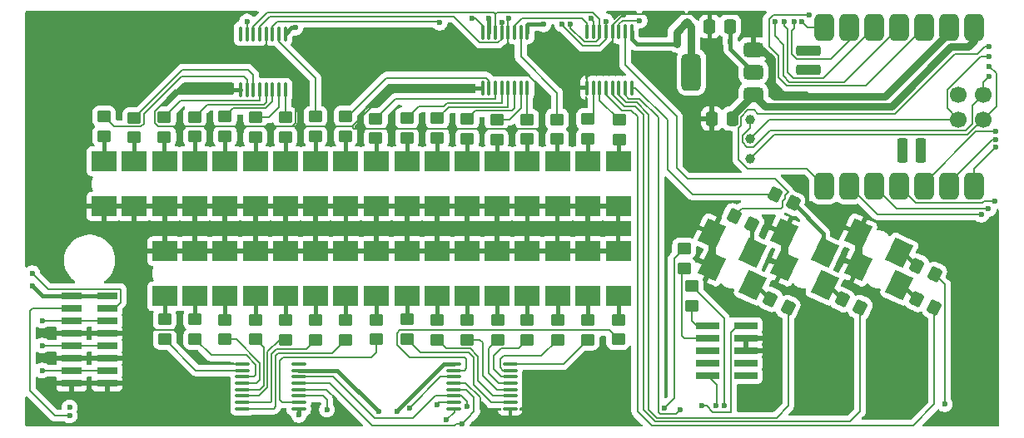
<source format=gbl>
G04 #@! TF.GenerationSoftware,KiCad,Pcbnew,9.0.1*
G04 #@! TF.CreationDate,2025-06-29T19:09:30+12:00*
G04 #@! TF.ProjectId,pdp-11-colour,7064702d-3131-42d6-936f-6c6f75722e6b,rev?*
G04 #@! TF.SameCoordinates,Original*
G04 #@! TF.FileFunction,Copper,L4,Bot*
G04 #@! TF.FilePolarity,Positive*
%FSLAX46Y46*%
G04 Gerber Fmt 4.6, Leading zero omitted, Abs format (unit mm)*
G04 Created by KiCad (PCBNEW 9.0.1) date 2025-06-29 19:09:30*
%MOMM*%
%LPD*%
G01*
G04 APERTURE LIST*
G04 Aperture macros list*
%AMRoundRect*
0 Rectangle with rounded corners*
0 $1 Rounding radius*
0 $2 $3 $4 $5 $6 $7 $8 $9 X,Y pos of 4 corners*
0 Add a 4 corners polygon primitive as box body*
4,1,4,$2,$3,$4,$5,$6,$7,$8,$9,$2,$3,0*
0 Add four circle primitives for the rounded corners*
1,1,$1+$1,$2,$3*
1,1,$1+$1,$4,$5*
1,1,$1+$1,$6,$7*
1,1,$1+$1,$8,$9*
0 Add four rect primitives between the rounded corners*
20,1,$1+$1,$2,$3,$4,$5,0*
20,1,$1+$1,$4,$5,$6,$7,0*
20,1,$1+$1,$6,$7,$8,$9,0*
20,1,$1+$1,$8,$9,$2,$3,0*%
%AMRotRect*
0 Rectangle, with rotation*
0 The origin of the aperture is its center*
0 $1 length*
0 $2 width*
0 $3 Rotation angle, in degrees counterclockwise*
0 Add horizontal line*
21,1,$1,$2,0,0,$3*%
G04 Aperture macros list end*
G04 #@! TA.AperFunction,SMDPad,CuDef*
%ADD10C,1.000000*%
G04 #@! TD*
G04 #@! TA.AperFunction,SMDPad,CuDef*
%ADD11RoundRect,0.250000X-0.450000X0.350000X-0.450000X-0.350000X0.450000X-0.350000X0.450000X0.350000X0*%
G04 #@! TD*
G04 #@! TA.AperFunction,SMDPad,CuDef*
%ADD12R,2.500000X2.000000*%
G04 #@! TD*
G04 #@! TA.AperFunction,SMDPad,CuDef*
%ADD13RoundRect,0.250000X-0.507386X-0.259922X0.127030X-0.555755X0.507386X0.259922X-0.127030X0.555755X0*%
G04 #@! TD*
G04 #@! TA.AperFunction,SMDPad,CuDef*
%ADD14RotRect,2.000000X2.500000X335.000000*%
G04 #@! TD*
G04 #@! TA.AperFunction,SMDPad,CuDef*
%ADD15RoundRect,0.250000X0.507386X0.259922X-0.127030X0.555755X-0.507386X-0.259922X0.127030X-0.555755X0*%
G04 #@! TD*
G04 #@! TA.AperFunction,SMDPad,CuDef*
%ADD16RoundRect,0.100000X0.100000X-0.637500X0.100000X0.637500X-0.100000X0.637500X-0.100000X-0.637500X0*%
G04 #@! TD*
G04 #@! TA.AperFunction,SMDPad,CuDef*
%ADD17R,2.100000X0.750000*%
G04 #@! TD*
G04 #@! TA.AperFunction,SMDPad,CuDef*
%ADD18RoundRect,0.250000X0.450000X-0.350000X0.450000X0.350000X-0.450000X0.350000X-0.450000X-0.350000X0*%
G04 #@! TD*
G04 #@! TA.AperFunction,SMDPad,CuDef*
%ADD19RoundRect,0.100000X0.637500X0.100000X-0.637500X0.100000X-0.637500X-0.100000X0.637500X-0.100000X0*%
G04 #@! TD*
G04 #@! TA.AperFunction,SMDPad,CuDef*
%ADD20RoundRect,0.500000X0.500000X-0.875000X0.500000X0.875000X-0.500000X0.875000X-0.500000X-0.875000X0*%
G04 #@! TD*
G04 #@! TA.AperFunction,SMDPad,CuDef*
%ADD21RoundRect,0.275000X-0.275000X0.975000X-0.275000X-0.975000X0.275000X-0.975000X0.275000X0.975000X0*%
G04 #@! TD*
G04 #@! TA.AperFunction,SMDPad,CuDef*
%ADD22RoundRect,0.275000X0.975000X0.275000X-0.975000X0.275000X-0.975000X-0.275000X0.975000X-0.275000X0*%
G04 #@! TD*
G04 #@! TA.AperFunction,SMDPad,CuDef*
%ADD23C,1.700000*%
G04 #@! TD*
G04 #@! TA.AperFunction,SMDPad,CuDef*
%ADD24RoundRect,0.250000X0.337500X0.475000X-0.337500X0.475000X-0.337500X-0.475000X0.337500X-0.475000X0*%
G04 #@! TD*
G04 #@! TA.AperFunction,SMDPad,CuDef*
%ADD25R,2.400000X0.740000*%
G04 #@! TD*
G04 #@! TA.AperFunction,SMDPad,CuDef*
%ADD26RoundRect,0.375000X0.625000X0.375000X-0.625000X0.375000X-0.625000X-0.375000X0.625000X-0.375000X0*%
G04 #@! TD*
G04 #@! TA.AperFunction,SMDPad,CuDef*
%ADD27RoundRect,0.500000X0.500000X1.400000X-0.500000X1.400000X-0.500000X-1.400000X0.500000X-1.400000X0*%
G04 #@! TD*
G04 #@! TA.AperFunction,SMDPad,CuDef*
%ADD28RoundRect,0.100000X-0.637500X-0.100000X0.637500X-0.100000X0.637500X0.100000X-0.637500X0.100000X0*%
G04 #@! TD*
G04 #@! TA.AperFunction,ViaPad*
%ADD29C,0.600000*%
G04 #@! TD*
G04 #@! TA.AperFunction,Conductor*
%ADD30C,0.200000*%
G04 #@! TD*
G04 #@! TA.AperFunction,Conductor*
%ADD31C,0.800000*%
G04 #@! TD*
G04 #@! TA.AperFunction,Conductor*
%ADD32C,0.400000*%
G04 #@! TD*
G04 APERTURE END LIST*
D10*
X187340000Y-65570000D03*
X187340000Y-63570000D03*
X187340000Y-67570000D03*
D11*
X146180000Y-63250000D03*
X146180000Y-65250000D03*
D12*
X161610000Y-76990000D03*
X161610000Y-81590000D03*
D13*
X185687384Y-73404764D03*
X187500000Y-74250000D03*
D12*
X173900000Y-76990000D03*
X173900000Y-81590000D03*
X149300000Y-72440000D03*
X149300000Y-67840000D03*
D11*
X133930000Y-63294706D03*
X133930000Y-65294706D03*
D14*
X183429197Y-75217978D03*
X187598213Y-77162022D03*
D11*
X143110000Y-63272353D03*
X143110000Y-65272353D03*
D15*
X191186308Y-82752618D03*
X189373692Y-81907382D03*
D14*
X183429197Y-78527978D03*
X187598213Y-80472022D03*
D16*
X140050000Y-60562500D03*
X139400000Y-60562500D03*
X138750000Y-60562500D03*
X138100000Y-60562500D03*
X137450000Y-60562500D03*
X136800000Y-60562500D03*
X136150000Y-60562500D03*
X135500000Y-60562500D03*
X135500000Y-54837500D03*
X136150000Y-54837500D03*
X136800000Y-54837500D03*
X137450000Y-54837500D03*
X138100000Y-54837500D03*
X138750000Y-54837500D03*
X139400000Y-54837500D03*
X140050000Y-54837500D03*
D17*
X118320000Y-81534000D03*
X121920000Y-81534000D03*
X118320000Y-82804000D03*
X121920000Y-82804000D03*
X118320000Y-84074000D03*
X121920000Y-84074000D03*
X118320000Y-85344000D03*
X121920000Y-85344000D03*
X118320000Y-86614000D03*
X121920000Y-86614000D03*
X118320000Y-87884000D03*
X121920000Y-87884000D03*
X118320000Y-89154000D03*
X121920000Y-89154000D03*
X118320000Y-90424000D03*
X121920000Y-90424000D03*
D18*
X130880000Y-85960000D03*
X130880000Y-83960000D03*
D11*
X164650000Y-63585294D03*
X164650000Y-65585294D03*
D16*
X175275000Y-60362500D03*
X174625000Y-60362500D03*
X173975000Y-60362500D03*
X173325000Y-60362500D03*
X172675000Y-60362500D03*
X172025000Y-60362500D03*
X171375000Y-60362500D03*
X170725000Y-60362500D03*
X170725000Y-54637500D03*
X171375000Y-54637500D03*
X172025000Y-54637500D03*
X172675000Y-54637500D03*
X173325000Y-54637500D03*
X173975000Y-54637500D03*
X174625000Y-54637500D03*
X175275000Y-54637500D03*
D13*
X189868692Y-71252382D03*
X191681308Y-72097618D03*
D11*
X158570000Y-63518235D03*
X158570000Y-65518235D03*
X180594000Y-76724000D03*
X180594000Y-78724000D03*
D12*
X146210000Y-72440000D03*
X146210000Y-67840000D03*
D11*
X167690000Y-63562941D03*
X167690000Y-65562941D03*
D12*
X133920000Y-72440000D03*
X133920000Y-67840000D03*
X143140000Y-72440000D03*
X143140000Y-67840000D03*
D15*
X198516308Y-82762618D03*
X196703692Y-81917382D03*
D19*
X162925000Y-88500000D03*
X162925000Y-89150000D03*
X162925000Y-89800000D03*
X162925000Y-90450000D03*
X162925000Y-91100000D03*
X162925000Y-91750000D03*
X162925000Y-92400000D03*
X162925000Y-93050000D03*
X157200000Y-93050000D03*
X157200000Y-92400000D03*
X157200000Y-91750000D03*
X157200000Y-91100000D03*
X157200000Y-90450000D03*
X157200000Y-89800000D03*
X157200000Y-89150000D03*
X157200000Y-88500000D03*
D11*
X149260000Y-63473529D03*
X149260000Y-65473529D03*
D18*
X146200000Y-86000000D03*
X146200000Y-84000000D03*
D12*
X140070000Y-72440000D03*
X140070000Y-67840000D03*
X167720000Y-72440000D03*
X167720000Y-67840000D03*
X121610000Y-72440000D03*
X121610000Y-67840000D03*
D18*
X137010000Y-85980000D03*
X137010000Y-83980000D03*
D16*
X164650000Y-60412500D03*
X164000000Y-60412500D03*
X163350000Y-60412500D03*
X162700000Y-60412500D03*
X162050000Y-60412500D03*
X161400000Y-60412500D03*
X160750000Y-60412500D03*
X160100000Y-60412500D03*
X160100000Y-54687500D03*
X160750000Y-54687500D03*
X161400000Y-54687500D03*
X162050000Y-54687500D03*
X162700000Y-54687500D03*
X163350000Y-54687500D03*
X164000000Y-54687500D03*
X164650000Y-54687500D03*
D14*
X190749197Y-78527978D03*
X194918213Y-80472022D03*
D12*
X170810000Y-72440000D03*
X170810000Y-67840000D03*
D11*
X121610000Y-63250000D03*
X121610000Y-65250000D03*
X181356000Y-80534000D03*
X181356000Y-82534000D03*
D18*
X140050000Y-86000000D03*
X140050000Y-84000000D03*
X152400000Y-85950000D03*
X152400000Y-83950000D03*
D12*
X149300000Y-76990000D03*
X149300000Y-81590000D03*
X146210000Y-76990000D03*
X146210000Y-81590000D03*
D18*
X167725000Y-86000000D03*
X167725000Y-84000000D03*
D11*
X170810000Y-63540588D03*
X170810000Y-65540588D03*
D20*
X210098200Y-70360000D03*
X207558200Y-70360000D03*
X205018200Y-70360000D03*
X202478200Y-70360000D03*
X199938200Y-70360000D03*
X197398200Y-70360000D03*
X194858200Y-70360000D03*
X194858200Y-54195000D03*
X197398200Y-54195000D03*
X199938200Y-54195000D03*
X202478200Y-54195000D03*
X205018200Y-54195000D03*
X207558200Y-54195000D03*
X210098200Y-54195000D03*
D21*
X202791700Y-66750000D03*
X204696700Y-66750000D03*
D22*
X193241300Y-58495000D03*
X193241300Y-56590000D03*
D23*
X211046700Y-63575000D03*
X211046700Y-61035000D03*
X208506700Y-63575000D03*
X208506700Y-61035000D03*
D24*
X185500000Y-63500000D03*
X183425000Y-63500000D03*
D12*
X137010000Y-72440000D03*
X137010000Y-67840000D03*
D18*
X161625000Y-86000000D03*
X161625000Y-84000000D03*
D12*
X167720000Y-76990000D03*
X167720000Y-81590000D03*
X127790000Y-76990000D03*
X127790000Y-81590000D03*
D11*
X124690000Y-63406471D03*
X124690000Y-65406471D03*
D18*
X155525000Y-86000000D03*
X155525000Y-84000000D03*
D12*
X155520000Y-72440000D03*
X155520000Y-67840000D03*
X130850000Y-76990000D03*
X130850000Y-81590000D03*
D25*
X186862000Y-84582000D03*
X182962000Y-84582000D03*
X186862000Y-85852000D03*
X182962000Y-85852000D03*
X186862000Y-87122000D03*
X182962000Y-87122000D03*
X186862000Y-88392000D03*
X182962000Y-88392000D03*
X186862000Y-89662000D03*
X182962000Y-89662000D03*
D18*
X143150000Y-86025000D03*
X143150000Y-84025000D03*
D11*
X127750000Y-63339412D03*
X127750000Y-65339412D03*
D18*
X173900000Y-85975000D03*
X173900000Y-83975000D03*
D15*
X206062616Y-82745236D03*
X204250000Y-81900000D03*
D12*
X133930000Y-76990000D03*
X133930000Y-81590000D03*
X127780000Y-72440000D03*
X127780000Y-67840000D03*
X140060000Y-76990000D03*
X140060000Y-81590000D03*
D11*
X140060000Y-63384118D03*
X140060000Y-65384118D03*
D18*
X127780000Y-85960000D03*
X127780000Y-83960000D03*
D12*
X155520000Y-76990000D03*
X155520000Y-81590000D03*
D18*
X133910000Y-85990000D03*
X133910000Y-83990000D03*
D12*
X161600000Y-72440000D03*
X161600000Y-67840000D03*
X164670000Y-72440000D03*
X164670000Y-67840000D03*
X152420000Y-72440000D03*
X152420000Y-67840000D03*
D26*
X187650000Y-56450000D03*
X187650000Y-58750000D03*
D27*
X181350000Y-58750000D03*
D26*
X187650000Y-61050000D03*
D12*
X143140000Y-76990000D03*
X143140000Y-81590000D03*
X158550000Y-76990000D03*
X158550000Y-81590000D03*
X152400000Y-76990000D03*
X152400000Y-81590000D03*
D14*
X198319197Y-75217978D03*
X202488213Y-77162022D03*
D11*
X130850000Y-63317059D03*
X130850000Y-65317059D03*
D15*
X206092616Y-79365236D03*
X204280000Y-78520000D03*
D11*
X137000000Y-63361765D03*
X137000000Y-65361765D03*
D18*
X170825000Y-86000000D03*
X170825000Y-84000000D03*
D14*
X198319197Y-78527978D03*
X202488213Y-80472022D03*
D18*
X149300000Y-85975000D03*
X149300000Y-83975000D03*
D12*
X170810000Y-76990000D03*
X170810000Y-81590000D03*
X173900000Y-72440000D03*
X173900000Y-67840000D03*
X137010000Y-76990000D03*
X137010000Y-81590000D03*
X164660000Y-76990000D03*
X164660000Y-81590000D03*
D11*
X152420000Y-63428824D03*
X152420000Y-65428824D03*
X155520000Y-63451176D03*
X155520000Y-65451176D03*
D28*
X135700000Y-93050000D03*
X135700000Y-92400000D03*
X135700000Y-91750000D03*
X135700000Y-91100000D03*
X135700000Y-90450000D03*
X135700000Y-89800000D03*
X135700000Y-89150000D03*
X135700000Y-88500000D03*
X141425000Y-88500000D03*
X141425000Y-89150000D03*
X141425000Y-89800000D03*
X141425000Y-90450000D03*
X141425000Y-91100000D03*
X141425000Y-91750000D03*
X141425000Y-92400000D03*
X141425000Y-93050000D03*
D14*
X190749197Y-75217978D03*
X194918213Y-77162022D03*
D12*
X124680000Y-72440000D03*
X124680000Y-67840000D03*
D18*
X158550000Y-86000000D03*
X158550000Y-84000000D03*
X164650000Y-86000000D03*
X164650000Y-84000000D03*
D12*
X158550000Y-72440000D03*
X158550000Y-67840000D03*
D11*
X161540000Y-63607647D03*
X161540000Y-65607647D03*
D12*
X130850000Y-72440000D03*
X130850000Y-67840000D03*
D24*
X185287500Y-54100000D03*
X183212500Y-54100000D03*
D11*
X174030000Y-63630000D03*
X174030000Y-65630000D03*
D29*
X194750000Y-93050000D03*
X211410000Y-92990000D03*
X160900000Y-93675000D03*
X186944000Y-53340000D03*
X169320000Y-92890000D03*
X174430130Y-52907550D03*
X126700000Y-94550000D03*
X144950000Y-94550000D03*
X187470000Y-92540000D03*
X162798472Y-53308550D03*
X171900000Y-92900000D03*
X131760000Y-92870000D03*
X180225343Y-93159635D03*
X207125000Y-92575000D03*
X151400000Y-93325000D03*
X141075000Y-54225000D03*
X160750000Y-53308550D03*
X141425000Y-93675000D03*
X166300000Y-53875000D03*
X155475000Y-92600000D03*
X114300000Y-80518000D03*
X185287500Y-55626000D03*
X179832000Y-55880000D03*
X171107135Y-53308550D03*
X180850000Y-53650000D03*
X149550000Y-93350000D03*
X179832000Y-55372000D03*
X136150000Y-53600000D03*
X181350000Y-55626000D03*
X212315000Y-64825995D03*
X176075000Y-53507550D03*
X169048527Y-53875000D03*
X212315000Y-65625998D03*
X172675000Y-53575000D03*
X168200000Y-53875000D03*
X212275000Y-66425000D03*
X162050000Y-53675000D03*
X159025000Y-53308550D03*
X155750000Y-53709550D03*
X210825000Y-73277071D03*
X152650000Y-92975000D03*
X156450000Y-94161450D03*
X144275000Y-93125000D03*
X212175000Y-71882000D03*
X158025000Y-94562450D03*
X158500000Y-92850000D03*
X211575000Y-72677071D03*
X183861639Y-92682393D03*
X211650000Y-57150000D03*
X193294000Y-52907550D03*
X182372000Y-92710000D03*
X211650000Y-59182000D03*
X178600000Y-92958450D03*
X184658000Y-92758635D03*
X211650000Y-58166000D03*
X191770000Y-53594000D03*
X115316000Y-89154000D03*
X189830000Y-53594000D03*
X115316000Y-84074000D03*
X211582000Y-56134000D03*
X118110000Y-93726000D03*
X118110000Y-92925997D03*
X114300000Y-79248000D03*
X192570003Y-53594000D03*
X115316000Y-86614000D03*
X190754000Y-53594000D03*
D30*
X193078200Y-68580000D02*
X194858200Y-70360000D01*
X187071000Y-68580000D02*
X193078200Y-68580000D01*
X186132330Y-67641330D02*
X187071000Y-68580000D01*
X186132330Y-64466330D02*
X186132330Y-67641330D01*
X186388500Y-64210160D02*
X186132330Y-64466330D01*
X186388500Y-63302864D02*
X186388500Y-64210160D01*
X187080364Y-62611000D02*
X186388500Y-63302864D01*
X202033000Y-62992000D02*
X188087000Y-62992000D01*
X208153000Y-56872000D02*
X202033000Y-62992000D01*
X211212840Y-56134000D02*
X210474840Y-56872000D01*
X188087000Y-62992000D02*
X187706000Y-62611000D01*
X211582000Y-56134000D02*
X211212840Y-56134000D01*
X210474840Y-56872000D02*
X208153000Y-56872000D01*
X187706000Y-62611000D02*
X187080364Y-62611000D01*
X208454700Y-63627000D02*
X208506700Y-63575000D01*
X189283000Y-63627000D02*
X208454700Y-63627000D01*
X187340000Y-65570000D02*
X189283000Y-63627000D01*
X212344000Y-62277700D02*
X211046700Y-63575000D01*
X211650000Y-58166000D02*
X212344000Y-58860000D01*
X212344000Y-58860000D02*
X212344000Y-62277700D01*
X209895700Y-62186000D02*
X211046700Y-61035000D01*
X209895700Y-64043300D02*
X209895700Y-62186000D01*
X209213000Y-64726000D02*
X209895700Y-64043300D01*
X186539000Y-65901786D02*
X187008214Y-66371000D01*
X186539000Y-65238214D02*
X186539000Y-65901786D01*
X189316786Y-64726000D02*
X209213000Y-64726000D01*
X187340000Y-64437214D02*
X186539000Y-65238214D01*
X187340000Y-63570000D02*
X187340000Y-64437214D01*
X187008214Y-66371000D02*
X187671786Y-66371000D01*
X187671786Y-66371000D02*
X189316786Y-64726000D01*
X210961600Y-63575000D02*
X211046700Y-63575000D01*
X209385600Y-65151000D02*
X210961600Y-63575000D01*
X189759000Y-65151000D02*
X209385600Y-65151000D01*
X187340000Y-67570000D02*
X189759000Y-65151000D01*
D31*
X210098200Y-55585800D02*
X210098200Y-54195000D01*
X201676000Y-62230000D02*
X207735000Y-56171000D01*
X188830000Y-62230000D02*
X201676000Y-62230000D01*
X207735000Y-56171000D02*
X209513000Y-56171000D01*
X209513000Y-56171000D02*
X210098200Y-55585800D01*
X187650000Y-61050000D02*
X188830000Y-62230000D01*
X189484000Y-57404000D02*
X188530000Y-56450000D01*
X188530000Y-56450000D02*
X187650000Y-56450000D01*
X201041000Y-61214000D02*
X189738000Y-61214000D01*
X207558200Y-54696800D02*
X201041000Y-61214000D01*
X207558200Y-54195000D02*
X207558200Y-54696800D01*
X189738000Y-61214000D02*
X189484000Y-60960000D01*
X189484000Y-60960000D02*
X189484000Y-57404000D01*
D30*
X186467148Y-72625000D02*
X185687384Y-73404764D01*
X190618267Y-72481733D02*
X190475000Y-72625000D01*
X190618267Y-71906733D02*
X190618267Y-72481733D01*
X190900000Y-71625000D02*
X190618267Y-71906733D01*
X190900000Y-71275000D02*
X190900000Y-71625000D01*
X191175000Y-71000000D02*
X190900000Y-71275000D01*
X191175000Y-70975000D02*
X191175000Y-71000000D01*
X190475000Y-72625000D02*
X186467148Y-72625000D01*
X179840000Y-68520000D02*
X180940000Y-69620000D01*
X180940000Y-69620000D02*
X189820000Y-69620000D01*
X179840000Y-63250000D02*
X179840000Y-68520000D01*
X174625000Y-58035000D02*
X179840000Y-63250000D01*
X174625000Y-54637500D02*
X174625000Y-58035000D01*
X189820000Y-69620000D02*
X191175000Y-70975000D01*
X181440000Y-71200000D02*
X189816310Y-71200000D01*
X189816310Y-71200000D02*
X189868692Y-71252382D01*
X178930000Y-68690000D02*
X181440000Y-71200000D01*
X178930000Y-63620000D02*
X178930000Y-68690000D01*
X175275000Y-60362500D02*
X175672500Y-60362500D01*
X175672500Y-60362500D02*
X178930000Y-63620000D01*
X145288000Y-94212000D02*
X145288000Y-92168000D01*
X162700000Y-53407022D02*
X162798472Y-53308550D01*
X131375920Y-88500000D02*
X129200000Y-86324080D01*
X144950000Y-94550000D02*
X145288000Y-94212000D01*
X126749000Y-62754252D02*
X126749000Y-63924572D01*
X165791353Y-64508647D02*
X147056016Y-64508647D01*
X162700000Y-54687500D02*
X162700000Y-56975000D01*
X128940752Y-60562500D02*
X126749000Y-62754252D01*
X144220000Y-91100000D02*
X141425000Y-91100000D01*
X166075000Y-60350000D02*
X166075000Y-64225000D01*
X147056016Y-64508647D02*
X146847369Y-64300000D01*
X126749000Y-63924572D02*
X127109546Y-64285118D01*
X126238000Y-94088000D02*
X126700000Y-94550000D01*
X126523000Y-85059000D02*
X126238000Y-85344000D01*
X159850000Y-93050000D02*
X159850000Y-91900000D01*
X141061000Y-63969278D02*
X141061000Y-59236000D01*
X138100000Y-56275000D02*
X138100000Y-54837500D01*
X158400000Y-90450000D02*
X157200000Y-90450000D01*
X160100000Y-60412500D02*
X150734869Y-60412500D01*
X129200000Y-86324080D02*
X129200000Y-85525000D01*
X170725000Y-58192870D02*
X173325000Y-55592870D01*
X129200000Y-85525000D02*
X128734000Y-85059000D01*
X186479000Y-52875000D02*
X174430130Y-52875000D01*
X126238000Y-85344000D02*
X126238000Y-94088000D01*
X166075000Y-64225000D02*
X165791353Y-64508647D01*
D32*
X133222500Y-60562500D02*
X133130000Y-60470000D01*
D30*
X146847369Y-64300000D02*
X140925000Y-64300000D01*
X160900000Y-93675000D02*
X160475000Y-93675000D01*
X160475000Y-93675000D02*
X159850000Y-93050000D01*
X174430130Y-52875000D02*
X173325000Y-53980130D01*
X140925000Y-64300000D02*
X140827639Y-64202639D01*
X150734869Y-60412500D02*
X146847369Y-64300000D01*
D31*
X190749197Y-75217978D02*
X190749197Y-78527978D01*
X198319197Y-78527978D02*
X198319197Y-75217978D01*
D30*
X159850000Y-91900000D02*
X158400000Y-90450000D01*
X128734000Y-85059000D02*
X126523000Y-85059000D01*
D31*
X183429197Y-75217978D02*
X183429197Y-78527978D01*
D30*
X135700000Y-88500000D02*
X131375920Y-88500000D01*
X140745160Y-64285118D02*
X140827639Y-64202639D01*
X140827639Y-64202639D02*
X141061000Y-63969278D01*
D32*
X135500000Y-60562500D02*
X133222500Y-60562500D01*
D30*
X141061000Y-59236000D02*
X138100000Y-56275000D01*
X162700000Y-56975000D02*
X166075000Y-60350000D01*
X173325000Y-55592870D02*
X173325000Y-54637500D01*
X173325000Y-53980130D02*
X173325000Y-54637500D01*
X170725000Y-60362500D02*
X170725000Y-58192870D01*
X162700000Y-54687500D02*
X162700000Y-53407022D01*
X127109546Y-64285118D02*
X140745160Y-64285118D01*
X186944000Y-53340000D02*
X186479000Y-52875000D01*
X145288000Y-92168000D02*
X144220000Y-91100000D01*
D32*
X124690000Y-65406471D02*
X124690000Y-67830000D01*
X124690000Y-67830000D02*
X124680000Y-67840000D01*
X121610000Y-65250000D02*
X121610000Y-67840000D01*
X127750000Y-67810000D02*
X127780000Y-67840000D01*
X127750000Y-65339412D02*
X127750000Y-67810000D01*
X127790000Y-81590000D02*
X127790000Y-83950000D01*
X127790000Y-83950000D02*
X127780000Y-83960000D01*
X130850000Y-65317059D02*
X130850000Y-67840000D01*
X133920000Y-67840000D02*
X133920000Y-65304706D01*
X133920000Y-65304706D02*
X133930000Y-65294706D01*
X137010000Y-65371765D02*
X137000000Y-65361765D01*
X137010000Y-67840000D02*
X137010000Y-65371765D01*
X140070000Y-67840000D02*
X140070000Y-65394118D01*
X140070000Y-65394118D02*
X140060000Y-65384118D01*
X143140000Y-65302353D02*
X143110000Y-65272353D01*
X143140000Y-67840000D02*
X143140000Y-65302353D01*
X146180000Y-65495882D02*
X146180000Y-65250000D01*
X146210000Y-67840000D02*
X146210000Y-65525882D01*
X146210000Y-65525882D02*
X146180000Y-65495882D01*
X149300000Y-67840000D02*
X149300000Y-65513529D01*
X149300000Y-65513529D02*
X149260000Y-65473529D01*
X152420000Y-67840000D02*
X152420000Y-65428824D01*
X155520000Y-67840000D02*
X155520000Y-65451176D01*
X158550000Y-67840000D02*
X158550000Y-65538235D01*
X158550000Y-65538235D02*
X158570000Y-65518235D01*
X161600000Y-67840000D02*
X161600000Y-65667647D01*
X161600000Y-65667647D02*
X161540000Y-65607647D01*
X164670000Y-65605294D02*
X164650000Y-65585294D01*
X164670000Y-67840000D02*
X164670000Y-65605294D01*
X167690000Y-65562941D02*
X167690000Y-67810000D01*
X167690000Y-67810000D02*
X167720000Y-67840000D01*
X170810000Y-67840000D02*
X170810000Y-65540588D01*
X173900000Y-67840000D02*
X173900000Y-65760000D01*
X173900000Y-65760000D02*
X174030000Y-65630000D01*
X130880000Y-83960000D02*
X130880000Y-81620000D01*
X130880000Y-81620000D02*
X130850000Y-81590000D01*
X133930000Y-83970000D02*
X133910000Y-83990000D01*
X133930000Y-81590000D02*
X133930000Y-83970000D01*
X137010000Y-81590000D02*
X137010000Y-83980000D01*
X140060000Y-81590000D02*
X140060000Y-83990000D01*
X140060000Y-83990000D02*
X140050000Y-84000000D01*
X143140000Y-81590000D02*
X143140000Y-84015000D01*
X143140000Y-84015000D02*
X143150000Y-84025000D01*
X146210000Y-81590000D02*
X146210000Y-83990000D01*
X146210000Y-83990000D02*
X146200000Y-84000000D01*
X149300000Y-81590000D02*
X149300000Y-83975000D01*
X152400000Y-81590000D02*
X152400000Y-83950000D01*
D30*
X137450000Y-60562500D02*
X137450000Y-61649000D01*
X129440412Y-61649000D02*
X127750000Y-63339412D01*
X137450000Y-61649000D02*
X129440412Y-61649000D01*
X132117059Y-62050000D02*
X134607606Y-62050000D01*
X130850000Y-63317059D02*
X132117059Y-62050000D01*
X134607606Y-62050000D02*
X134608606Y-62049000D01*
X137883900Y-62049000D02*
X138100000Y-61832900D01*
X138100000Y-61832900D02*
X138100000Y-60562500D01*
X134608606Y-62049000D02*
X137883900Y-62049000D01*
X138050000Y-62450000D02*
X138750000Y-61750000D01*
X134774706Y-62450000D02*
X138050000Y-62450000D01*
X138750000Y-61750000D02*
X138750000Y-60562500D01*
X133930000Y-63294706D02*
X134774706Y-62450000D01*
X139400000Y-62350000D02*
X139400000Y-60562500D01*
X138388235Y-63361765D02*
X139400000Y-62350000D01*
X137000000Y-63361765D02*
X138388235Y-63361765D01*
X140060000Y-63384118D02*
X140060000Y-60572500D01*
X140060000Y-60572500D02*
X140050000Y-60562500D01*
X143110000Y-59360000D02*
X143110000Y-63272353D01*
X139400000Y-55650000D02*
X143110000Y-59360000D01*
X139400000Y-54837500D02*
X139400000Y-55650000D01*
X160750000Y-59625001D02*
X160448999Y-59324000D01*
X146425882Y-63250000D02*
X146180000Y-63250000D01*
X150351882Y-59324000D02*
X146425882Y-63250000D01*
X160750000Y-60412500D02*
X160750000Y-59625001D01*
X160448999Y-59324000D02*
X150351882Y-59324000D01*
X151235529Y-61498000D02*
X149260000Y-63473529D01*
X161400000Y-61498000D02*
X151235529Y-61498000D01*
X161400000Y-60412500D02*
X161400000Y-61498000D01*
X156499429Y-61904647D02*
X156154076Y-62250000D01*
X161250999Y-61899000D02*
X161245352Y-61904647D01*
X153598824Y-62250000D02*
X152420000Y-63428824D01*
X156154076Y-62250000D02*
X153598824Y-62250000D01*
X162050000Y-60412500D02*
X162050000Y-61899000D01*
X161245352Y-61904647D02*
X156499429Y-61904647D01*
X162050000Y-61899000D02*
X161250999Y-61899000D01*
X161411452Y-62305647D02*
X156665529Y-62305647D01*
X162700000Y-62300000D02*
X161417099Y-62300000D01*
X162700000Y-60412500D02*
X162700000Y-62300000D01*
X161417099Y-62300000D02*
X161411452Y-62305647D01*
X156665529Y-62305647D02*
X155520000Y-63451176D01*
X159381588Y-62706647D02*
X158570000Y-63518235D01*
X163093353Y-62706647D02*
X159381588Y-62706647D01*
X163350000Y-60412500D02*
X163350000Y-62450000D01*
X163350000Y-62450000D02*
X163093353Y-62706647D01*
X164000000Y-62450000D02*
X162842353Y-63607647D01*
X162842353Y-63607647D02*
X161540000Y-63607647D01*
X164000000Y-60412500D02*
X164000000Y-62450000D01*
X164650000Y-60412500D02*
X164650000Y-63585294D01*
X167690000Y-63562941D02*
X167690000Y-60890000D01*
X167690000Y-60890000D02*
X164000000Y-57200000D01*
X164000000Y-57200000D02*
X164000000Y-54687500D01*
X171375000Y-60362500D02*
X171375000Y-62975588D01*
X171375000Y-62975588D02*
X170810000Y-63540588D01*
X172025000Y-60362500D02*
X172025000Y-61625000D01*
X172025000Y-61625000D02*
X174030000Y-63630000D01*
D32*
X155520000Y-83995000D02*
X155525000Y-84000000D01*
X155520000Y-81590000D02*
X155520000Y-83995000D01*
X158550000Y-81590000D02*
X158550000Y-84000000D01*
X161610000Y-83985000D02*
X161625000Y-84000000D01*
X161610000Y-81590000D02*
X161610000Y-83985000D01*
X164660000Y-83990000D02*
X164650000Y-84000000D01*
X164660000Y-81590000D02*
X164660000Y-83990000D01*
X167720000Y-83995000D02*
X167725000Y-84000000D01*
X167720000Y-81590000D02*
X167720000Y-83995000D01*
X170810000Y-81590000D02*
X170810000Y-83985000D01*
X170810000Y-83985000D02*
X170825000Y-84000000D01*
X173900000Y-81590000D02*
X173900000Y-83975000D01*
D30*
X180225343Y-93159635D02*
X179826528Y-93558450D01*
X178000000Y-63375000D02*
X176074000Y-61449000D01*
X174974001Y-61449000D02*
X174625000Y-61099999D01*
X206092616Y-79365236D02*
X207125000Y-80397620D01*
X178140450Y-93558450D02*
X178000000Y-93418000D01*
X179826528Y-93558450D02*
X178140450Y-93558450D01*
X207125000Y-80397620D02*
X207125000Y-92575000D01*
X178000000Y-93418000D02*
X178000000Y-63375000D01*
X174625000Y-61099999D02*
X174625000Y-60362500D01*
X176074000Y-61449000D02*
X174974001Y-61449000D01*
X175792100Y-61850000D02*
X177000000Y-63057900D01*
X177838550Y-93959450D02*
X189990550Y-93959450D01*
X174725001Y-61850000D02*
X175792100Y-61850000D01*
X177000000Y-63057900D02*
X177000000Y-93120900D01*
X191200000Y-92750000D02*
X191186308Y-92736308D01*
X191186308Y-92736308D02*
X191186308Y-82752618D01*
X177000000Y-93120900D02*
X177838550Y-93959450D01*
X173975000Y-61099999D02*
X174725001Y-61850000D01*
X173975000Y-60362500D02*
X173975000Y-61099999D01*
X189990550Y-93959450D02*
X191200000Y-92750000D01*
X197439550Y-94360450D02*
X198516308Y-93283692D01*
X174499001Y-62274000D02*
X175416100Y-62274000D01*
X175417100Y-62275000D02*
X175650000Y-62275000D01*
X175650000Y-62275000D02*
X176500000Y-63125000D01*
X176500000Y-63125000D02*
X176500000Y-93188000D01*
X177672450Y-94360450D02*
X197439550Y-94360450D01*
X175416100Y-62274000D02*
X175417100Y-62275000D01*
X198516308Y-93283692D02*
X198516308Y-82762618D01*
X173325000Y-60362500D02*
X173325000Y-61099999D01*
X173325000Y-61099999D02*
X174499001Y-62274000D01*
X176500000Y-93188000D02*
X177672450Y-94360450D01*
X174250001Y-62675000D02*
X175250000Y-62675000D01*
X175850000Y-63275000D02*
X175850000Y-93300000D01*
X177311450Y-94761450D02*
X203888550Y-94761450D01*
X172675000Y-60362500D02*
X172675000Y-61099999D01*
X206062616Y-92587384D02*
X206062616Y-82745236D01*
X172675000Y-61099999D02*
X174250001Y-62675000D01*
X175250000Y-62675000D02*
X175850000Y-63275000D01*
X175850000Y-93300000D02*
X177311450Y-94761450D01*
X203888550Y-94761450D02*
X206062616Y-92587384D01*
X135848999Y-59211500D02*
X136150000Y-59512501D01*
X121610000Y-63250000D02*
X122660000Y-64300000D01*
X129452071Y-59211500D02*
X135848999Y-59211500D01*
X125691000Y-62972571D02*
X129452071Y-59211500D01*
X125691000Y-63991631D02*
X125691000Y-62972571D01*
X124004840Y-64307471D02*
X125375160Y-64307471D01*
X125375160Y-64307471D02*
X125691000Y-63991631D01*
X123997369Y-64300000D02*
X124004840Y-64307471D01*
X136150000Y-59512501D02*
X136150000Y-60562500D01*
X122660000Y-64300000D02*
X123997369Y-64300000D01*
X129596471Y-58500000D02*
X136250000Y-58500000D01*
X124690000Y-63406471D02*
X129596471Y-58500000D01*
X136800000Y-59050000D02*
X136800000Y-60562500D01*
X136250000Y-58500000D02*
X136800000Y-59050000D01*
X127780000Y-85960000D02*
X130970000Y-89150000D01*
X130970000Y-89150000D02*
X135700000Y-89150000D01*
X137050000Y-88542630D02*
X136107370Y-87600000D01*
X137050000Y-89600000D02*
X137050000Y-88542630D01*
X132520000Y-87600000D02*
X130880000Y-85960000D01*
X136107370Y-87600000D02*
X132520000Y-87600000D01*
X136850000Y-89800000D02*
X137050000Y-89600000D01*
X135700000Y-89800000D02*
X136850000Y-89800000D01*
X137450000Y-88375530D02*
X135064470Y-85990000D01*
X137450000Y-90100000D02*
X137450000Y-88375530D01*
X135064470Y-85990000D02*
X133910000Y-85990000D01*
X137100000Y-90450000D02*
X137450000Y-90100000D01*
X135700000Y-90450000D02*
X137100000Y-90450000D01*
X137010000Y-85980000D02*
X137850000Y-86820000D01*
X137850000Y-90682900D02*
X137432900Y-91100000D01*
X137850000Y-86820000D02*
X137850000Y-90682900D01*
X137432900Y-91100000D02*
X135700000Y-91100000D01*
X138251000Y-90849000D02*
X137350000Y-91750000D01*
X138251000Y-87199000D02*
X138251000Y-90849000D01*
X140050000Y-86000000D02*
X139450000Y-86000000D01*
X137350000Y-91750000D02*
X135700000Y-91750000D01*
X139450000Y-86000000D02*
X138251000Y-87199000D01*
X138650000Y-92300000D02*
X138550000Y-92400000D01*
X138652000Y-91015100D02*
X138650000Y-91017100D01*
X139150000Y-86950000D02*
X138652000Y-87448000D01*
X138652000Y-87448000D02*
X138652000Y-91015100D01*
X142225000Y-86950000D02*
X139150000Y-86950000D01*
X138550000Y-92400000D02*
X135700000Y-92400000D01*
X143150000Y-86025000D02*
X142225000Y-86950000D01*
X138650000Y-91017100D02*
X138650000Y-92300000D01*
X139053000Y-87647000D02*
X139053000Y-91181200D01*
X139050000Y-92850000D02*
X138850000Y-93050000D01*
X139051000Y-92466100D02*
X139050000Y-92467100D01*
X146200000Y-86000000D02*
X144850000Y-87350000D01*
X139051000Y-91183200D02*
X139051000Y-92466100D01*
X142392100Y-87350000D02*
X142391100Y-87351000D01*
X139050000Y-92467100D02*
X139050000Y-92850000D01*
X142391100Y-87351000D02*
X139349000Y-87351000D01*
X139349000Y-87351000D02*
X139053000Y-87647000D01*
X138850000Y-93050000D02*
X135700000Y-93050000D01*
X144850000Y-87350000D02*
X142392100Y-87350000D01*
X139053000Y-91181200D02*
X139051000Y-91183200D01*
X139452000Y-92152000D02*
X139700000Y-92400000D01*
X139454000Y-88146000D02*
X139454000Y-91347300D01*
X149300000Y-87300000D02*
X148800000Y-87800000D01*
X149300000Y-85975000D02*
X149300000Y-87300000D01*
X148800000Y-87800000D02*
X139800000Y-87800000D01*
X139700000Y-92400000D02*
X141425000Y-92400000D01*
X139800000Y-87800000D02*
X139454000Y-88146000D01*
X139454000Y-91347300D02*
X139452000Y-91349300D01*
X139452000Y-91349300D02*
X139452000Y-92152000D01*
X159225000Y-90600000D02*
X161025000Y-92400000D01*
X152400000Y-85950000D02*
X153775000Y-87325000D01*
X153775000Y-87325000D02*
X158707900Y-87325000D01*
X158707900Y-87325000D02*
X159225000Y-87842100D01*
X161025000Y-92400000D02*
X162925000Y-92400000D01*
X159225000Y-87842100D02*
X159225000Y-90600000D01*
X156426000Y-86901000D02*
X155525000Y-86000000D01*
X158851000Y-86901000D02*
X156426000Y-86901000D01*
X159650000Y-87700000D02*
X158851000Y-86901000D01*
X162925000Y-91750000D02*
X161175000Y-91750000D01*
X159650000Y-90225000D02*
X159650000Y-87700000D01*
X161175000Y-91750000D02*
X159650000Y-90225000D01*
X161575000Y-91150000D02*
X162875000Y-91150000D01*
X160100000Y-86300000D02*
X160100000Y-89675000D01*
X160100000Y-89675000D02*
X161575000Y-91150000D01*
X162875000Y-91150000D02*
X162925000Y-91100000D01*
X158550000Y-86000000D02*
X159800000Y-86000000D01*
X159800000Y-86000000D02*
X160100000Y-86300000D01*
X161775000Y-90450000D02*
X160750000Y-89425000D01*
X162925000Y-90450000D02*
X161775000Y-90450000D01*
X160750000Y-89425000D02*
X160750000Y-86875000D01*
X160750000Y-86875000D02*
X161625000Y-86000000D01*
X162000000Y-86900000D02*
X163750000Y-86900000D01*
X161225000Y-87675000D02*
X162000000Y-86900000D01*
X163750000Y-86900000D02*
X164650000Y-86000000D01*
X161225000Y-89025000D02*
X161225000Y-87675000D01*
X162000000Y-89800000D02*
X161225000Y-89025000D01*
X162925000Y-89800000D02*
X162000000Y-89800000D01*
X166050000Y-87675000D02*
X162225000Y-87675000D01*
X167725000Y-86000000D02*
X166050000Y-87675000D01*
X161886500Y-88013500D02*
X161886500Y-88848999D01*
X162187501Y-89150000D02*
X162925000Y-89150000D01*
X162225000Y-87675000D02*
X161886500Y-88013500D01*
X161886500Y-88848999D02*
X162187501Y-89150000D01*
X162925000Y-88500000D02*
X168325000Y-88500000D01*
X168325000Y-88500000D02*
X170825000Y-86000000D01*
X158475000Y-87975000D02*
X158300000Y-87800000D01*
X152663840Y-87800000D02*
X151399000Y-86535160D01*
X158275000Y-89150000D02*
X158475000Y-88950000D01*
X172974000Y-85049000D02*
X173900000Y-85975000D01*
X151399000Y-85364840D02*
X151714840Y-85049000D01*
X151714840Y-85049000D02*
X172974000Y-85049000D01*
X157200000Y-89150000D02*
X158275000Y-89150000D01*
X158300000Y-87800000D02*
X152663840Y-87800000D01*
X151399000Y-86535160D02*
X151399000Y-85364840D01*
X158475000Y-88950000D02*
X158475000Y-87975000D01*
D32*
X151400000Y-93233636D02*
X156133636Y-88500000D01*
X140662500Y-54225000D02*
X140050000Y-54837500D01*
X185287500Y-55626000D02*
X185287500Y-54100000D01*
X175275000Y-55387000D02*
X175768000Y-55880000D01*
X156133636Y-88500000D02*
X157200000Y-88500000D01*
X145350000Y-89150000D02*
X149550000Y-93350000D01*
X115316000Y-81534000D02*
X121920000Y-81534000D01*
D30*
X157200000Y-92400000D02*
X155675000Y-92400000D01*
D32*
X164725000Y-53875000D02*
X164650000Y-53950000D01*
D31*
X179832000Y-55372000D02*
X179832000Y-55880000D01*
D32*
X151400000Y-93325000D02*
X151400000Y-93233636D01*
D31*
X181350000Y-54150000D02*
X181350000Y-55626000D01*
D30*
X171107135Y-53308550D02*
X171375000Y-53576415D01*
D32*
X160750000Y-53308550D02*
X160750000Y-54687500D01*
X141425000Y-93675000D02*
X141425000Y-93050000D01*
X175275000Y-54637500D02*
X175275000Y-55387000D01*
D30*
X155675000Y-92400000D02*
X155475000Y-92600000D01*
D32*
X114300000Y-80518000D02*
X115316000Y-81534000D01*
D31*
X180775000Y-58750000D02*
X181350000Y-58750000D01*
D32*
X141425000Y-89150000D02*
X145350000Y-89150000D01*
X185287500Y-56387500D02*
X185287500Y-55626000D01*
X164650000Y-53950000D02*
X164650000Y-54687500D01*
D31*
X180850000Y-53650000D02*
X179832000Y-54668000D01*
D30*
X171375000Y-53576415D02*
X171375000Y-54637500D01*
D31*
X180850000Y-53650000D02*
X181350000Y-54150000D01*
D30*
X171149292Y-53350708D02*
X171107135Y-53308550D01*
D32*
X166300000Y-53875000D02*
X164725000Y-53875000D01*
X185735000Y-56835000D02*
X185287500Y-56387500D01*
X186370000Y-57470000D02*
X185735000Y-56835000D01*
D31*
X181350000Y-55626000D02*
X181350000Y-58750000D01*
X179832000Y-54668000D02*
X179832000Y-55372000D01*
D32*
X141075000Y-54225000D02*
X140662500Y-54225000D01*
X175768000Y-55880000D02*
X179832000Y-55880000D01*
D30*
X136150000Y-53600000D02*
X136150000Y-54837500D01*
D32*
X187650000Y-58750000D02*
X186370000Y-57470000D01*
D30*
X180594000Y-85852000D02*
X182962000Y-85852000D01*
X180594000Y-78724000D02*
X180340000Y-78978000D01*
X180340000Y-85598000D02*
X180594000Y-85852000D01*
X180340000Y-78978000D02*
X180340000Y-85598000D01*
D32*
X187500000Y-77063809D02*
X187598213Y-77162022D01*
X187500000Y-74250000D02*
X187500000Y-77063809D01*
X191681308Y-72097618D02*
X194750000Y-75166310D01*
X194750000Y-75166310D02*
X194750000Y-76993809D01*
X194750000Y-76993809D02*
X194918213Y-77162022D01*
X202488213Y-77162022D02*
X202922022Y-77162022D01*
X202922022Y-77162022D02*
X204280000Y-78520000D01*
X187598213Y-80472022D02*
X187938332Y-80472022D01*
X187938332Y-80472022D02*
X189373692Y-81907382D01*
X194918213Y-80472022D02*
X195258332Y-80472022D01*
X195258332Y-80472022D02*
X196703692Y-81917382D01*
X202488213Y-80472022D02*
X202822022Y-80472022D01*
X202822022Y-80472022D02*
X204250000Y-81900000D01*
D31*
X185500000Y-63200000D02*
X187650000Y-61050000D01*
X185500000Y-63500000D02*
X185500000Y-63200000D01*
D30*
X170222642Y-53274000D02*
X164106130Y-53274000D01*
X170725000Y-54637500D02*
X170725000Y-53776358D01*
X170725000Y-53776358D02*
X170222642Y-53274000D01*
X164106130Y-53274000D02*
X163350000Y-54030130D01*
X163350000Y-54030130D02*
X163350000Y-54687500D01*
X176074000Y-53508550D02*
X174366451Y-53508550D01*
X205018200Y-70085500D02*
X205018200Y-70360000D01*
X176075000Y-53507550D02*
X176074000Y-53508550D01*
X173975000Y-53900001D02*
X173975000Y-54637500D01*
X210277705Y-64825995D02*
X205018200Y-70085500D01*
X174366451Y-53508550D02*
X173975000Y-53900001D01*
X212315000Y-64825995D02*
X210277705Y-64825995D01*
X161541450Y-52708550D02*
X161400000Y-52850000D01*
X169050000Y-54269870D02*
X170456130Y-55676000D01*
X171358493Y-52708550D02*
X161541450Y-52708550D01*
X207558200Y-70012930D02*
X207558200Y-70360000D01*
X138191451Y-52708550D02*
X161258550Y-52708550D01*
X172025000Y-53375057D02*
X171358493Y-52708550D01*
X172025000Y-55294870D02*
X172025000Y-53375057D01*
X170456130Y-55676000D02*
X171643870Y-55676000D01*
X171643870Y-55676000D02*
X172025000Y-55294870D01*
X136800000Y-54100001D02*
X138191451Y-52708550D01*
X211945132Y-65625998D02*
X207558200Y-70012930D01*
X169050000Y-53876473D02*
X169050000Y-54269870D01*
X136800000Y-54837500D02*
X136800000Y-54100001D01*
X212315000Y-65625998D02*
X211945132Y-65625998D01*
X161258550Y-52708550D02*
X161400000Y-52850000D01*
X161400000Y-52850000D02*
X161400000Y-54687500D01*
X172025000Y-54637500D02*
X172025000Y-53375057D01*
X169048527Y-53875000D02*
X169050000Y-53876473D01*
X137450000Y-54837500D02*
X137450000Y-54100001D01*
X137450000Y-54100001D02*
X138440451Y-53109550D01*
X172675000Y-55374999D02*
X172675000Y-54637500D01*
X172675000Y-54637500D02*
X172675000Y-53575000D01*
X161698000Y-55726000D02*
X162050000Y-55374000D01*
X162050000Y-55374000D02*
X162050000Y-54687500D01*
X168200000Y-53986970D02*
X170290030Y-56077000D01*
X171972999Y-56077000D02*
X172675000Y-55374999D01*
X138440451Y-53109550D02*
X157214680Y-53109550D01*
X210098200Y-68601800D02*
X210098200Y-70360000D01*
X159831130Y-55726000D02*
X161698000Y-55726000D01*
X212275000Y-66425000D02*
X210098200Y-68601800D01*
X162050000Y-53675000D02*
X162050000Y-54687500D01*
X168200000Y-53875000D02*
X168200000Y-53986970D01*
X170290030Y-56077000D02*
X171972999Y-56077000D01*
X157214680Y-53109550D02*
X159831130Y-55726000D01*
X155664450Y-53624000D02*
X155750000Y-53709550D01*
X138750000Y-54837500D02*
X138750000Y-54100001D01*
X138750000Y-54100001D02*
X139226001Y-53624000D01*
X159025000Y-53308550D02*
X159400003Y-53308550D01*
X139226001Y-53624000D02*
X155664450Y-53624000D01*
X159400003Y-53308550D02*
X160100000Y-54008547D01*
X160100000Y-54008547D02*
X160100000Y-54687500D01*
X210825000Y-73277071D02*
X210127071Y-73277071D01*
X200248200Y-73210000D02*
X197398200Y-70360000D01*
X210127071Y-73277071D02*
X210060000Y-73210000D01*
X210060000Y-73210000D02*
X200248200Y-73210000D01*
X155825000Y-89800000D02*
X157200000Y-89800000D01*
X152650000Y-92975000D02*
X155825000Y-89800000D01*
X156450000Y-94161450D02*
X157227009Y-93384441D01*
X143925000Y-91750000D02*
X141425000Y-91750000D01*
X157227009Y-93077009D02*
X157200000Y-93050000D01*
X144275000Y-93125000D02*
X144275000Y-92100000D01*
X157227009Y-93384441D02*
X157227009Y-93077009D01*
X144275000Y-92100000D02*
X143925000Y-91750000D01*
X158587450Y-94000000D02*
X158587450Y-93987550D01*
X210937258Y-72036000D02*
X204154200Y-72036000D01*
X204154200Y-72036000D02*
X202478200Y-70360000D01*
X158025000Y-94562450D02*
X157437550Y-94562450D01*
X157437550Y-94562450D02*
X157238550Y-94761450D01*
X158587450Y-93987550D02*
X159250000Y-93325000D01*
X211091258Y-71882000D02*
X210937258Y-72036000D01*
X158025000Y-94562450D02*
X158587450Y-94000000D01*
X159250000Y-91875000D02*
X158475000Y-91100000D01*
X212175000Y-71882000D02*
X211091258Y-71882000D01*
X158475000Y-91100000D02*
X157200000Y-91100000D01*
X148886450Y-94761450D02*
X144575000Y-90450000D01*
X157238550Y-94761450D02*
X148886450Y-94761450D01*
X144575000Y-90450000D02*
X141425000Y-90450000D01*
X159250000Y-93325000D02*
X159250000Y-91875000D01*
X153025000Y-94000000D02*
X149125000Y-94000000D01*
X157200000Y-91750000D02*
X155275000Y-91750000D01*
X202255271Y-72677071D02*
X199938200Y-70360000D01*
X157200000Y-91750000D02*
X157937499Y-91750000D01*
X144925000Y-89800000D02*
X141425000Y-89800000D01*
X149125000Y-94000000D02*
X144925000Y-89800000D01*
X157937499Y-91750000D02*
X158500000Y-92312501D01*
X155275000Y-91750000D02*
X153025000Y-94000000D01*
X211575000Y-72677071D02*
X202255271Y-72677071D01*
X158500000Y-92312501D02*
X158500000Y-92850000D01*
X183861639Y-92682393D02*
X183896000Y-92648032D01*
X207355700Y-62424000D02*
X208506700Y-63575000D01*
X183896000Y-92648032D02*
X183896000Y-90596000D01*
X183896000Y-90596000D02*
X182962000Y-89662000D01*
X210763940Y-57150000D02*
X207355700Y-60558240D01*
X211650000Y-57150000D02*
X210763940Y-57150000D01*
X207355700Y-60558240D02*
X207355700Y-62424000D01*
X182421450Y-92759450D02*
X182929450Y-92759450D01*
X182372000Y-92710000D02*
X182421450Y-92759450D01*
X185336365Y-93359635D02*
X185361000Y-93335000D01*
X185361000Y-85253000D02*
X186032000Y-84582000D01*
X191085000Y-60148000D02*
X199065200Y-60148000D01*
X199065200Y-60148000D02*
X205018200Y-54195000D01*
X189230000Y-53340000D02*
X189230000Y-56158636D01*
X183529635Y-93359635D02*
X185336365Y-93359635D01*
X185361000Y-93335000D02*
X185361000Y-85253000D01*
X190185000Y-57113636D02*
X190185000Y-59248000D01*
X190185000Y-59248000D02*
X191085000Y-60148000D01*
X193294000Y-52907550D02*
X189662450Y-52907550D01*
X189662450Y-52907550D02*
X189230000Y-53340000D01*
X186032000Y-84582000D02*
X186862000Y-84582000D01*
X189230000Y-56158636D02*
X190185000Y-57113636D01*
X182929450Y-92759450D02*
X183529635Y-93359635D01*
X181864000Y-84582000D02*
X182962000Y-84582000D01*
X181356000Y-82534000D02*
X181356000Y-84074000D01*
X181356000Y-84074000D02*
X181864000Y-84582000D01*
X211650000Y-59182000D02*
X211046700Y-59785300D01*
X179578000Y-91980450D02*
X179578000Y-77740000D01*
X179578000Y-77740000D02*
X180594000Y-76724000D01*
X211046700Y-59785300D02*
X211046700Y-61035000D01*
X178600000Y-92958450D02*
X179578000Y-91980450D01*
X184658000Y-92758635D02*
X184658000Y-83836000D01*
X184658000Y-83836000D02*
X181356000Y-80534000D01*
X191770000Y-54265997D02*
X191516000Y-54519997D01*
X191770000Y-53594000D02*
X191770000Y-54265997D01*
X195527200Y-57441000D02*
X197398200Y-55570000D01*
X118320000Y-89154000D02*
X115316000Y-89154000D01*
X197398200Y-55570000D02*
X197398200Y-54195000D01*
X118320000Y-89154000D02*
X121920000Y-89154000D01*
X191516000Y-56936906D02*
X192020094Y-57441000D01*
X191516000Y-54519997D02*
X191516000Y-56936906D01*
X192020094Y-57441000D02*
X195527200Y-57441000D01*
X189830000Y-53594000D02*
X189830000Y-55088000D01*
X118320000Y-84074000D02*
X115316000Y-84074000D01*
X190714000Y-55972000D02*
X190714000Y-59142000D01*
X190714000Y-59142000D02*
X191319000Y-59747000D01*
X191319000Y-59747000D02*
X196926200Y-59747000D01*
X189830000Y-55088000D02*
X190714000Y-55972000D01*
X118320000Y-84074000D02*
X121920000Y-84074000D01*
X196926200Y-59747000D02*
X202478200Y-54195000D01*
X114046000Y-91186000D02*
X114046000Y-83058000D01*
X118110000Y-93726000D02*
X116586000Y-93726000D01*
X114046000Y-83058000D02*
X114300000Y-82804000D01*
X114300000Y-82804000D02*
X118320000Y-82804000D01*
X116586000Y-93726000D02*
X114046000Y-91186000D01*
X115910000Y-80858000D02*
X114300000Y-79248000D01*
X192570003Y-53594000D02*
X193171003Y-54195000D01*
X122677000Y-82804000D02*
X123271000Y-82210000D01*
X123271000Y-80858000D02*
X115910000Y-80858000D01*
X123271000Y-82210000D02*
X123271000Y-80858000D01*
X121920000Y-82804000D02*
X122677000Y-82804000D01*
X193171003Y-54195000D02*
X194858200Y-54195000D01*
X118320000Y-86614000D02*
X115316000Y-86614000D01*
X191680000Y-59346000D02*
X194787200Y-59346000D01*
X194787200Y-59346000D02*
X199938200Y-54195000D01*
X191115000Y-54411000D02*
X191115000Y-58781000D01*
X191115000Y-58781000D02*
X191680000Y-59346000D01*
X190754000Y-53594000D02*
X190754000Y-54050000D01*
X118320000Y-86614000D02*
X121920000Y-86614000D01*
X190754000Y-54050000D02*
X191115000Y-54411000D01*
G04 #@! TA.AperFunction,Conductor*
G36*
X137288493Y-52549635D02*
G01*
X137334248Y-52602439D01*
X137344192Y-52671597D01*
X137315167Y-52735153D01*
X137309135Y-52741631D01*
X136953842Y-53096922D01*
X136892519Y-53130407D01*
X136822827Y-53125423D01*
X136777251Y-53092863D01*
X136776097Y-53094018D01*
X136660292Y-52978213D01*
X136660288Y-52978210D01*
X136529185Y-52890609D01*
X136529172Y-52890602D01*
X136383501Y-52830264D01*
X136383489Y-52830261D01*
X136228845Y-52799500D01*
X136228842Y-52799500D01*
X136071158Y-52799500D01*
X136071155Y-52799500D01*
X135916510Y-52830261D01*
X135916498Y-52830264D01*
X135770827Y-52890602D01*
X135770814Y-52890609D01*
X135639711Y-52978210D01*
X135639707Y-52978213D01*
X135528213Y-53089707D01*
X135528210Y-53089711D01*
X135440609Y-53220814D01*
X135440602Y-53220827D01*
X135380264Y-53366498D01*
X135380261Y-53366508D01*
X135350532Y-53515963D01*
X135318147Y-53577874D01*
X135257431Y-53612448D01*
X135245113Y-53614709D01*
X135243240Y-53614955D01*
X135243237Y-53614956D01*
X135097160Y-53675463D01*
X134971718Y-53771718D01*
X134875463Y-53897160D01*
X134814956Y-54043237D01*
X134814955Y-54043239D01*
X134799501Y-54160629D01*
X134799500Y-54160645D01*
X134799500Y-55514363D01*
X134814953Y-55631753D01*
X134814956Y-55631762D01*
X134874751Y-55776121D01*
X134875464Y-55777841D01*
X134971718Y-55903282D01*
X135097159Y-55999536D01*
X135243238Y-56060044D01*
X135360639Y-56075500D01*
X135639360Y-56075499D01*
X135639361Y-56075499D01*
X135655525Y-56073371D01*
X135756762Y-56060044D01*
X135777545Y-56051434D01*
X135847014Y-56043965D01*
X135872453Y-56051434D01*
X135893238Y-56060044D01*
X136010639Y-56075500D01*
X136289360Y-56075499D01*
X136289361Y-56075499D01*
X136305525Y-56073371D01*
X136406762Y-56060044D01*
X136427545Y-56051434D01*
X136497014Y-56043965D01*
X136522453Y-56051434D01*
X136543238Y-56060044D01*
X136660639Y-56075500D01*
X136939360Y-56075499D01*
X136939361Y-56075499D01*
X136955525Y-56073371D01*
X137056762Y-56060044D01*
X137077545Y-56051434D01*
X137147014Y-56043965D01*
X137172453Y-56051434D01*
X137193238Y-56060044D01*
X137310639Y-56075500D01*
X137589360Y-56075499D01*
X137589361Y-56075499D01*
X137605525Y-56073371D01*
X137706762Y-56060044D01*
X137728200Y-56051163D01*
X137797668Y-56043694D01*
X137823106Y-56051163D01*
X137843365Y-56059554D01*
X137843377Y-56059558D01*
X137899998Y-56067011D01*
X137900000Y-56067010D01*
X137900000Y-56024499D01*
X137908627Y-55995118D01*
X137915108Y-55965181D01*
X137918625Y-55961068D01*
X137919685Y-55957460D01*
X137936231Y-55936905D01*
X137942010Y-55931114D01*
X137978282Y-55903282D01*
X138006539Y-55866455D01*
X138012231Y-55860753D01*
X138036089Y-55847694D01*
X138058051Y-55831658D01*
X138066285Y-55831167D01*
X138073521Y-55827207D01*
X138100650Y-55829120D01*
X138127797Y-55827503D01*
X138134988Y-55831541D01*
X138143217Y-55832122D01*
X138165003Y-55848396D01*
X138188718Y-55861714D01*
X138198368Y-55872851D01*
X138221718Y-55903282D01*
X138251485Y-55926123D01*
X138292688Y-55982548D01*
X138300000Y-56024499D01*
X138300000Y-56067010D01*
X138356631Y-56059555D01*
X138376887Y-56051165D01*
X138446356Y-56043693D01*
X138471797Y-56051163D01*
X138472454Y-56051435D01*
X138493238Y-56060044D01*
X138610639Y-56075500D01*
X138889360Y-56075499D01*
X138889361Y-56075499D01*
X138892763Y-56075050D01*
X138905521Y-56073371D01*
X138909288Y-56073958D01*
X138912863Y-56072625D01*
X138943539Y-56079297D01*
X138974556Y-56084133D01*
X138978492Y-56086901D01*
X138981136Y-56087476D01*
X139009363Y-56108606D01*
X139009387Y-56108623D01*
X139031284Y-56130520D01*
X139031286Y-56130521D01*
X139038355Y-56137590D01*
X142473181Y-59572416D01*
X142506666Y-59633739D01*
X142509500Y-59660097D01*
X142509500Y-62092052D01*
X142489815Y-62159091D01*
X142437011Y-62204846D01*
X142424507Y-62209756D01*
X142395928Y-62219227D01*
X142340668Y-62237538D01*
X142340663Y-62237540D01*
X142191342Y-62329642D01*
X142067289Y-62453695D01*
X141975187Y-62603016D01*
X141975185Y-62603021D01*
X141958513Y-62653334D01*
X141920001Y-62769556D01*
X141920001Y-62769557D01*
X141920000Y-62769557D01*
X141909500Y-62872336D01*
X141909500Y-63672354D01*
X141909501Y-63672372D01*
X141920000Y-63775149D01*
X141920001Y-63775152D01*
X141975185Y-63941684D01*
X141975187Y-63941689D01*
X141990977Y-63967288D01*
X142065488Y-64088091D01*
X142067289Y-64091010D01*
X142160951Y-64184672D01*
X142194436Y-64245995D01*
X142189452Y-64315687D01*
X142160951Y-64360034D01*
X142067289Y-64453695D01*
X141975187Y-64603016D01*
X141975185Y-64603021D01*
X141972817Y-64610168D01*
X141920001Y-64769556D01*
X141920001Y-64769557D01*
X141920000Y-64769557D01*
X141909500Y-64872336D01*
X141909500Y-65672354D01*
X141909501Y-65672372D01*
X141920000Y-65775149D01*
X141920001Y-65775152D01*
X141975185Y-65941684D01*
X141975187Y-65941689D01*
X141996550Y-65976324D01*
X142065488Y-66088091D01*
X142067289Y-66091010D01*
X142104098Y-66127819D01*
X142137583Y-66189142D01*
X142132599Y-66258834D01*
X142090727Y-66314767D01*
X142025263Y-66339184D01*
X142016418Y-66339500D01*
X141842130Y-66339500D01*
X141842123Y-66339501D01*
X141782515Y-66345909D01*
X141648332Y-66395955D01*
X141578640Y-66400939D01*
X141561668Y-66395955D01*
X141427485Y-66345909D01*
X141427483Y-66345908D01*
X141367883Y-66339501D01*
X141367881Y-66339500D01*
X141367873Y-66339500D01*
X141367865Y-66339500D01*
X141240553Y-66339500D01*
X141173514Y-66319815D01*
X141127759Y-66267011D01*
X141117815Y-66197853D01*
X141135014Y-66150403D01*
X141140222Y-66141960D01*
X141194814Y-66053452D01*
X141249999Y-65886915D01*
X141260500Y-65784127D01*
X141260499Y-64984110D01*
X141259132Y-64970732D01*
X141249999Y-64881321D01*
X141249998Y-64881318D01*
X141242591Y-64858965D01*
X141194814Y-64714784D01*
X141102712Y-64565462D01*
X141009049Y-64471799D01*
X140975564Y-64410476D01*
X140980548Y-64340784D01*
X141009049Y-64296437D01*
X141055486Y-64250000D01*
X141102712Y-64202774D01*
X141194814Y-64053452D01*
X141249999Y-63886915D01*
X141260500Y-63784127D01*
X141260499Y-62984110D01*
X141260085Y-62980062D01*
X141249999Y-62881321D01*
X141249998Y-62881318D01*
X141239786Y-62850500D01*
X141194814Y-62714784D01*
X141102712Y-62565462D01*
X140978656Y-62441406D01*
X140883381Y-62382640D01*
X140829336Y-62349305D01*
X140829331Y-62349303D01*
X140801815Y-62340185D01*
X140745495Y-62321522D01*
X140688051Y-62281750D01*
X140661228Y-62217234D01*
X140660500Y-62203817D01*
X140660500Y-61560378D01*
X140673659Y-61511276D01*
X140671426Y-61510351D01*
X140723693Y-61384165D01*
X140735044Y-61356762D01*
X140750500Y-61239361D01*
X140750499Y-59885640D01*
X140750499Y-59885639D01*
X140750499Y-59885636D01*
X140735046Y-59768246D01*
X140735044Y-59768241D01*
X140735044Y-59768238D01*
X140674536Y-59622159D01*
X140578282Y-59496718D01*
X140452841Y-59400464D01*
X140306762Y-59339956D01*
X140306760Y-59339955D01*
X140189361Y-59324500D01*
X139910636Y-59324500D01*
X139793246Y-59339953D01*
X139793234Y-59339957D01*
X139772450Y-59348566D01*
X139702981Y-59356033D01*
X139677550Y-59348566D01*
X139656765Y-59339957D01*
X139656760Y-59339955D01*
X139539361Y-59324500D01*
X139260636Y-59324500D01*
X139143246Y-59339953D01*
X139143234Y-59339957D01*
X139122450Y-59348566D01*
X139052981Y-59356033D01*
X139027550Y-59348566D01*
X139006765Y-59339957D01*
X139006760Y-59339955D01*
X138889361Y-59324500D01*
X138610636Y-59324500D01*
X138493246Y-59339953D01*
X138493234Y-59339957D01*
X138472450Y-59348566D01*
X138402981Y-59356033D01*
X138377550Y-59348566D01*
X138356765Y-59339957D01*
X138356760Y-59339955D01*
X138239361Y-59324500D01*
X137960636Y-59324500D01*
X137843246Y-59339953D01*
X137843234Y-59339957D01*
X137822450Y-59348566D01*
X137752981Y-59356033D01*
X137727550Y-59348566D01*
X137706765Y-59339957D01*
X137706760Y-59339955D01*
X137589370Y-59324501D01*
X137589367Y-59324500D01*
X137589361Y-59324500D01*
X137589354Y-59324500D01*
X137524500Y-59324500D01*
X137457461Y-59304815D01*
X137411706Y-59252011D01*
X137400500Y-59200500D01*
X137400500Y-58970945D01*
X137400500Y-58970943D01*
X137359577Y-58818216D01*
X137328521Y-58764425D01*
X137280524Y-58681290D01*
X137280521Y-58681286D01*
X137280520Y-58681284D01*
X137168716Y-58569480D01*
X137168715Y-58569479D01*
X137164385Y-58565149D01*
X137164374Y-58565139D01*
X136737590Y-58138355D01*
X136737588Y-58138352D01*
X136618717Y-58019481D01*
X136618709Y-58019475D01*
X136501815Y-57951987D01*
X136501814Y-57951986D01*
X136487735Y-57943858D01*
X136481785Y-57940423D01*
X136329057Y-57899499D01*
X136170943Y-57899499D01*
X136163347Y-57899499D01*
X136163331Y-57899500D01*
X129683140Y-57899500D01*
X129683124Y-57899499D01*
X129675528Y-57899499D01*
X129517414Y-57899499D01*
X129364686Y-57940423D01*
X129364684Y-57940424D01*
X129344655Y-57951986D01*
X129344656Y-57951987D01*
X129227758Y-58019477D01*
X129227753Y-58019481D01*
X129115949Y-58131286D01*
X124977582Y-62269652D01*
X124916259Y-62303137D01*
X124889901Y-62305971D01*
X124189998Y-62305971D01*
X124189980Y-62305972D01*
X124087203Y-62316471D01*
X124087200Y-62316472D01*
X123920668Y-62371656D01*
X123920663Y-62371658D01*
X123771342Y-62463760D01*
X123647289Y-62587813D01*
X123555187Y-62737134D01*
X123555186Y-62737137D01*
X123500001Y-62903674D01*
X123500001Y-62903675D01*
X123500000Y-62903675D01*
X123489500Y-63006454D01*
X123489500Y-63006462D01*
X123489500Y-63339060D01*
X123489501Y-63575500D01*
X123469817Y-63642539D01*
X123417013Y-63688294D01*
X123365501Y-63699500D01*
X122960097Y-63699500D01*
X122930656Y-63690855D01*
X122900670Y-63684332D01*
X122895654Y-63680577D01*
X122893058Y-63679815D01*
X122872416Y-63663181D01*
X122846818Y-63637583D01*
X122813333Y-63576260D01*
X122810499Y-63549902D01*
X122810499Y-62849998D01*
X122810498Y-62849981D01*
X122799999Y-62747203D01*
X122799998Y-62747200D01*
X122786235Y-62705666D01*
X122744814Y-62580666D01*
X122652712Y-62431344D01*
X122528656Y-62307288D01*
X122434966Y-62249500D01*
X122379336Y-62215187D01*
X122379331Y-62215185D01*
X122348130Y-62204846D01*
X122212797Y-62160001D01*
X122212795Y-62160000D01*
X122110010Y-62149500D01*
X121109998Y-62149500D01*
X121109980Y-62149501D01*
X121007203Y-62160000D01*
X121007200Y-62160001D01*
X120840668Y-62215185D01*
X120840663Y-62215187D01*
X120691342Y-62307289D01*
X120567289Y-62431342D01*
X120475187Y-62580663D01*
X120475185Y-62580668D01*
X120462076Y-62620229D01*
X120420001Y-62747203D01*
X120420001Y-62747204D01*
X120420000Y-62747204D01*
X120409500Y-62849983D01*
X120409500Y-63650001D01*
X120409501Y-63650019D01*
X120420000Y-63752796D01*
X120420001Y-63752799D01*
X120475185Y-63919331D01*
X120475187Y-63919336D01*
X120502083Y-63962942D01*
X120565489Y-64065740D01*
X120567289Y-64068657D01*
X120660951Y-64162319D01*
X120694436Y-64223642D01*
X120689452Y-64293334D01*
X120660951Y-64337681D01*
X120567289Y-64431342D01*
X120475187Y-64580663D01*
X120475185Y-64580668D01*
X120465410Y-64610168D01*
X120420001Y-64747203D01*
X120420001Y-64747204D01*
X120420000Y-64747204D01*
X120409500Y-64849983D01*
X120409500Y-65650001D01*
X120409501Y-65650019D01*
X120420000Y-65752796D01*
X120420001Y-65752799D01*
X120475185Y-65919331D01*
X120475187Y-65919336D01*
X120496550Y-65953971D01*
X120565488Y-66065738D01*
X120567289Y-66068657D01*
X120626451Y-66127819D01*
X120659936Y-66189142D01*
X120654952Y-66258834D01*
X120613080Y-66314767D01*
X120547616Y-66339184D01*
X120538771Y-66339500D01*
X120312130Y-66339500D01*
X120312123Y-66339501D01*
X120252516Y-66345908D01*
X120117671Y-66396202D01*
X120117664Y-66396206D01*
X120002455Y-66482452D01*
X120002452Y-66482455D01*
X119916206Y-66597664D01*
X119916202Y-66597671D01*
X119865908Y-66732517D01*
X119859501Y-66792116D01*
X119859500Y-66792135D01*
X119859500Y-68887870D01*
X119859501Y-68887876D01*
X119865908Y-68947483D01*
X119916202Y-69082328D01*
X119916206Y-69082335D01*
X120002452Y-69197544D01*
X120002455Y-69197547D01*
X120117664Y-69283793D01*
X120117671Y-69283797D01*
X120162618Y-69300561D01*
X120252517Y-69334091D01*
X120312127Y-69340500D01*
X120355430Y-69340499D01*
X120422468Y-69360182D01*
X120468224Y-69412985D01*
X120478169Y-69482143D01*
X120465916Y-69520794D01*
X120404782Y-69640776D01*
X120404781Y-69640778D01*
X120404780Y-69640781D01*
X120390815Y-69683759D01*
X120341522Y-69835465D01*
X120309500Y-70037648D01*
X120309500Y-70242351D01*
X120341522Y-70444534D01*
X120404781Y-70639223D01*
X120466171Y-70759705D01*
X120479067Y-70828374D01*
X120452791Y-70893115D01*
X120395685Y-70933372D01*
X120355686Y-70940000D01*
X120312155Y-70940000D01*
X120252627Y-70946401D01*
X120252620Y-70946403D01*
X120117913Y-70996645D01*
X120117906Y-70996649D01*
X120002812Y-71082809D01*
X120002809Y-71082812D01*
X119916649Y-71197906D01*
X119916645Y-71197913D01*
X119866403Y-71332620D01*
X119866401Y-71332627D01*
X119860000Y-71392155D01*
X119860000Y-72190000D01*
X173776000Y-72190000D01*
X173843039Y-72209685D01*
X173888794Y-72262489D01*
X173900000Y-72314000D01*
X173900000Y-72440000D01*
X174026000Y-72440000D01*
X174093039Y-72459685D01*
X174138794Y-72512489D01*
X174150000Y-72564000D01*
X174150000Y-73940000D01*
X175125500Y-73940000D01*
X175192539Y-73959685D01*
X175238294Y-74012489D01*
X175249500Y-74064000D01*
X175249500Y-75366000D01*
X175229815Y-75433039D01*
X175177011Y-75478794D01*
X175125500Y-75490000D01*
X174150000Y-75490000D01*
X174150000Y-76866000D01*
X174130315Y-76933039D01*
X174077511Y-76978794D01*
X174026000Y-76990000D01*
X173900000Y-76990000D01*
X173900000Y-77116000D01*
X173880315Y-77183039D01*
X173827511Y-77228794D01*
X173776000Y-77240000D01*
X126040000Y-77240000D01*
X126040000Y-78037844D01*
X126046401Y-78097372D01*
X126046403Y-78097379D01*
X126096645Y-78232086D01*
X126096649Y-78232093D01*
X126182809Y-78347187D01*
X126182812Y-78347190D01*
X126297906Y-78433350D01*
X126297913Y-78433354D01*
X126432620Y-78483596D01*
X126432627Y-78483598D01*
X126492155Y-78489999D01*
X126492172Y-78490000D01*
X126535686Y-78490000D01*
X126602725Y-78509685D01*
X126648480Y-78562489D01*
X126658424Y-78631647D01*
X126646171Y-78670295D01*
X126584781Y-78790776D01*
X126521522Y-78985465D01*
X126489500Y-79187648D01*
X126489500Y-79392351D01*
X126521522Y-79594534D01*
X126584781Y-79789223D01*
X126645916Y-79909205D01*
X126658812Y-79977874D01*
X126632536Y-80042615D01*
X126575429Y-80082872D01*
X126535434Y-80089500D01*
X126492131Y-80089500D01*
X126492123Y-80089501D01*
X126432516Y-80095908D01*
X126297671Y-80146202D01*
X126297664Y-80146206D01*
X126182455Y-80232452D01*
X126182454Y-80232454D01*
X126096206Y-80347664D01*
X126096202Y-80347671D01*
X126045908Y-80482517D01*
X126039501Y-80542116D01*
X126039500Y-80542135D01*
X126039500Y-82637870D01*
X126039501Y-82637876D01*
X126045908Y-82697483D01*
X126096202Y-82832328D01*
X126096206Y-82832335D01*
X126182452Y-82947544D01*
X126182455Y-82947547D01*
X126297664Y-83033793D01*
X126297671Y-83033797D01*
X126342618Y-83050561D01*
X126432517Y-83084091D01*
X126492127Y-83090500D01*
X126546475Y-83090499D01*
X126613513Y-83110182D01*
X126659268Y-83162986D01*
X126669213Y-83232144D01*
X126652015Y-83279593D01*
X126645191Y-83290656D01*
X126645185Y-83290668D01*
X126621662Y-83361657D01*
X126590001Y-83457203D01*
X126590001Y-83457204D01*
X126590000Y-83457204D01*
X126579500Y-83559983D01*
X126579500Y-84360001D01*
X126579501Y-84360019D01*
X126590000Y-84462796D01*
X126590001Y-84462799D01*
X126638934Y-84610466D01*
X126645186Y-84629334D01*
X126733271Y-84772144D01*
X126737289Y-84778657D01*
X126830951Y-84872319D01*
X126864436Y-84933642D01*
X126859452Y-85003334D01*
X126830951Y-85047681D01*
X126737289Y-85141342D01*
X126645187Y-85290663D01*
X126645185Y-85290668D01*
X126629094Y-85339227D01*
X126590001Y-85457203D01*
X126590001Y-85457204D01*
X126590000Y-85457204D01*
X126579500Y-85559983D01*
X126579500Y-86360001D01*
X126579501Y-86360019D01*
X126590000Y-86462796D01*
X126590001Y-86462799D01*
X126645185Y-86629331D01*
X126645187Y-86629336D01*
X126664689Y-86660953D01*
X126737288Y-86778656D01*
X126861344Y-86902712D01*
X127010666Y-86994814D01*
X127177203Y-87049999D01*
X127279991Y-87060500D01*
X127979902Y-87060499D01*
X128046941Y-87080183D01*
X128067583Y-87096818D01*
X130485139Y-89514374D01*
X130485149Y-89514385D01*
X130489479Y-89518715D01*
X130489480Y-89518716D01*
X130601284Y-89630520D01*
X130684011Y-89678282D01*
X130684012Y-89678283D01*
X130738209Y-89709574D01*
X130738210Y-89709574D01*
X130738215Y-89709577D01*
X130890942Y-89750500D01*
X130890943Y-89750500D01*
X134338001Y-89750500D01*
X134405040Y-89770185D01*
X134450795Y-89822989D01*
X134462001Y-89874500D01*
X134462001Y-89939363D01*
X134477453Y-90056753D01*
X134477457Y-90056765D01*
X134486066Y-90077550D01*
X134493533Y-90147019D01*
X134486066Y-90172450D01*
X134477457Y-90193234D01*
X134477455Y-90193239D01*
X134462000Y-90310638D01*
X134462000Y-90589363D01*
X134477453Y-90706753D01*
X134477457Y-90706765D01*
X134486066Y-90727550D01*
X134493533Y-90797019D01*
X134486066Y-90822450D01*
X134477457Y-90843234D01*
X134477455Y-90843239D01*
X134462000Y-90960638D01*
X134462000Y-91239363D01*
X134477453Y-91356753D01*
X134477457Y-91356765D01*
X134486066Y-91377550D01*
X134493533Y-91447019D01*
X134486066Y-91472450D01*
X134477457Y-91493234D01*
X134477455Y-91493239D01*
X134462000Y-91610638D01*
X134462000Y-91889363D01*
X134477453Y-92006753D01*
X134477457Y-92006765D01*
X134486066Y-92027550D01*
X134493533Y-92097019D01*
X134486066Y-92122450D01*
X134477457Y-92143234D01*
X134477455Y-92143239D01*
X134462000Y-92260638D01*
X134462000Y-92539363D01*
X134477453Y-92656753D01*
X134477457Y-92656765D01*
X134486066Y-92677550D01*
X134493533Y-92747019D01*
X134486066Y-92772450D01*
X134477457Y-92793234D01*
X134477455Y-92793239D01*
X134462000Y-92910638D01*
X134462000Y-93189363D01*
X134477453Y-93306753D01*
X134477456Y-93306762D01*
X134518690Y-93406311D01*
X134537964Y-93452841D01*
X134634218Y-93578282D01*
X134759659Y-93674536D01*
X134905738Y-93735044D01*
X135023139Y-93750500D01*
X136376860Y-93750499D01*
X136376863Y-93750499D01*
X136494253Y-93735046D01*
X136494257Y-93735044D01*
X136494262Y-93735044D01*
X136640341Y-93674536D01*
X136640345Y-93674532D01*
X136647376Y-93670474D01*
X136648382Y-93672216D01*
X136703432Y-93650931D01*
X136713757Y-93650500D01*
X138763331Y-93650500D01*
X138763347Y-93650501D01*
X138770943Y-93650501D01*
X138929054Y-93650501D01*
X138929057Y-93650501D01*
X139081785Y-93609577D01*
X139142879Y-93574304D01*
X139218716Y-93530520D01*
X139330520Y-93418716D01*
X139330520Y-93418715D01*
X139347948Y-93401287D01*
X139347953Y-93401280D01*
X139530520Y-93218716D01*
X139538653Y-93204630D01*
X139560921Y-93166059D01*
X139609577Y-93081784D01*
X139609579Y-93081773D01*
X139611536Y-93077053D01*
X139624080Y-93061485D01*
X139632385Y-93043300D01*
X139645553Y-93034836D01*
X139655375Y-93022648D01*
X139674342Y-93016334D01*
X139691162Y-93005524D01*
X139718717Y-93001562D01*
X139721668Y-93000580D01*
X139726097Y-93000501D01*
X139779057Y-93000501D01*
X139779060Y-93000500D01*
X139786667Y-93000500D01*
X140063001Y-93000500D01*
X140130040Y-93020185D01*
X140175795Y-93072989D01*
X140187001Y-93124500D01*
X140187001Y-93189363D01*
X140202453Y-93306753D01*
X140202456Y-93306762D01*
X140243690Y-93406311D01*
X140262964Y-93452841D01*
X140359218Y-93578282D01*
X140484659Y-93674536D01*
X140515863Y-93687461D01*
X140558630Y-93705176D01*
X140613033Y-93749017D01*
X140632794Y-93795545D01*
X140655261Y-93908491D01*
X140655264Y-93908501D01*
X140715602Y-94054172D01*
X140715609Y-94054185D01*
X140803210Y-94185288D01*
X140803213Y-94185292D01*
X140914707Y-94296786D01*
X140914711Y-94296789D01*
X141045814Y-94384390D01*
X141045827Y-94384397D01*
X141168954Y-94435397D01*
X141191503Y-94444737D01*
X141346153Y-94475499D01*
X141346156Y-94475500D01*
X141346158Y-94475500D01*
X141503844Y-94475500D01*
X141503845Y-94475499D01*
X141658497Y-94444737D01*
X141804179Y-94384394D01*
X141935289Y-94296789D01*
X142046789Y-94185289D01*
X142134394Y-94054179D01*
X142194737Y-93908497D01*
X142209478Y-93834390D01*
X142217205Y-93795546D01*
X142249590Y-93733635D01*
X142291369Y-93705176D01*
X142365341Y-93674536D01*
X142490782Y-93578282D01*
X142587036Y-93452841D01*
X142647544Y-93306762D01*
X142663000Y-93189361D01*
X142662999Y-92910640D01*
X142647544Y-92793238D01*
X142647542Y-92793234D01*
X142638935Y-92772455D01*
X142631465Y-92702986D01*
X142638935Y-92677545D01*
X142647544Y-92656762D01*
X142663000Y-92539361D01*
X142663000Y-92474500D01*
X142682685Y-92407461D01*
X142735489Y-92361706D01*
X142787000Y-92350500D01*
X143550500Y-92350500D01*
X143559185Y-92353050D01*
X143568147Y-92351762D01*
X143592187Y-92362740D01*
X143617539Y-92370185D01*
X143623466Y-92377025D01*
X143631703Y-92380787D01*
X143645992Y-92403021D01*
X143663294Y-92422989D01*
X143665581Y-92433503D01*
X143669477Y-92439565D01*
X143674500Y-92474500D01*
X143674500Y-92545234D01*
X143654815Y-92612273D01*
X143653602Y-92614125D01*
X143565609Y-92745814D01*
X143565602Y-92745827D01*
X143505264Y-92891498D01*
X143505261Y-92891510D01*
X143474500Y-93046153D01*
X143474500Y-93203846D01*
X143505261Y-93358489D01*
X143505264Y-93358501D01*
X143565602Y-93504172D01*
X143565609Y-93504185D01*
X143653210Y-93635288D01*
X143653213Y-93635292D01*
X143764707Y-93746786D01*
X143764711Y-93746789D01*
X143895814Y-93834390D01*
X143895827Y-93834397D01*
X144041498Y-93894735D01*
X144041503Y-93894737D01*
X144196153Y-93925499D01*
X144196156Y-93925500D01*
X144196158Y-93925500D01*
X144353844Y-93925500D01*
X144353845Y-93925499D01*
X144508497Y-93894737D01*
X144654179Y-93834394D01*
X144785289Y-93746789D01*
X144896789Y-93635289D01*
X144984394Y-93504179D01*
X145044737Y-93358497D01*
X145075500Y-93203842D01*
X145075500Y-93046158D01*
X145075500Y-93046155D01*
X145075499Y-93046153D01*
X145075229Y-93044797D01*
X145044737Y-92891503D01*
X145028412Y-92852091D01*
X144984397Y-92745827D01*
X144984390Y-92745814D01*
X144896398Y-92614125D01*
X144875520Y-92547447D01*
X144875500Y-92545234D01*
X144875500Y-92189060D01*
X144875501Y-92189047D01*
X144875501Y-92020945D01*
X144875501Y-92020943D01*
X144841101Y-91892563D01*
X144842764Y-91822718D01*
X144881926Y-91764855D01*
X144946154Y-91737350D01*
X145015056Y-91748936D01*
X145048557Y-91772792D01*
X147926034Y-94650269D01*
X147959519Y-94711592D01*
X147954535Y-94781284D01*
X147912663Y-94837217D01*
X147847199Y-94861634D01*
X147838353Y-94861950D01*
X113739500Y-94861950D01*
X113672461Y-94842265D01*
X113626706Y-94789461D01*
X113615500Y-94737950D01*
X113615500Y-91904097D01*
X113635185Y-91837058D01*
X113687989Y-91791303D01*
X113757147Y-91781359D01*
X113820703Y-91810384D01*
X113827181Y-91816416D01*
X116101139Y-94090374D01*
X116101149Y-94090385D01*
X116105479Y-94094715D01*
X116105480Y-94094716D01*
X116217284Y-94206520D01*
X116217286Y-94206521D01*
X116217290Y-94206524D01*
X116354209Y-94285573D01*
X116354216Y-94285577D01*
X116466019Y-94315534D01*
X116506942Y-94326500D01*
X116506943Y-94326500D01*
X117530234Y-94326500D01*
X117597273Y-94346185D01*
X117599125Y-94347398D01*
X117730814Y-94435390D01*
X117730827Y-94435397D01*
X117839768Y-94480521D01*
X117876503Y-94495737D01*
X118031153Y-94526499D01*
X118031156Y-94526500D01*
X118031158Y-94526500D01*
X118188844Y-94526500D01*
X118188845Y-94526499D01*
X118343497Y-94495737D01*
X118489179Y-94435394D01*
X118620289Y-94347789D01*
X118731789Y-94236289D01*
X118819394Y-94105179D01*
X118879737Y-93959497D01*
X118910500Y-93804842D01*
X118910500Y-93647158D01*
X118910500Y-93647155D01*
X118910499Y-93647153D01*
X118899276Y-93590734D01*
X118879737Y-93492503D01*
X118830423Y-93373449D01*
X118822955Y-93303981D01*
X118830421Y-93278551D01*
X118879737Y-93159494D01*
X118910500Y-93004839D01*
X118910500Y-92847155D01*
X118910500Y-92847152D01*
X118910499Y-92847150D01*
X118899775Y-92793238D01*
X118879737Y-92692500D01*
X118873545Y-92677550D01*
X118819397Y-92546824D01*
X118819390Y-92546811D01*
X118731789Y-92415708D01*
X118731786Y-92415704D01*
X118620292Y-92304210D01*
X118620288Y-92304207D01*
X118489185Y-92216606D01*
X118489172Y-92216599D01*
X118343501Y-92156261D01*
X118343489Y-92156258D01*
X118188845Y-92125497D01*
X118188842Y-92125497D01*
X118031158Y-92125497D01*
X118031155Y-92125497D01*
X117876510Y-92156258D01*
X117876498Y-92156261D01*
X117730827Y-92216599D01*
X117730814Y-92216606D01*
X117599711Y-92304207D01*
X117599707Y-92304210D01*
X117488213Y-92415704D01*
X117488210Y-92415708D01*
X117400609Y-92546811D01*
X117400602Y-92546824D01*
X117340264Y-92692495D01*
X117340261Y-92692507D01*
X117309500Y-92847150D01*
X117309500Y-93001500D01*
X117289815Y-93068539D01*
X117237011Y-93114294D01*
X117185500Y-93125500D01*
X116886097Y-93125500D01*
X116819058Y-93105815D01*
X116798416Y-93089181D01*
X114682819Y-90973584D01*
X114649334Y-90912261D01*
X114646500Y-90885903D01*
X114646500Y-90846844D01*
X116770000Y-90846844D01*
X116776401Y-90906372D01*
X116776403Y-90906379D01*
X116826645Y-91041086D01*
X116826649Y-91041093D01*
X116912809Y-91156187D01*
X116912812Y-91156190D01*
X117027906Y-91242350D01*
X117027913Y-91242354D01*
X117162620Y-91292596D01*
X117162627Y-91292598D01*
X117222155Y-91298999D01*
X117222172Y-91299000D01*
X118070000Y-91299000D01*
X118570000Y-91299000D01*
X119417828Y-91299000D01*
X119417844Y-91298999D01*
X119477372Y-91292598D01*
X119477379Y-91292596D01*
X119612086Y-91242354D01*
X119612093Y-91242350D01*
X119727187Y-91156190D01*
X119727190Y-91156187D01*
X119813350Y-91041093D01*
X119813354Y-91041086D01*
X119863596Y-90906379D01*
X119863598Y-90906372D01*
X119869999Y-90846844D01*
X120370000Y-90846844D01*
X120376401Y-90906372D01*
X120376403Y-90906379D01*
X120426645Y-91041086D01*
X120426649Y-91041093D01*
X120512809Y-91156187D01*
X120512812Y-91156190D01*
X120627906Y-91242350D01*
X120627913Y-91242354D01*
X120762620Y-91292596D01*
X120762627Y-91292598D01*
X120822155Y-91298999D01*
X120822172Y-91299000D01*
X121670000Y-91299000D01*
X122170000Y-91299000D01*
X123017828Y-91299000D01*
X123017844Y-91298999D01*
X123077372Y-91292598D01*
X123077379Y-91292596D01*
X123212086Y-91242354D01*
X123212093Y-91242350D01*
X123327187Y-91156190D01*
X123327190Y-91156187D01*
X123413350Y-91041093D01*
X123413354Y-91041086D01*
X123463596Y-90906379D01*
X123463598Y-90906372D01*
X123469999Y-90846844D01*
X123470000Y-90846827D01*
X123470000Y-90674000D01*
X122170000Y-90674000D01*
X122170000Y-91299000D01*
X121670000Y-91299000D01*
X121670000Y-90674000D01*
X120370000Y-90674000D01*
X120370000Y-90846844D01*
X119869999Y-90846844D01*
X119870000Y-90846827D01*
X119870000Y-90674000D01*
X118570000Y-90674000D01*
X118570000Y-91299000D01*
X118070000Y-91299000D01*
X118070000Y-90674000D01*
X116770000Y-90674000D01*
X116770000Y-90846844D01*
X114646500Y-90846844D01*
X114646500Y-89901395D01*
X114666185Y-89834356D01*
X114718989Y-89788601D01*
X114788147Y-89778657D01*
X114839390Y-89798292D01*
X114936821Y-89863394D01*
X114936823Y-89863395D01*
X114936827Y-89863397D01*
X115015894Y-89896147D01*
X115082503Y-89923737D01*
X115237153Y-89954499D01*
X115237156Y-89954500D01*
X115237158Y-89954500D01*
X115394844Y-89954500D01*
X115394845Y-89954499D01*
X115549497Y-89923737D01*
X115695179Y-89863394D01*
X115712016Y-89852144D01*
X115826875Y-89775398D01*
X115893553Y-89754520D01*
X115895766Y-89754500D01*
X116667601Y-89754500D01*
X116734640Y-89774185D01*
X116780395Y-89826989D01*
X116790339Y-89896147D01*
X116783783Y-89921832D01*
X116776404Y-89941616D01*
X116776401Y-89941627D01*
X116770000Y-90001155D01*
X116770000Y-90174000D01*
X119870000Y-90174000D01*
X119870000Y-90001172D01*
X119869999Y-90001155D01*
X119863598Y-89941627D01*
X119863596Y-89941619D01*
X119856217Y-89921835D01*
X119851231Y-89852144D01*
X119884715Y-89790820D01*
X119946038Y-89757334D01*
X119972398Y-89754500D01*
X120267601Y-89754500D01*
X120334640Y-89774185D01*
X120380395Y-89826989D01*
X120390339Y-89896147D01*
X120383783Y-89921832D01*
X120376404Y-89941616D01*
X120376401Y-89941627D01*
X120370000Y-90001155D01*
X120370000Y-90174000D01*
X123470000Y-90174000D01*
X123470000Y-90001172D01*
X123469999Y-90001155D01*
X123463598Y-89941627D01*
X123463597Y-89941623D01*
X123423101Y-89833049D01*
X123418117Y-89763357D01*
X123423098Y-89746390D01*
X123464091Y-89636483D01*
X123470500Y-89576873D01*
X123470499Y-88731128D01*
X123464091Y-88671517D01*
X123423100Y-88561616D01*
X123418117Y-88491927D01*
X123423101Y-88474951D01*
X123463597Y-88366376D01*
X123463598Y-88366372D01*
X123469999Y-88306844D01*
X123470000Y-88306827D01*
X123470000Y-88134000D01*
X120370000Y-88134000D01*
X120370000Y-88306844D01*
X120376401Y-88366372D01*
X120376404Y-88366383D01*
X120383783Y-88386168D01*
X120388767Y-88455860D01*
X120355281Y-88517183D01*
X120293957Y-88550667D01*
X120267601Y-88553500D01*
X119972399Y-88553500D01*
X119905360Y-88533815D01*
X119859605Y-88481011D01*
X119849661Y-88411853D01*
X119856217Y-88386168D01*
X119863595Y-88366383D01*
X119863598Y-88366372D01*
X119869999Y-88306844D01*
X119870000Y-88306827D01*
X119870000Y-88134000D01*
X116770000Y-88134000D01*
X116770000Y-88306844D01*
X116776401Y-88366372D01*
X116776404Y-88366383D01*
X116783783Y-88386168D01*
X116788767Y-88455860D01*
X116755281Y-88517183D01*
X116693957Y-88550667D01*
X116667601Y-88553500D01*
X115895766Y-88553500D01*
X115828727Y-88533815D01*
X115826875Y-88532602D01*
X115695185Y-88444609D01*
X115695172Y-88444602D01*
X115549501Y-88384264D01*
X115549489Y-88384261D01*
X115394845Y-88353500D01*
X115394842Y-88353500D01*
X115237158Y-88353500D01*
X115237155Y-88353500D01*
X115082510Y-88384261D01*
X115082498Y-88384264D01*
X114936827Y-88444602D01*
X114936814Y-88444609D01*
X114839391Y-88509706D01*
X114772713Y-88530584D01*
X114705333Y-88512099D01*
X114658643Y-88460121D01*
X114646500Y-88406604D01*
X114646500Y-87361395D01*
X114666185Y-87294356D01*
X114718989Y-87248601D01*
X114788147Y-87238657D01*
X114839390Y-87258292D01*
X114936821Y-87323394D01*
X114936823Y-87323395D01*
X114936827Y-87323397D01*
X115071204Y-87379057D01*
X115082503Y-87383737D01*
X115237153Y-87414499D01*
X115237156Y-87414500D01*
X115237158Y-87414500D01*
X115394844Y-87414500D01*
X115394845Y-87414499D01*
X115549497Y-87383737D01*
X115662166Y-87337067D01*
X115695172Y-87323397D01*
X115695172Y-87323396D01*
X115695179Y-87323394D01*
X115712016Y-87312144D01*
X115826875Y-87235398D01*
X115893553Y-87214520D01*
X115895766Y-87214500D01*
X116667601Y-87214500D01*
X116734640Y-87234185D01*
X116780395Y-87286989D01*
X116790339Y-87356147D01*
X116783783Y-87381832D01*
X116776404Y-87401616D01*
X116776401Y-87401627D01*
X116770000Y-87461155D01*
X116770000Y-87634000D01*
X119870000Y-87634000D01*
X119870000Y-87461172D01*
X119869999Y-87461155D01*
X119863598Y-87401627D01*
X119863596Y-87401619D01*
X119856217Y-87381835D01*
X119851231Y-87312144D01*
X119884715Y-87250820D01*
X119946038Y-87217334D01*
X119972398Y-87214500D01*
X120267601Y-87214500D01*
X120334640Y-87234185D01*
X120380395Y-87286989D01*
X120390339Y-87356147D01*
X120383783Y-87381832D01*
X120376404Y-87401616D01*
X120376401Y-87401627D01*
X120370000Y-87461155D01*
X120370000Y-87634000D01*
X123470000Y-87634000D01*
X123470000Y-87461172D01*
X123469999Y-87461155D01*
X123463598Y-87401627D01*
X123463597Y-87401623D01*
X123423101Y-87293049D01*
X123418117Y-87223357D01*
X123423098Y-87206390D01*
X123464091Y-87096483D01*
X123470500Y-87036873D01*
X123470499Y-86191128D01*
X123464091Y-86131517D01*
X123423100Y-86021616D01*
X123418117Y-85951927D01*
X123423101Y-85934951D01*
X123463597Y-85826376D01*
X123463598Y-85826372D01*
X123469999Y-85766844D01*
X123470000Y-85766827D01*
X123470000Y-85594000D01*
X120370000Y-85594000D01*
X120370000Y-85766844D01*
X120376401Y-85826372D01*
X120376404Y-85826383D01*
X120383783Y-85846168D01*
X120388767Y-85915860D01*
X120355281Y-85977183D01*
X120293957Y-86010667D01*
X120267601Y-86013500D01*
X119972399Y-86013500D01*
X119905360Y-85993815D01*
X119859605Y-85941011D01*
X119849661Y-85871853D01*
X119856217Y-85846168D01*
X119863595Y-85826383D01*
X119863598Y-85826372D01*
X119869999Y-85766844D01*
X119870000Y-85766827D01*
X119870000Y-85594000D01*
X116770000Y-85594000D01*
X116770000Y-85766844D01*
X116776401Y-85826372D01*
X116776404Y-85826383D01*
X116783783Y-85846168D01*
X116788767Y-85915860D01*
X116755281Y-85977183D01*
X116693957Y-86010667D01*
X116667601Y-86013500D01*
X115895766Y-86013500D01*
X115828727Y-85993815D01*
X115826875Y-85992602D01*
X115695185Y-85904609D01*
X115695172Y-85904602D01*
X115549501Y-85844264D01*
X115549489Y-85844261D01*
X115394845Y-85813500D01*
X115394842Y-85813500D01*
X115237158Y-85813500D01*
X115237155Y-85813500D01*
X115082510Y-85844261D01*
X115082498Y-85844264D01*
X114936827Y-85904602D01*
X114936814Y-85904609D01*
X114839391Y-85969706D01*
X114772713Y-85990584D01*
X114705333Y-85972099D01*
X114658643Y-85920121D01*
X114646500Y-85866604D01*
X114646500Y-84821395D01*
X114666185Y-84754356D01*
X114718989Y-84708601D01*
X114788147Y-84698657D01*
X114839390Y-84718292D01*
X114936821Y-84783394D01*
X114936823Y-84783395D01*
X114936827Y-84783397D01*
X115077904Y-84841832D01*
X115082503Y-84843737D01*
X115237153Y-84874499D01*
X115237156Y-84874500D01*
X115237158Y-84874500D01*
X115394844Y-84874500D01*
X115394845Y-84874499D01*
X115549497Y-84843737D01*
X115695179Y-84783394D01*
X115724559Y-84763763D01*
X115826875Y-84695398D01*
X115893553Y-84674520D01*
X115895766Y-84674500D01*
X116667601Y-84674500D01*
X116734640Y-84694185D01*
X116780395Y-84746989D01*
X116790339Y-84816147D01*
X116783783Y-84841832D01*
X116776404Y-84861616D01*
X116776401Y-84861627D01*
X116770000Y-84921155D01*
X116770000Y-85094000D01*
X119870000Y-85094000D01*
X119870000Y-84921172D01*
X119869999Y-84921155D01*
X119863598Y-84861627D01*
X119863596Y-84861619D01*
X119856217Y-84841835D01*
X119851231Y-84772144D01*
X119884715Y-84710820D01*
X119946038Y-84677334D01*
X119972398Y-84674500D01*
X120267601Y-84674500D01*
X120334640Y-84694185D01*
X120380395Y-84746989D01*
X120390339Y-84816147D01*
X120383783Y-84841832D01*
X120376404Y-84861616D01*
X120376401Y-84861627D01*
X120370000Y-84921155D01*
X120370000Y-85094000D01*
X123470000Y-85094000D01*
X123470000Y-84921172D01*
X123469999Y-84921155D01*
X123463598Y-84861627D01*
X123463597Y-84861623D01*
X123423101Y-84753049D01*
X123418117Y-84683357D01*
X123423098Y-84666390D01*
X123464091Y-84556483D01*
X123470500Y-84496873D01*
X123470499Y-83651128D01*
X123464091Y-83591517D01*
X123423366Y-83482329D01*
X123418383Y-83412642D01*
X123423361Y-83395683D01*
X123464091Y-83286483D01*
X123470500Y-83226873D01*
X123470499Y-82911095D01*
X123479145Y-82881649D01*
X123485667Y-82851669D01*
X123489419Y-82846655D01*
X123490183Y-82844057D01*
X123506813Y-82823420D01*
X123629506Y-82700728D01*
X123629511Y-82700724D01*
X123639714Y-82690520D01*
X123639716Y-82690520D01*
X123751520Y-82578716D01*
X123805445Y-82485314D01*
X123830577Y-82441785D01*
X123871501Y-82289057D01*
X123871501Y-82130943D01*
X123871501Y-82123348D01*
X123871500Y-82123330D01*
X123871500Y-80778945D01*
X123871500Y-80778943D01*
X123830577Y-80626216D01*
X123822535Y-80612287D01*
X123751524Y-80489290D01*
X123751518Y-80489282D01*
X123639717Y-80377481D01*
X123639709Y-80377475D01*
X123502790Y-80298426D01*
X123502786Y-80298424D01*
X123502784Y-80298423D01*
X123350057Y-80257500D01*
X123350056Y-80257500D01*
X121744118Y-80257500D01*
X121677079Y-80237815D01*
X121631324Y-80185011D01*
X121621380Y-80115853D01*
X121650405Y-80052297D01*
X121666805Y-80036553D01*
X121673514Y-80031203D01*
X121885565Y-79862098D01*
X122092098Y-79655565D01*
X122274208Y-79427206D01*
X122429605Y-79179893D01*
X122556335Y-78916737D01*
X122652803Y-78641045D01*
X122717798Y-78356286D01*
X122750500Y-78066041D01*
X122750500Y-77773959D01*
X122736983Y-77653986D01*
X122717800Y-77483728D01*
X122717799Y-77483723D01*
X122717798Y-77483714D01*
X122652803Y-77198955D01*
X122556335Y-76923263D01*
X122429605Y-76660107D01*
X122274208Y-76412794D01*
X122092098Y-76184435D01*
X121885565Y-75977902D01*
X121840740Y-75942155D01*
X126040000Y-75942155D01*
X126040000Y-76740000D01*
X127540000Y-76740000D01*
X128040000Y-76740000D01*
X130600000Y-76740000D01*
X131100000Y-76740000D01*
X133680000Y-76740000D01*
X134180000Y-76740000D01*
X136760000Y-76740000D01*
X137260000Y-76740000D01*
X139810000Y-76740000D01*
X140310000Y-76740000D01*
X142890000Y-76740000D01*
X143390000Y-76740000D01*
X145960000Y-76740000D01*
X146460000Y-76740000D01*
X149050000Y-76740000D01*
X149550000Y-76740000D01*
X152150000Y-76740000D01*
X152650000Y-76740000D01*
X155270000Y-76740000D01*
X155770000Y-76740000D01*
X158300000Y-76740000D01*
X158800000Y-76740000D01*
X161360000Y-76740000D01*
X161860000Y-76740000D01*
X164410000Y-76740000D01*
X164910000Y-76740000D01*
X167470000Y-76740000D01*
X167970000Y-76740000D01*
X170560000Y-76740000D01*
X171060000Y-76740000D01*
X173650000Y-76740000D01*
X173650000Y-75490000D01*
X172602155Y-75490000D01*
X172542627Y-75496401D01*
X172542620Y-75496403D01*
X172399601Y-75549746D01*
X172398418Y-75546575D01*
X172346125Y-75557938D01*
X172311171Y-75547674D01*
X172310399Y-75549746D01*
X172167379Y-75496403D01*
X172167372Y-75496401D01*
X172107844Y-75490000D01*
X171060000Y-75490000D01*
X171060000Y-76740000D01*
X170560000Y-76740000D01*
X170560000Y-75490000D01*
X169512155Y-75490000D01*
X169452627Y-75496401D01*
X169452620Y-75496403D01*
X169309601Y-75549746D01*
X169308418Y-75546575D01*
X169256125Y-75557938D01*
X169221171Y-75547674D01*
X169220399Y-75549746D01*
X169077379Y-75496403D01*
X169077372Y-75496401D01*
X169017844Y-75490000D01*
X167970000Y-75490000D01*
X167970000Y-76740000D01*
X167470000Y-76740000D01*
X167470000Y-75490000D01*
X166422155Y-75490000D01*
X166362627Y-75496401D01*
X166362620Y-75496403D01*
X166233333Y-75544624D01*
X166163641Y-75549608D01*
X166146667Y-75544624D01*
X166017379Y-75496403D01*
X166017372Y-75496401D01*
X165957844Y-75490000D01*
X164910000Y-75490000D01*
X164910000Y-76740000D01*
X164410000Y-76740000D01*
X164410000Y-75490000D01*
X163362155Y-75490000D01*
X163302627Y-75496401D01*
X163302619Y-75496403D01*
X163178333Y-75542759D01*
X163108641Y-75547743D01*
X163091667Y-75542759D01*
X162967380Y-75496403D01*
X162967372Y-75496401D01*
X162907844Y-75490000D01*
X161860000Y-75490000D01*
X161860000Y-76740000D01*
X161360000Y-76740000D01*
X161360000Y-75490000D01*
X160312155Y-75490000D01*
X160252627Y-75496401D01*
X160252620Y-75496403D01*
X160123333Y-75544624D01*
X160053641Y-75549608D01*
X160036667Y-75544624D01*
X159907379Y-75496403D01*
X159907372Y-75496401D01*
X159847844Y-75490000D01*
X158800000Y-75490000D01*
X158800000Y-76740000D01*
X158300000Y-76740000D01*
X158300000Y-75490000D01*
X157252155Y-75490000D01*
X157192627Y-75496401D01*
X157192619Y-75496403D01*
X157078333Y-75539029D01*
X157008641Y-75544013D01*
X156991667Y-75539029D01*
X156877380Y-75496403D01*
X156877372Y-75496401D01*
X156817844Y-75490000D01*
X155770000Y-75490000D01*
X155770000Y-76740000D01*
X155270000Y-76740000D01*
X155270000Y-75490000D01*
X154222155Y-75490000D01*
X154162627Y-75496401D01*
X154162620Y-75496403D01*
X154027913Y-75546645D01*
X154020128Y-75550897D01*
X154018426Y-75547780D01*
X153968845Y-75566273D01*
X153900572Y-75551420D01*
X153899114Y-75550483D01*
X153892086Y-75546645D01*
X153757379Y-75496403D01*
X153757372Y-75496401D01*
X153697844Y-75490000D01*
X152650000Y-75490000D01*
X152650000Y-76740000D01*
X152150000Y-76740000D01*
X152150000Y-75490000D01*
X151102155Y-75490000D01*
X151042627Y-75496401D01*
X151042620Y-75496403D01*
X150899601Y-75549746D01*
X150898983Y-75548091D01*
X150841145Y-75560669D01*
X150800748Y-75548807D01*
X150800399Y-75549746D01*
X150657379Y-75496403D01*
X150657372Y-75496401D01*
X150597844Y-75490000D01*
X149550000Y-75490000D01*
X149550000Y-76740000D01*
X149050000Y-76740000D01*
X149050000Y-75490000D01*
X148002155Y-75490000D01*
X147942627Y-75496401D01*
X147942620Y-75496403D01*
X147799601Y-75549746D01*
X147798418Y-75546575D01*
X147746125Y-75557938D01*
X147711171Y-75547674D01*
X147710399Y-75549746D01*
X147567379Y-75496403D01*
X147567372Y-75496401D01*
X147507844Y-75490000D01*
X146460000Y-75490000D01*
X146460000Y-76740000D01*
X145960000Y-76740000D01*
X145960000Y-75490000D01*
X144912155Y-75490000D01*
X144852627Y-75496401D01*
X144852620Y-75496403D01*
X144718333Y-75546489D01*
X144648641Y-75551473D01*
X144631667Y-75546489D01*
X144497379Y-75496403D01*
X144497372Y-75496401D01*
X144437844Y-75490000D01*
X143390000Y-75490000D01*
X143390000Y-76740000D01*
X142890000Y-76740000D01*
X142890000Y-75490000D01*
X141842155Y-75490000D01*
X141782627Y-75496401D01*
X141782620Y-75496403D01*
X141643333Y-75548354D01*
X141573641Y-75553338D01*
X141556667Y-75548354D01*
X141417379Y-75496403D01*
X141417372Y-75496401D01*
X141357844Y-75490000D01*
X140310000Y-75490000D01*
X140310000Y-76740000D01*
X139810000Y-76740000D01*
X139810000Y-75490000D01*
X138762155Y-75490000D01*
X138702627Y-75496401D01*
X138702619Y-75496403D01*
X138578333Y-75542759D01*
X138508641Y-75547743D01*
X138491667Y-75542759D01*
X138367380Y-75496403D01*
X138367372Y-75496401D01*
X138307844Y-75490000D01*
X137260000Y-75490000D01*
X137260000Y-76740000D01*
X136760000Y-76740000D01*
X136760000Y-75490000D01*
X135712155Y-75490000D01*
X135652627Y-75496401D01*
X135652620Y-75496403D01*
X135513333Y-75548354D01*
X135443641Y-75553338D01*
X135426667Y-75548354D01*
X135287379Y-75496403D01*
X135287372Y-75496401D01*
X135227844Y-75490000D01*
X134180000Y-75490000D01*
X134180000Y-76740000D01*
X133680000Y-76740000D01*
X133680000Y-75490000D01*
X132632155Y-75490000D01*
X132572627Y-75496401D01*
X132572620Y-75496403D01*
X132433333Y-75548354D01*
X132363641Y-75553338D01*
X132346667Y-75548354D01*
X132207379Y-75496403D01*
X132207372Y-75496401D01*
X132147844Y-75490000D01*
X131100000Y-75490000D01*
X131100000Y-76740000D01*
X130600000Y-76740000D01*
X130600000Y-75490000D01*
X129552155Y-75490000D01*
X129492627Y-75496401D01*
X129492620Y-75496403D01*
X129363333Y-75544624D01*
X129293641Y-75549608D01*
X129276667Y-75544624D01*
X129147379Y-75496403D01*
X129147372Y-75496401D01*
X129087844Y-75490000D01*
X128040000Y-75490000D01*
X128040000Y-76740000D01*
X127540000Y-76740000D01*
X127540000Y-75490000D01*
X126492155Y-75490000D01*
X126432627Y-75496401D01*
X126432620Y-75496403D01*
X126297913Y-75546645D01*
X126297906Y-75546649D01*
X126182812Y-75632809D01*
X126182809Y-75632812D01*
X126096649Y-75747906D01*
X126096645Y-75747913D01*
X126046403Y-75882620D01*
X126046401Y-75882627D01*
X126040000Y-75942155D01*
X121840740Y-75942155D01*
X121657206Y-75795792D01*
X121409893Y-75640395D01*
X121409890Y-75640393D01*
X121146738Y-75513665D01*
X120871046Y-75417197D01*
X120871044Y-75417196D01*
X120646738Y-75366000D01*
X120586286Y-75352202D01*
X120586283Y-75352201D01*
X120586271Y-75352199D01*
X120296047Y-75319500D01*
X120296041Y-75319500D01*
X120003959Y-75319500D01*
X120003952Y-75319500D01*
X119713728Y-75352199D01*
X119713714Y-75352202D01*
X119428955Y-75417196D01*
X119428953Y-75417197D01*
X119153261Y-75513665D01*
X118890109Y-75640393D01*
X118642795Y-75795791D01*
X118414435Y-75977901D01*
X118207901Y-76184435D01*
X118025791Y-76412795D01*
X117870393Y-76660109D01*
X117743665Y-76923261D01*
X117647197Y-77198953D01*
X117647196Y-77198955D01*
X117582202Y-77483714D01*
X117582199Y-77483728D01*
X117549500Y-77773952D01*
X117549500Y-78066047D01*
X117582199Y-78356271D01*
X117582202Y-78356285D01*
X117647196Y-78641044D01*
X117647197Y-78641046D01*
X117743665Y-78916738D01*
X117870393Y-79179890D01*
X117870395Y-79179893D01*
X118025792Y-79427206D01*
X118207902Y-79655565D01*
X118414435Y-79862098D01*
X118626482Y-80031200D01*
X118633195Y-80036553D01*
X118673335Y-80093741D01*
X118676185Y-80163553D01*
X118640840Y-80223823D01*
X118578521Y-80255416D01*
X118555882Y-80257500D01*
X116210097Y-80257500D01*
X116143058Y-80237815D01*
X116122416Y-80221181D01*
X115134574Y-79233339D01*
X115101089Y-79172016D01*
X115100638Y-79169849D01*
X115077064Y-79051338D01*
X115069737Y-79014503D01*
X115057709Y-78985465D01*
X115009397Y-78868827D01*
X115009390Y-78868814D01*
X114921789Y-78737711D01*
X114921786Y-78737707D01*
X114810292Y-78626213D01*
X114810288Y-78626210D01*
X114679185Y-78538609D01*
X114679172Y-78538602D01*
X114533501Y-78478264D01*
X114533489Y-78478261D01*
X114378845Y-78447500D01*
X114378842Y-78447500D01*
X114221158Y-78447500D01*
X114221155Y-78447500D01*
X114066510Y-78478261D01*
X114066498Y-78478264D01*
X113920827Y-78538602D01*
X113920814Y-78538609D01*
X113808391Y-78613729D01*
X113741714Y-78634607D01*
X113674333Y-78616123D01*
X113627643Y-78564144D01*
X113615500Y-78510627D01*
X113615500Y-73487844D01*
X119860000Y-73487844D01*
X119866401Y-73547372D01*
X119866403Y-73547379D01*
X119916645Y-73682086D01*
X119916649Y-73682093D01*
X120002809Y-73797187D01*
X120002812Y-73797190D01*
X120117906Y-73883350D01*
X120117913Y-73883354D01*
X120252620Y-73933596D01*
X120252627Y-73933598D01*
X120312155Y-73939999D01*
X120312172Y-73940000D01*
X121360000Y-73940000D01*
X121860000Y-73940000D01*
X122907828Y-73940000D01*
X122907844Y-73939999D01*
X122967372Y-73933598D01*
X122967383Y-73933595D01*
X123101666Y-73883510D01*
X123171357Y-73878525D01*
X123188334Y-73883510D01*
X123322616Y-73933595D01*
X123322627Y-73933598D01*
X123382155Y-73939999D01*
X123382172Y-73940000D01*
X124430000Y-73940000D01*
X124930000Y-73940000D01*
X125977828Y-73940000D01*
X125977844Y-73939999D01*
X126037372Y-73933598D01*
X126037376Y-73933597D01*
X126180398Y-73880253D01*
X126181015Y-73881909D01*
X126238840Y-73869327D01*
X126279251Y-73881193D01*
X126279602Y-73880253D01*
X126422623Y-73933597D01*
X126422627Y-73933598D01*
X126482155Y-73939999D01*
X126482172Y-73940000D01*
X127530000Y-73940000D01*
X128030000Y-73940000D01*
X129077828Y-73940000D01*
X129077844Y-73939999D01*
X129137372Y-73933598D01*
X129137383Y-73933595D01*
X129271666Y-73883510D01*
X129341357Y-73878525D01*
X129358334Y-73883510D01*
X129492616Y-73933595D01*
X129492627Y-73933598D01*
X129552155Y-73939999D01*
X129552172Y-73940000D01*
X130600000Y-73940000D01*
X131100000Y-73940000D01*
X132147828Y-73940000D01*
X132147844Y-73939999D01*
X132207372Y-73933598D01*
X132207383Y-73933595D01*
X132341666Y-73883510D01*
X132411357Y-73878525D01*
X132428334Y-73883510D01*
X132562616Y-73933595D01*
X132562627Y-73933598D01*
X132622155Y-73939999D01*
X132622172Y-73940000D01*
X133670000Y-73940000D01*
X134170000Y-73940000D01*
X135217828Y-73940000D01*
X135217844Y-73939999D01*
X135277372Y-73933598D01*
X135277376Y-73933597D01*
X135420398Y-73880253D01*
X135421584Y-73883433D01*
X135473800Y-73872055D01*
X135508824Y-73882338D01*
X135509602Y-73880253D01*
X135652623Y-73933597D01*
X135652627Y-73933598D01*
X135712155Y-73939999D01*
X135712172Y-73940000D01*
X136760000Y-73940000D01*
X137260000Y-73940000D01*
X138307828Y-73940000D01*
X138307844Y-73939999D01*
X138367372Y-73933598D01*
X138367383Y-73933595D01*
X138496666Y-73885375D01*
X138566357Y-73880390D01*
X138583334Y-73885375D01*
X138712616Y-73933595D01*
X138712627Y-73933598D01*
X138772155Y-73939999D01*
X138772172Y-73940000D01*
X139820000Y-73940000D01*
X140320000Y-73940000D01*
X141367828Y-73940000D01*
X141367844Y-73939999D01*
X141427372Y-73933598D01*
X141427383Y-73933595D01*
X141561666Y-73883510D01*
X141631357Y-73878525D01*
X141648334Y-73883510D01*
X141782616Y-73933595D01*
X141782627Y-73933598D01*
X141842155Y-73939999D01*
X141842172Y-73940000D01*
X142890000Y-73940000D01*
X143390000Y-73940000D01*
X144437828Y-73940000D01*
X144437844Y-73939999D01*
X144497372Y-73933598D01*
X144497383Y-73933595D01*
X144631666Y-73883510D01*
X144701357Y-73878525D01*
X144718334Y-73883510D01*
X144852616Y-73933595D01*
X144852627Y-73933598D01*
X144912155Y-73939999D01*
X144912172Y-73940000D01*
X145960000Y-73940000D01*
X146460000Y-73940000D01*
X147507828Y-73940000D01*
X147507844Y-73939999D01*
X147567372Y-73933598D01*
X147567376Y-73933597D01*
X147710398Y-73880253D01*
X147711584Y-73883433D01*
X147763800Y-73872055D01*
X147798824Y-73882338D01*
X147799602Y-73880253D01*
X147942623Y-73933597D01*
X147942627Y-73933598D01*
X148002155Y-73939999D01*
X148002172Y-73940000D01*
X149050000Y-73940000D01*
X149550000Y-73940000D01*
X150597828Y-73940000D01*
X150597844Y-73939999D01*
X150657372Y-73933598D01*
X150657376Y-73933597D01*
X150792093Y-73883350D01*
X150799876Y-73879101D01*
X150801583Y-73882227D01*
X150851071Y-73863732D01*
X150919354Y-73878538D01*
X150920828Y-73879485D01*
X150927906Y-73883350D01*
X151062623Y-73933597D01*
X151062627Y-73933598D01*
X151122155Y-73939999D01*
X151122172Y-73940000D01*
X152170000Y-73940000D01*
X152670000Y-73940000D01*
X153717828Y-73940000D01*
X153717844Y-73939999D01*
X153777372Y-73933598D01*
X153777376Y-73933597D01*
X153920398Y-73880253D01*
X153921015Y-73881909D01*
X153978840Y-73869327D01*
X154019251Y-73881193D01*
X154019602Y-73880253D01*
X154162623Y-73933597D01*
X154162627Y-73933598D01*
X154222155Y-73939999D01*
X154222172Y-73940000D01*
X155270000Y-73940000D01*
X155770000Y-73940000D01*
X156817828Y-73940000D01*
X156817844Y-73939999D01*
X156877372Y-73933598D01*
X156877376Y-73933597D01*
X156991666Y-73890969D01*
X157061357Y-73885985D01*
X157078334Y-73890969D01*
X157192623Y-73933597D01*
X157192627Y-73933598D01*
X157252155Y-73939999D01*
X157252172Y-73940000D01*
X158300000Y-73940000D01*
X158800000Y-73940000D01*
X159847828Y-73940000D01*
X159847844Y-73939999D01*
X159907372Y-73933598D01*
X159907383Y-73933595D01*
X160031666Y-73887240D01*
X160101357Y-73882255D01*
X160118334Y-73887240D01*
X160242616Y-73933595D01*
X160242627Y-73933598D01*
X160302155Y-73939999D01*
X160302172Y-73940000D01*
X161350000Y-73940000D01*
X161850000Y-73940000D01*
X162897828Y-73940000D01*
X162897844Y-73939999D01*
X162957372Y-73933598D01*
X162957383Y-73933595D01*
X163091666Y-73883510D01*
X163161357Y-73878525D01*
X163178334Y-73883510D01*
X163312616Y-73933595D01*
X163312627Y-73933598D01*
X163372155Y-73939999D01*
X163372172Y-73940000D01*
X164420000Y-73940000D01*
X164920000Y-73940000D01*
X165967828Y-73940000D01*
X165967844Y-73939999D01*
X166027372Y-73933598D01*
X166027383Y-73933595D01*
X166151666Y-73887240D01*
X166221357Y-73882255D01*
X166238334Y-73887240D01*
X166362616Y-73933595D01*
X166362627Y-73933598D01*
X166422155Y-73939999D01*
X166422172Y-73940000D01*
X167470000Y-73940000D01*
X167970000Y-73940000D01*
X169017828Y-73940000D01*
X169017844Y-73939999D01*
X169077372Y-73933598D01*
X169077376Y-73933597D01*
X169220398Y-73880253D01*
X169221584Y-73883433D01*
X169273800Y-73872055D01*
X169308824Y-73882338D01*
X169309602Y-73880253D01*
X169452623Y-73933597D01*
X169452627Y-73933598D01*
X169512155Y-73939999D01*
X169512172Y-73940000D01*
X170560000Y-73940000D01*
X171060000Y-73940000D01*
X172107828Y-73940000D01*
X172107844Y-73939999D01*
X172167372Y-73933598D01*
X172167376Y-73933597D01*
X172310398Y-73880253D01*
X172311584Y-73883433D01*
X172363800Y-73872055D01*
X172398824Y-73882338D01*
X172399602Y-73880253D01*
X172542623Y-73933597D01*
X172542627Y-73933598D01*
X172602155Y-73939999D01*
X172602172Y-73940000D01*
X173650000Y-73940000D01*
X173650000Y-72690000D01*
X171060000Y-72690000D01*
X171060000Y-73940000D01*
X170560000Y-73940000D01*
X170560000Y-72690000D01*
X167970000Y-72690000D01*
X167970000Y-73940000D01*
X167470000Y-73940000D01*
X167470000Y-72690000D01*
X164920000Y-72690000D01*
X164920000Y-73940000D01*
X164420000Y-73940000D01*
X164420000Y-72690000D01*
X161850000Y-72690000D01*
X161850000Y-73940000D01*
X161350000Y-73940000D01*
X161350000Y-72690000D01*
X158800000Y-72690000D01*
X158800000Y-73940000D01*
X158300000Y-73940000D01*
X158300000Y-72690000D01*
X155770000Y-72690000D01*
X155770000Y-73940000D01*
X155270000Y-73940000D01*
X155270000Y-72690000D01*
X152670000Y-72690000D01*
X152670000Y-73940000D01*
X152170000Y-73940000D01*
X152170000Y-72690000D01*
X149550000Y-72690000D01*
X149550000Y-73940000D01*
X149050000Y-73940000D01*
X149050000Y-72690000D01*
X146460000Y-72690000D01*
X146460000Y-73940000D01*
X145960000Y-73940000D01*
X145960000Y-72690000D01*
X143390000Y-72690000D01*
X143390000Y-73940000D01*
X142890000Y-73940000D01*
X142890000Y-72690000D01*
X140320000Y-72690000D01*
X140320000Y-73940000D01*
X139820000Y-73940000D01*
X139820000Y-72690000D01*
X137260000Y-72690000D01*
X137260000Y-73940000D01*
X136760000Y-73940000D01*
X136760000Y-72690000D01*
X134170000Y-72690000D01*
X134170000Y-73940000D01*
X133670000Y-73940000D01*
X133670000Y-72690000D01*
X131100000Y-72690000D01*
X131100000Y-73940000D01*
X130600000Y-73940000D01*
X130600000Y-72690000D01*
X128030000Y-72690000D01*
X128030000Y-73940000D01*
X127530000Y-73940000D01*
X127530000Y-72690000D01*
X124930000Y-72690000D01*
X124930000Y-73940000D01*
X124430000Y-73940000D01*
X124430000Y-72690000D01*
X121860000Y-72690000D01*
X121860000Y-73940000D01*
X121360000Y-73940000D01*
X121360000Y-72690000D01*
X119860000Y-72690000D01*
X119860000Y-73487844D01*
X113615500Y-73487844D01*
X113615500Y-52653950D01*
X113635185Y-52586911D01*
X113687989Y-52541156D01*
X113739500Y-52529950D01*
X137221454Y-52529950D01*
X137288493Y-52549635D01*
G37*
G04 #@! TD.AperFunction*
G04 #@! TA.AperFunction,Conductor*
G36*
X172642539Y-85669185D02*
G01*
X172688294Y-85721989D01*
X172699500Y-85773500D01*
X172699500Y-86375001D01*
X172699501Y-86375019D01*
X172710000Y-86477796D01*
X172710001Y-86477799D01*
X172765185Y-86644331D01*
X172765187Y-86644336D01*
X172780047Y-86668428D01*
X172857288Y-86793656D01*
X172981344Y-86917712D01*
X173130666Y-87009814D01*
X173297203Y-87064999D01*
X173399991Y-87075500D01*
X174400008Y-87075499D01*
X174400016Y-87075498D01*
X174400019Y-87075498D01*
X174458960Y-87069477D01*
X174502797Y-87064999D01*
X174669334Y-87009814D01*
X174818656Y-86917712D01*
X174942712Y-86793656D01*
X175019961Y-86668413D01*
X175071909Y-86621689D01*
X175140871Y-86610466D01*
X175204953Y-86638309D01*
X175243810Y-86696378D01*
X175249500Y-86733510D01*
X175249500Y-93213330D01*
X175249499Y-93213348D01*
X175249499Y-93379054D01*
X175249498Y-93379054D01*
X175256198Y-93404057D01*
X175290423Y-93531785D01*
X175304855Y-93556782D01*
X175314970Y-93574300D01*
X175314971Y-93574304D01*
X175369475Y-93668709D01*
X175369481Y-93668717D01*
X175488349Y-93787585D01*
X175488355Y-93787590D01*
X176351034Y-94650269D01*
X176384519Y-94711592D01*
X176379535Y-94781284D01*
X176337663Y-94837217D01*
X176272199Y-94861634D01*
X176263353Y-94861950D01*
X158932703Y-94861950D01*
X158912488Y-94856014D01*
X158891452Y-94854887D01*
X158879637Y-94846368D01*
X158865664Y-94842265D01*
X158851869Y-94826345D01*
X158834779Y-94814022D01*
X158829445Y-94800466D01*
X158819909Y-94789461D01*
X158816910Y-94768608D01*
X158809197Y-94749004D01*
X158810525Y-94724202D01*
X158809965Y-94720303D01*
X158811085Y-94713760D01*
X158811516Y-94711592D01*
X158825500Y-94641292D01*
X158825500Y-94641285D01*
X158825636Y-94640602D01*
X158858021Y-94578691D01*
X158859532Y-94577152D01*
X158956163Y-94480521D01*
X158956166Y-94480520D01*
X159067970Y-94368716D01*
X159076816Y-94353392D01*
X159096518Y-94327715D01*
X159608506Y-93815728D01*
X159608511Y-93815724D01*
X159618714Y-93805520D01*
X159618716Y-93805520D01*
X159730520Y-93693716D01*
X159789976Y-93590734D01*
X159809577Y-93556785D01*
X159850500Y-93404058D01*
X159850500Y-93245943D01*
X159850500Y-92374097D01*
X159870185Y-92307058D01*
X159922989Y-92261303D01*
X159992147Y-92251359D01*
X160055703Y-92280384D01*
X160062181Y-92286416D01*
X160540139Y-92764374D01*
X160540149Y-92764385D01*
X160544479Y-92768715D01*
X160544480Y-92768716D01*
X160656284Y-92880520D01*
X160656286Y-92880521D01*
X160656290Y-92880524D01*
X160769400Y-92945827D01*
X160793216Y-92959577D01*
X160905019Y-92989534D01*
X160945942Y-93000500D01*
X160945943Y-93000500D01*
X161911243Y-93000500D01*
X161933186Y-93006943D01*
X161955980Y-93008851D01*
X161973819Y-93018874D01*
X161978282Y-93020185D01*
X161986750Y-93026140D01*
X161988704Y-93027640D01*
X162029895Y-93084076D01*
X162034035Y-93153823D01*
X161999810Y-93214736D01*
X161938086Y-93247476D01*
X161913197Y-93250000D01*
X161695490Y-93250000D01*
X161695488Y-93250001D01*
X161702942Y-93306627D01*
X161702944Y-93306633D01*
X161763399Y-93452585D01*
X161859575Y-93577924D01*
X161984913Y-93674100D01*
X162130865Y-93734554D01*
X162130869Y-93734555D01*
X162248176Y-93749999D01*
X162724999Y-93749999D01*
X162725000Y-93749998D01*
X162725000Y-93224499D01*
X162727550Y-93215813D01*
X162726262Y-93206852D01*
X162737240Y-93182811D01*
X162744685Y-93157460D01*
X162751525Y-93151532D01*
X162755287Y-93143296D01*
X162777521Y-93129006D01*
X162797489Y-93111705D01*
X162808003Y-93109417D01*
X162814065Y-93105522D01*
X162848996Y-93100499D01*
X163001001Y-93100499D01*
X163068039Y-93120184D01*
X163113794Y-93172988D01*
X163125000Y-93224499D01*
X163125000Y-93749999D01*
X163601824Y-93749999D01*
X163719128Y-93734557D01*
X163719133Y-93734555D01*
X163865085Y-93674100D01*
X163990424Y-93577924D01*
X164086600Y-93452586D01*
X164147055Y-93306631D01*
X164154512Y-93250000D01*
X163936803Y-93250000D01*
X163911483Y-93242565D01*
X163885362Y-93238826D01*
X163878487Y-93232876D01*
X163869764Y-93230315D01*
X163852485Y-93210374D01*
X163832529Y-93193104D01*
X163829961Y-93184380D01*
X163824009Y-93177511D01*
X163820253Y-93151393D01*
X163812803Y-93126077D01*
X163815358Y-93117352D01*
X163814065Y-93108353D01*
X163825027Y-93084348D01*
X163832446Y-93059025D01*
X163840684Y-93050064D01*
X163843090Y-93044797D01*
X163855542Y-93032338D01*
X163863798Y-93025175D01*
X163865341Y-93024536D01*
X163990782Y-92928282D01*
X164021260Y-92888561D01*
X164030739Y-92880338D01*
X164051559Y-92870813D01*
X164070053Y-92857310D01*
X164087865Y-92854205D01*
X164094277Y-92851273D01*
X164099996Y-92852091D01*
X164112000Y-92850000D01*
X164154510Y-92850000D01*
X164154511Y-92849998D01*
X164147058Y-92793377D01*
X164147054Y-92793365D01*
X164138663Y-92773106D01*
X164131194Y-92703637D01*
X164138664Y-92678199D01*
X164138935Y-92677545D01*
X164147544Y-92656762D01*
X164163000Y-92539361D01*
X164162999Y-92260640D01*
X164147544Y-92143238D01*
X164147542Y-92143234D01*
X164138935Y-92122455D01*
X164131465Y-92052986D01*
X164138935Y-92027545D01*
X164141669Y-92020945D01*
X164147544Y-92006762D01*
X164163000Y-91889361D01*
X164162999Y-91610640D01*
X164147544Y-91493238D01*
X164147542Y-91493234D01*
X164138935Y-91472455D01*
X164131465Y-91402986D01*
X164138935Y-91377545D01*
X164147544Y-91356762D01*
X164163000Y-91239361D01*
X164162999Y-90960640D01*
X164147544Y-90843238D01*
X164147542Y-90843234D01*
X164138935Y-90822455D01*
X164131465Y-90752986D01*
X164138935Y-90727545D01*
X164147544Y-90706762D01*
X164163000Y-90589361D01*
X164162999Y-90310640D01*
X164147544Y-90193238D01*
X164147542Y-90193234D01*
X164138935Y-90172455D01*
X164131465Y-90102986D01*
X164138935Y-90077545D01*
X164147544Y-90056762D01*
X164163000Y-89939361D01*
X164162999Y-89660640D01*
X164147544Y-89543238D01*
X164138934Y-89522454D01*
X164131465Y-89452986D01*
X164138935Y-89427545D01*
X164147544Y-89406762D01*
X164163000Y-89289361D01*
X164163000Y-89224500D01*
X164182685Y-89157461D01*
X164235489Y-89111706D01*
X164287000Y-89100500D01*
X168238331Y-89100500D01*
X168238347Y-89100501D01*
X168245943Y-89100501D01*
X168404054Y-89100501D01*
X168404057Y-89100501D01*
X168556785Y-89059577D01*
X168556787Y-89059575D01*
X168556789Y-89059575D01*
X168556790Y-89059574D01*
X168610988Y-89028283D01*
X168610989Y-89028282D01*
X168693716Y-88980520D01*
X168805520Y-88868716D01*
X168805520Y-88868714D01*
X168815724Y-88858511D01*
X168815728Y-88858506D01*
X170537416Y-87136818D01*
X170598739Y-87103333D01*
X170625097Y-87100499D01*
X171325002Y-87100499D01*
X171325008Y-87100499D01*
X171427797Y-87089999D01*
X171594334Y-87034814D01*
X171743656Y-86942712D01*
X171867712Y-86818656D01*
X171959814Y-86669334D01*
X172014999Y-86502797D01*
X172025500Y-86400009D01*
X172025499Y-85773499D01*
X172045183Y-85706461D01*
X172097987Y-85660706D01*
X172149499Y-85649500D01*
X172575500Y-85649500D01*
X172642539Y-85669185D01*
G37*
G04 #@! TD.AperFunction*
G04 #@! TA.AperFunction,Conductor*
G36*
X192845142Y-69200185D02*
G01*
X192865784Y-69216819D01*
X193257681Y-69608716D01*
X193291166Y-69670039D01*
X193294000Y-69696397D01*
X193294000Y-71882000D01*
X193535929Y-71882000D01*
X193602968Y-71901685D01*
X193632030Y-71927638D01*
X193647091Y-71946109D01*
X193804793Y-72074698D01*
X193985151Y-72168909D01*
X193985153Y-72168909D01*
X193985154Y-72168910D01*
X193993944Y-72171425D01*
X194180782Y-72224886D01*
X194300163Y-72235500D01*
X195416236Y-72235499D01*
X195535618Y-72224886D01*
X195731249Y-72168909D01*
X195911607Y-72074698D01*
X196049840Y-71961983D01*
X196114235Y-71934875D01*
X196183065Y-71946884D01*
X196206557Y-71961981D01*
X196344793Y-72074698D01*
X196525151Y-72168909D01*
X196525153Y-72168909D01*
X196525154Y-72168910D01*
X196533944Y-72171425D01*
X196720782Y-72224886D01*
X196840163Y-72235500D01*
X197956236Y-72235499D01*
X198075618Y-72224886D01*
X198268425Y-72169717D01*
X198338291Y-72170200D01*
X198390216Y-72201252D01*
X199879484Y-73690520D01*
X199879486Y-73690521D01*
X199879490Y-73690524D01*
X200016409Y-73769573D01*
X200016416Y-73769577D01*
X200169143Y-73810501D01*
X200169145Y-73810501D01*
X200334854Y-73810501D01*
X200334870Y-73810500D01*
X209816772Y-73810500D01*
X209878771Y-73827112D01*
X209895287Y-73836648D01*
X210048014Y-73877572D01*
X210048016Y-73877572D01*
X210213725Y-73877572D01*
X210213741Y-73877571D01*
X210245234Y-73877571D01*
X210312273Y-73897256D01*
X210314125Y-73898469D01*
X210445814Y-73986461D01*
X210445827Y-73986468D01*
X210591498Y-74046806D01*
X210591503Y-74046808D01*
X210732077Y-74074770D01*
X210746153Y-74077570D01*
X210746156Y-74077571D01*
X210746158Y-74077571D01*
X210903844Y-74077571D01*
X210903845Y-74077570D01*
X211058497Y-74046808D01*
X211171166Y-74000138D01*
X211204172Y-73986468D01*
X211204172Y-73986467D01*
X211204179Y-73986465D01*
X211335289Y-73898860D01*
X211446789Y-73787360D01*
X211534394Y-73656250D01*
X211578961Y-73548655D01*
X211622801Y-73494251D01*
X211669331Y-73474490D01*
X211808497Y-73446808D01*
X211948752Y-73388713D01*
X211954172Y-73386468D01*
X211954172Y-73386467D01*
X211954179Y-73386465D01*
X212085289Y-73298860D01*
X212196789Y-73187360D01*
X212284394Y-73056250D01*
X212344737Y-72910568D01*
X212368883Y-72789181D01*
X212401268Y-72727270D01*
X212461984Y-72692696D01*
X212531753Y-72696435D01*
X212588425Y-72737302D01*
X212614006Y-72802320D01*
X212614500Y-72813372D01*
X212614500Y-94737950D01*
X212594815Y-94804989D01*
X212542011Y-94850744D01*
X212490500Y-94861950D01*
X204936647Y-94861950D01*
X204869608Y-94842265D01*
X204823853Y-94789461D01*
X204813909Y-94720303D01*
X204842934Y-94656747D01*
X204848966Y-94650269D01*
X206370897Y-93128338D01*
X206432220Y-93094853D01*
X206501912Y-93099837D01*
X206546259Y-93128338D01*
X206614707Y-93196786D01*
X206614711Y-93196789D01*
X206745814Y-93284390D01*
X206745827Y-93284397D01*
X206891498Y-93344735D01*
X206891503Y-93344737D01*
X207017176Y-93369735D01*
X207046153Y-93375499D01*
X207046156Y-93375500D01*
X207046158Y-93375500D01*
X207203844Y-93375500D01*
X207203845Y-93375499D01*
X207358497Y-93344737D01*
X207504179Y-93284394D01*
X207635289Y-93196789D01*
X207746789Y-93085289D01*
X207834394Y-92954179D01*
X207837854Y-92945827D01*
X207878724Y-92847155D01*
X207894737Y-92808497D01*
X207925500Y-92653842D01*
X207925500Y-92496158D01*
X207925500Y-92496155D01*
X207925499Y-92496153D01*
X207921192Y-92474500D01*
X207894737Y-92341503D01*
X207893887Y-92339450D01*
X207834397Y-92195827D01*
X207834390Y-92195814D01*
X207746398Y-92064125D01*
X207725520Y-91997447D01*
X207725500Y-91995234D01*
X207725500Y-80318566D01*
X207725500Y-80318563D01*
X207724189Y-80313672D01*
X207702427Y-80232454D01*
X207684577Y-80165836D01*
X207683040Y-80163174D01*
X207605524Y-80028910D01*
X207605521Y-80028906D01*
X207605520Y-80028904D01*
X207493716Y-79917100D01*
X207493715Y-79917099D01*
X207489385Y-79912769D01*
X207489374Y-79912759D01*
X207252191Y-79675576D01*
X207218706Y-79614253D01*
X207223690Y-79544561D01*
X207227484Y-79535502D01*
X207301319Y-79377166D01*
X207335244Y-79279570D01*
X207355611Y-79105314D01*
X207335244Y-78931058D01*
X207275239Y-78766197D01*
X207200644Y-78652781D01*
X207178834Y-78619620D01*
X207178833Y-78619619D01*
X207175127Y-78616123D01*
X207051220Y-78499222D01*
X207051219Y-78499221D01*
X206962498Y-78446264D01*
X206237435Y-78108162D01*
X206139844Y-78074239D01*
X205965587Y-78053872D01*
X205791330Y-78074239D01*
X205791327Y-78074240D01*
X205666858Y-78119543D01*
X205597129Y-78123974D01*
X205536074Y-78090004D01*
X205507927Y-78045433D01*
X205462623Y-77920961D01*
X205458981Y-77915424D01*
X205366218Y-77774384D01*
X205366217Y-77774383D01*
X205238604Y-77653986D01*
X205238603Y-77653985D01*
X205149882Y-77601028D01*
X204424819Y-77262926D01*
X204327229Y-77229003D01*
X204327220Y-77229001D01*
X204294246Y-77225147D01*
X204229946Y-77197813D01*
X204190631Y-77140053D01*
X204188784Y-77070208D01*
X204196257Y-77049591D01*
X204396631Y-76619889D01*
X204416016Y-76563155D01*
X204427423Y-76419685D01*
X204425981Y-76412795D01*
X204397947Y-76278818D01*
X204397946Y-76278817D01*
X204397946Y-76278814D01*
X204329976Y-76151953D01*
X204229018Y-76049381D01*
X204177702Y-76018380D01*
X204177703Y-76018380D01*
X204177692Y-76018374D01*
X202749076Y-75352202D01*
X202278311Y-75132681D01*
X202278305Y-75132679D01*
X202278301Y-75132677D01*
X202221579Y-75113296D01*
X202221581Y-75113296D01*
X202078106Y-75101889D01*
X201937241Y-75131365D01*
X201937237Y-75131367D01*
X201810376Y-75199336D01*
X201810375Y-75199337D01*
X201707805Y-75300292D01*
X201707804Y-75300294D01*
X201676804Y-75351609D01*
X201676794Y-75351628D01*
X201658376Y-75391126D01*
X201612203Y-75443565D01*
X201545010Y-75462717D01*
X201478129Y-75442501D01*
X201445676Y-75411606D01*
X201395676Y-75342787D01*
X201395672Y-75342782D01*
X201250918Y-75198028D01*
X201085318Y-75077715D01*
X201085317Y-75077714D01*
X201085315Y-75077713D01*
X201021277Y-75045084D01*
X200902928Y-74984781D01*
X200708239Y-74921522D01*
X200533700Y-74893878D01*
X200506057Y-74889500D01*
X200322076Y-74889500D01*
X200255037Y-74869815D01*
X200209282Y-74817011D01*
X200199338Y-74747853D01*
X200209695Y-74713094D01*
X200227139Y-74675684D01*
X200246507Y-74618999D01*
X200257903Y-74475671D01*
X200228456Y-74334947D01*
X200228453Y-74334941D01*
X200160552Y-74208207D01*
X200059696Y-74105738D01*
X200008434Y-74074770D01*
X199285355Y-73737592D01*
X198598178Y-75211250D01*
X198552006Y-75263689D01*
X198484812Y-75282841D01*
X198433391Y-75271227D01*
X198319197Y-75217977D01*
X198319196Y-75217978D01*
X198265946Y-75332173D01*
X198219773Y-75384612D01*
X198152579Y-75403764D01*
X198101159Y-75392150D01*
X196854079Y-74810626D01*
X196411252Y-75760275D01*
X196406813Y-75773267D01*
X196366507Y-75830339D01*
X196301745Y-75856560D01*
X196237070Y-75845551D01*
X195522095Y-75512153D01*
X195469656Y-75465981D01*
X195450500Y-75399771D01*
X195450500Y-75097312D01*
X195446602Y-75077723D01*
X195446600Y-75077715D01*
X195446600Y-75077713D01*
X195423580Y-74961982D01*
X195408003Y-74924375D01*
X195370777Y-74834502D01*
X195294112Y-74719764D01*
X195013648Y-74439300D01*
X194931820Y-74357472D01*
X197065390Y-74357472D01*
X198198273Y-74885745D01*
X198832200Y-73526284D01*
X198109133Y-73189112D01*
X198052449Y-73169744D01*
X197909122Y-73158348D01*
X197768397Y-73187795D01*
X197768385Y-73187800D01*
X197641663Y-73255696D01*
X197641660Y-73255697D01*
X197539188Y-73356556D01*
X197508220Y-73407818D01*
X197065390Y-74357472D01*
X194931820Y-74357472D01*
X192885858Y-72311511D01*
X192852373Y-72250188D01*
X192857357Y-72180496D01*
X192861157Y-72171425D01*
X192861849Y-72169941D01*
X192890011Y-72109548D01*
X192923936Y-72011952D01*
X192944303Y-71837696D01*
X192923936Y-71663440D01*
X192863931Y-71498579D01*
X192804670Y-71408477D01*
X192767526Y-71352002D01*
X192767525Y-71352001D01*
X192639912Y-71231604D01*
X192639911Y-71231603D01*
X192551190Y-71178646D01*
X191826132Y-70840547D01*
X191826130Y-70840546D01*
X191815985Y-70837019D01*
X191759127Y-70796413D01*
X191736926Y-70751983D01*
X191734577Y-70743216D01*
X191734576Y-70743213D01*
X191655524Y-70606290D01*
X191655521Y-70606286D01*
X191655520Y-70606284D01*
X191543716Y-70494480D01*
X191543715Y-70494479D01*
X191539385Y-70490149D01*
X191539374Y-70490139D01*
X190441416Y-69392181D01*
X190407931Y-69330858D01*
X190412915Y-69261166D01*
X190454787Y-69205233D01*
X190520251Y-69180816D01*
X190529097Y-69180500D01*
X192778103Y-69180500D01*
X192845142Y-69200185D01*
G37*
G04 #@! TD.AperFunction*
G04 #@! TA.AperFunction,Conductor*
G36*
X197000959Y-76534184D02*
G01*
X197375574Y-76708870D01*
X197428013Y-76755042D01*
X197447165Y-76822236D01*
X197435551Y-76873657D01*
X197065389Y-77667472D01*
X198312469Y-78248996D01*
X198364908Y-78295168D01*
X198384060Y-78362362D01*
X198372446Y-78413782D01*
X198319196Y-78527976D01*
X198319196Y-78527977D01*
X198433392Y-78581228D01*
X198485831Y-78627400D01*
X198504983Y-78694594D01*
X198493369Y-78746015D01*
X197806192Y-80219670D01*
X198529260Y-80556843D01*
X198585944Y-80576211D01*
X198729271Y-80587607D01*
X198869996Y-80558160D01*
X198870008Y-80558155D01*
X198996730Y-80490259D01*
X198996733Y-80490258D01*
X199099205Y-80389399D01*
X199130174Y-80338134D01*
X199148696Y-80298413D01*
X199194867Y-80245972D01*
X199262060Y-80226819D01*
X199328942Y-80247033D01*
X199361397Y-80277930D01*
X199411733Y-80347212D01*
X199411737Y-80347217D01*
X199556491Y-80491971D01*
X199689542Y-80588636D01*
X199722095Y-80612287D01*
X199833228Y-80668912D01*
X199904481Y-80705218D01*
X199904483Y-80705218D01*
X199904486Y-80705220D01*
X200008842Y-80739127D01*
X200099170Y-80768477D01*
X200165262Y-80778945D01*
X200301353Y-80800500D01*
X200301354Y-80800500D01*
X200484783Y-80800500D01*
X200551822Y-80820185D01*
X200597577Y-80872989D01*
X200607521Y-80942147D01*
X200597166Y-80976902D01*
X200595242Y-80981029D01*
X200579794Y-81014156D01*
X200579791Y-81014164D01*
X200560411Y-81070883D01*
X200560410Y-81070887D01*
X200549002Y-81214360D01*
X200578478Y-81355225D01*
X200578483Y-81355237D01*
X200646447Y-81482086D01*
X200646448Y-81482089D01*
X200747407Y-81584662D01*
X200747410Y-81584664D01*
X200798721Y-81615662D01*
X200798733Y-81615669D01*
X201561565Y-81971381D01*
X202698115Y-82501363D01*
X202698124Y-82501366D01*
X202754846Y-82520747D01*
X202754849Y-82520748D01*
X202898318Y-82532154D01*
X202983455Y-82514339D01*
X203053103Y-82519875D01*
X203108703Y-82562188D01*
X203112451Y-82567571D01*
X203163781Y-82645615D01*
X203163782Y-82645616D01*
X203163783Y-82645617D01*
X203163784Y-82645618D01*
X203291396Y-82766014D01*
X203380116Y-82818971D01*
X203984438Y-83100770D01*
X204105180Y-83157073D01*
X204190688Y-83186796D01*
X204202774Y-83190997D01*
X204377029Y-83211364D01*
X204551285Y-83190997D01*
X204675758Y-83145691D01*
X204745485Y-83141261D01*
X204806540Y-83175231D01*
X204834688Y-83219803D01*
X204848471Y-83257670D01*
X204879992Y-83344273D01*
X204879994Y-83344277D01*
X204976397Y-83490851D01*
X204976398Y-83490852D01*
X204976399Y-83490853D01*
X204976400Y-83490854D01*
X205104012Y-83611250D01*
X205192732Y-83664207D01*
X205390521Y-83756436D01*
X205442960Y-83802608D01*
X205462116Y-83868818D01*
X205462116Y-92287286D01*
X205442431Y-92354325D01*
X205425797Y-92374967D01*
X203676134Y-94124631D01*
X203614811Y-94158116D01*
X203588453Y-94160950D01*
X198787648Y-94160950D01*
X198720609Y-94141265D01*
X198674854Y-94088461D01*
X198664910Y-94019303D01*
X198693935Y-93955747D01*
X198699967Y-93949269D01*
X198844394Y-93804842D01*
X198996828Y-93652408D01*
X199075885Y-93515476D01*
X199116809Y-93362749D01*
X199116809Y-93204634D01*
X199116809Y-93197039D01*
X199116808Y-93197021D01*
X199116808Y-83959422D01*
X199136493Y-83892383D01*
X199150611Y-83874330D01*
X199249430Y-83769591D01*
X199302387Y-83680871D01*
X199725011Y-82774548D01*
X199758936Y-82676952D01*
X199779303Y-82502696D01*
X199758936Y-82328440D01*
X199698931Y-82163579D01*
X199695289Y-82158042D01*
X199602526Y-82017002D01*
X199602525Y-82017001D01*
X199474912Y-81896604D01*
X199474911Y-81896603D01*
X199386190Y-81843646D01*
X198661127Y-81505544D01*
X198563536Y-81471621D01*
X198389279Y-81451254D01*
X198215022Y-81471621D01*
X198215019Y-81471622D01*
X198090550Y-81516925D01*
X198020821Y-81521356D01*
X197959766Y-81487386D01*
X197931619Y-81442815D01*
X197886315Y-81318343D01*
X197874881Y-81300958D01*
X197789910Y-81171766D01*
X197789909Y-81171765D01*
X197662296Y-81051368D01*
X197662295Y-81051367D01*
X197573574Y-80998410D01*
X196848511Y-80660308D01*
X196750921Y-80626385D01*
X196685280Y-80618713D01*
X196620979Y-80591378D01*
X196581664Y-80533619D01*
X196579817Y-80463774D01*
X196587289Y-80443159D01*
X196826631Y-79929889D01*
X196831214Y-79916475D01*
X196871515Y-79859402D01*
X196936275Y-79833175D01*
X197000959Y-79844184D01*
X197353037Y-80008361D01*
X197986964Y-78648900D01*
X196854079Y-78120626D01*
X196411252Y-79070275D01*
X196406813Y-79083267D01*
X196366507Y-79140339D01*
X196301745Y-79166560D01*
X196237071Y-79155551D01*
X195862499Y-78980886D01*
X195810059Y-78934714D01*
X195790907Y-78867520D01*
X195802520Y-78816103D01*
X196826631Y-76619889D01*
X196831214Y-76606475D01*
X196871515Y-76549402D01*
X196936275Y-76523175D01*
X197000959Y-76534184D01*
G37*
G04 #@! TD.AperFunction*
G04 #@! TA.AperFunction,Conductor*
G36*
X189638324Y-76630881D02*
G01*
X189805573Y-76708870D01*
X189858013Y-76755042D01*
X189877165Y-76822235D01*
X189865551Y-76873657D01*
X189495389Y-77667472D01*
X190742469Y-78248996D01*
X190794908Y-78295168D01*
X190814060Y-78362362D01*
X190802446Y-78413782D01*
X190749196Y-78527976D01*
X190749196Y-78527977D01*
X190863392Y-78581228D01*
X190915831Y-78627400D01*
X190934983Y-78694594D01*
X190923369Y-78746015D01*
X190236192Y-80219670D01*
X190959260Y-80556843D01*
X191015944Y-80576211D01*
X191159271Y-80587607D01*
X191299996Y-80558160D01*
X191300008Y-80558155D01*
X191426730Y-80490259D01*
X191426733Y-80490258D01*
X191529205Y-80389399D01*
X191560174Y-80338134D01*
X191578696Y-80298413D01*
X191624867Y-80245972D01*
X191692060Y-80226819D01*
X191758942Y-80247033D01*
X191791397Y-80277930D01*
X191841733Y-80347212D01*
X191841737Y-80347217D01*
X191986491Y-80491971D01*
X192119542Y-80588636D01*
X192152095Y-80612287D01*
X192263228Y-80668912D01*
X192334481Y-80705218D01*
X192334483Y-80705218D01*
X192334486Y-80705220D01*
X192438842Y-80739127D01*
X192529170Y-80768477D01*
X192595262Y-80778945D01*
X192731353Y-80800500D01*
X192731354Y-80800500D01*
X192914783Y-80800500D01*
X192981822Y-80820185D01*
X193027577Y-80872989D01*
X193037521Y-80942147D01*
X193027166Y-80976902D01*
X193025242Y-80981029D01*
X193009794Y-81014156D01*
X193009791Y-81014164D01*
X192990411Y-81070883D01*
X192990410Y-81070887D01*
X192979002Y-81214360D01*
X193008478Y-81355225D01*
X193008483Y-81355237D01*
X193076447Y-81482086D01*
X193076448Y-81482089D01*
X193177407Y-81584662D01*
X193177410Y-81584664D01*
X193228721Y-81615662D01*
X193228733Y-81615669D01*
X193991565Y-81971381D01*
X195128115Y-82501363D01*
X195128124Y-82501366D01*
X195184846Y-82520747D01*
X195184849Y-82520748D01*
X195328318Y-82532154D01*
X195424231Y-82512084D01*
X195493879Y-82517620D01*
X195549479Y-82559933D01*
X195553227Y-82565315D01*
X195606043Y-82645618D01*
X195617476Y-82663000D01*
X195745088Y-82783396D01*
X195833808Y-82836353D01*
X196400852Y-83100769D01*
X196558872Y-83174455D01*
X196641944Y-83203331D01*
X196656466Y-83208379D01*
X196830721Y-83228746D01*
X197004977Y-83208379D01*
X197129450Y-83163073D01*
X197199177Y-83158643D01*
X197260232Y-83192613D01*
X197288381Y-83237186D01*
X197333684Y-83361655D01*
X197333686Y-83361659D01*
X197430089Y-83508233D01*
X197430090Y-83508234D01*
X197430091Y-83508235D01*
X197430092Y-83508236D01*
X197557704Y-83628632D01*
X197646424Y-83681589D01*
X197844213Y-83773818D01*
X197896652Y-83819990D01*
X197915808Y-83886200D01*
X197915808Y-92983594D01*
X197896123Y-93050633D01*
X197879489Y-93071275D01*
X197227134Y-93723631D01*
X197165811Y-93757116D01*
X197139453Y-93759950D01*
X191338648Y-93759950D01*
X191271609Y-93740265D01*
X191225854Y-93687461D01*
X191215910Y-93618303D01*
X191244935Y-93554747D01*
X191250967Y-93548269D01*
X191459971Y-93339265D01*
X191680520Y-93118716D01*
X191759577Y-92981784D01*
X191800501Y-92829057D01*
X191800501Y-92670942D01*
X191791033Y-92635607D01*
X191786808Y-92603514D01*
X191786808Y-83949422D01*
X191806493Y-83882383D01*
X191820611Y-83864330D01*
X191919430Y-83759591D01*
X191972387Y-83670871D01*
X192395011Y-82764548D01*
X192428936Y-82666952D01*
X192449303Y-82492696D01*
X192428936Y-82318440D01*
X192368931Y-82153579D01*
X192319297Y-82078114D01*
X192272526Y-82007002D01*
X192272525Y-82007001D01*
X192144912Y-81886604D01*
X192144911Y-81886603D01*
X192072945Y-81843647D01*
X192056192Y-81833647D01*
X192056190Y-81833646D01*
X191331127Y-81495544D01*
X191233536Y-81461621D01*
X191059279Y-81441254D01*
X190885022Y-81461621D01*
X190885019Y-81461622D01*
X190760550Y-81506925D01*
X190690821Y-81511356D01*
X190629766Y-81477386D01*
X190601619Y-81432815D01*
X190556315Y-81308343D01*
X190503073Y-81227393D01*
X190459910Y-81161766D01*
X190459909Y-81161765D01*
X190452083Y-81154382D01*
X190332296Y-81041368D01*
X190332295Y-81041367D01*
X190260329Y-80998411D01*
X190243576Y-80988411D01*
X190227743Y-80981028D01*
X189518511Y-80650308D01*
X189420921Y-80616385D01*
X189420912Y-80616383D01*
X189369185Y-80610337D01*
X189304885Y-80583003D01*
X189265570Y-80525244D01*
X189263723Y-80455398D01*
X189271200Y-80434771D01*
X189273757Y-80429288D01*
X189473538Y-80000856D01*
X189519709Y-79948419D01*
X189586903Y-79929267D01*
X189638324Y-79940881D01*
X189783037Y-80008361D01*
X190416964Y-78648900D01*
X189284079Y-78120626D01*
X188874536Y-78998899D01*
X188868553Y-79005693D01*
X188865934Y-79014359D01*
X188845828Y-79031503D01*
X188828364Y-79051338D01*
X188819656Y-79053819D01*
X188812769Y-79059693D01*
X188786584Y-79063246D01*
X188761170Y-79070490D01*
X188750673Y-79068119D01*
X188743534Y-79069088D01*
X188709750Y-79058876D01*
X188542499Y-78980886D01*
X188490059Y-78934714D01*
X188470907Y-78867521D01*
X188482520Y-78816103D01*
X189224395Y-77225147D01*
X189473538Y-76690858D01*
X189519710Y-76638419D01*
X189586904Y-76619267D01*
X189638324Y-76630881D01*
G37*
G04 #@! TD.AperFunction*
G04 #@! TA.AperFunction,Conductor*
G36*
X181970904Y-76468875D02*
G01*
X182485574Y-76708870D01*
X182538013Y-76755042D01*
X182557165Y-76822236D01*
X182545551Y-76873657D01*
X182175389Y-77667472D01*
X183422469Y-78248996D01*
X183474908Y-78295168D01*
X183494060Y-78362362D01*
X183482446Y-78413782D01*
X183429196Y-78527976D01*
X183429196Y-78527977D01*
X183543392Y-78581228D01*
X183595831Y-78627400D01*
X183614983Y-78694594D01*
X183603369Y-78746015D01*
X182916192Y-80219670D01*
X183639260Y-80556843D01*
X183695944Y-80576211D01*
X183839271Y-80587607D01*
X183979996Y-80558160D01*
X183980008Y-80558155D01*
X184106730Y-80490259D01*
X184106733Y-80490258D01*
X184209205Y-80389399D01*
X184240174Y-80338134D01*
X184258696Y-80298413D01*
X184304867Y-80245972D01*
X184372060Y-80226819D01*
X184438942Y-80247033D01*
X184471397Y-80277930D01*
X184521733Y-80347212D01*
X184521737Y-80347217D01*
X184666491Y-80491971D01*
X184799542Y-80588636D01*
X184832095Y-80612287D01*
X184943228Y-80668912D01*
X185014481Y-80705218D01*
X185014483Y-80705218D01*
X185014486Y-80705220D01*
X185118842Y-80739127D01*
X185209170Y-80768477D01*
X185275262Y-80778945D01*
X185411353Y-80800500D01*
X185411354Y-80800500D01*
X185594783Y-80800500D01*
X185661822Y-80820185D01*
X185707577Y-80872989D01*
X185717521Y-80942147D01*
X185707166Y-80976902D01*
X185705242Y-80981029D01*
X185689794Y-81014156D01*
X185689791Y-81014164D01*
X185670411Y-81070883D01*
X185670410Y-81070887D01*
X185659002Y-81214360D01*
X185688478Y-81355225D01*
X185688483Y-81355237D01*
X185756447Y-81482086D01*
X185756448Y-81482089D01*
X185857407Y-81584662D01*
X185857410Y-81584664D01*
X185908721Y-81615662D01*
X185908733Y-81615669D01*
X186671565Y-81971381D01*
X187808115Y-82501363D01*
X187808124Y-82501366D01*
X187864846Y-82520747D01*
X187864849Y-82520748D01*
X188008318Y-82532154D01*
X188101221Y-82512714D01*
X188170870Y-82518250D01*
X188226471Y-82560563D01*
X188230218Y-82565945D01*
X188287475Y-82652999D01*
X188287476Y-82653000D01*
X188415088Y-82773396D01*
X188503808Y-82826353D01*
X189070273Y-83090499D01*
X189228872Y-83164455D01*
X189305226Y-83190996D01*
X189326466Y-83198379D01*
X189500721Y-83218746D01*
X189674977Y-83198379D01*
X189799450Y-83153073D01*
X189869177Y-83148643D01*
X189930232Y-83182613D01*
X189958380Y-83227185D01*
X189960186Y-83232145D01*
X190003684Y-83351655D01*
X190003686Y-83351659D01*
X190100089Y-83498233D01*
X190100090Y-83498234D01*
X190100091Y-83498235D01*
X190100092Y-83498236D01*
X190227704Y-83618632D01*
X190316424Y-83671589D01*
X190514213Y-83763818D01*
X190566652Y-83809990D01*
X190585808Y-83876200D01*
X190585808Y-92463594D01*
X190566123Y-92530633D01*
X190549489Y-92551275D01*
X189778134Y-93322631D01*
X189716811Y-93356116D01*
X189690453Y-93358950D01*
X186085500Y-93358950D01*
X186018461Y-93339265D01*
X185972706Y-93286461D01*
X185961500Y-93234950D01*
X185961500Y-90656499D01*
X185981185Y-90589460D01*
X186033989Y-90543705D01*
X186085500Y-90532499D01*
X188109871Y-90532499D01*
X188109872Y-90532499D01*
X188169483Y-90526091D01*
X188304331Y-90475796D01*
X188419546Y-90389546D01*
X188505796Y-90274331D01*
X188556091Y-90139483D01*
X188562500Y-90079873D01*
X188562499Y-89244128D01*
X188556091Y-89184517D01*
X188513502Y-89070332D01*
X188508519Y-89000642D01*
X188513503Y-88983667D01*
X188514677Y-88980520D01*
X188556091Y-88869483D01*
X188562500Y-88809873D01*
X188562499Y-87974128D01*
X188556091Y-87914517D01*
X188513235Y-87799616D01*
X188508252Y-87729927D01*
X188513236Y-87712951D01*
X188555597Y-87599376D01*
X188555598Y-87599372D01*
X188561999Y-87539844D01*
X188562000Y-87539827D01*
X188562000Y-87372000D01*
X186986000Y-87372000D01*
X186918961Y-87352315D01*
X186873206Y-87299511D01*
X186862000Y-87248000D01*
X186862000Y-87122000D01*
X186736000Y-87122000D01*
X186668961Y-87102315D01*
X186623206Y-87049511D01*
X186612000Y-86998000D01*
X186612000Y-86872000D01*
X187112000Y-86872000D01*
X188562000Y-86872000D01*
X188562000Y-86704172D01*
X188561999Y-86704155D01*
X188555598Y-86644627D01*
X188555597Y-86644623D01*
X188512969Y-86530334D01*
X188507985Y-86460643D01*
X188512969Y-86443666D01*
X188555597Y-86329376D01*
X188555598Y-86329372D01*
X188561999Y-86269844D01*
X188562000Y-86269827D01*
X188562000Y-86102000D01*
X187112000Y-86102000D01*
X187112000Y-86872000D01*
X186612000Y-86872000D01*
X186612000Y-85976000D01*
X186631685Y-85908961D01*
X186684489Y-85863206D01*
X186736000Y-85852000D01*
X186862000Y-85852000D01*
X186862000Y-85726000D01*
X186881685Y-85658961D01*
X186934489Y-85613206D01*
X186986000Y-85602000D01*
X188562000Y-85602000D01*
X188562000Y-85434172D01*
X188561999Y-85434155D01*
X188555598Y-85374627D01*
X188555597Y-85374623D01*
X188513236Y-85261049D01*
X188508252Y-85191357D01*
X188513232Y-85174391D01*
X188556091Y-85059483D01*
X188562500Y-84999873D01*
X188562499Y-84164128D01*
X188556091Y-84104517D01*
X188505796Y-83969669D01*
X188505795Y-83969668D01*
X188505793Y-83969664D01*
X188419547Y-83854455D01*
X188419544Y-83854452D01*
X188304335Y-83768206D01*
X188304328Y-83768202D01*
X188169482Y-83717908D01*
X188169483Y-83717908D01*
X188109883Y-83711501D01*
X188109881Y-83711500D01*
X188109873Y-83711500D01*
X188109864Y-83711500D01*
X185614129Y-83711500D01*
X185614123Y-83711501D01*
X185554516Y-83717908D01*
X185411359Y-83771303D01*
X185410865Y-83769980D01*
X185405262Y-83771199D01*
X185392282Y-83779040D01*
X185371813Y-83778470D01*
X185351804Y-83782821D01*
X185337595Y-83777519D01*
X185322439Y-83777098D01*
X185305527Y-83765553D01*
X185286343Y-83758395D01*
X185276352Y-83745637D01*
X185264733Y-83737705D01*
X185254459Y-83717678D01*
X185246485Y-83707495D01*
X185243123Y-83699558D01*
X185217577Y-83604215D01*
X185165735Y-83514423D01*
X185138520Y-83467284D01*
X185026716Y-83355480D01*
X185026715Y-83355479D01*
X185022385Y-83351149D01*
X185022374Y-83351139D01*
X182592818Y-80921583D01*
X182559333Y-80860260D01*
X182556499Y-80833902D01*
X182556499Y-80133998D01*
X182556498Y-80133981D01*
X182545999Y-80031203D01*
X182545998Y-80031200D01*
X182538430Y-80008361D01*
X182522605Y-79960607D01*
X182520204Y-79890780D01*
X182527930Y-79869199D01*
X183096964Y-78648900D01*
X181964079Y-78120626D01*
X181954727Y-78124030D01*
X181925061Y-78157723D01*
X181857867Y-78176874D01*
X181790986Y-78156658D01*
X181745652Y-78103492D01*
X181741149Y-78091892D01*
X181728814Y-78054666D01*
X181636712Y-77905344D01*
X181543049Y-77811681D01*
X181509564Y-77750358D01*
X181514548Y-77680666D01*
X181543049Y-77636319D01*
X181582515Y-77596853D01*
X181636712Y-77542656D01*
X181728814Y-77393334D01*
X181783999Y-77226797D01*
X181794500Y-77124009D01*
X181794499Y-76581255D01*
X181814183Y-76514218D01*
X181866987Y-76468463D01*
X181936146Y-76458519D01*
X181970904Y-76468875D01*
G37*
G04 #@! TD.AperFunction*
G04 #@! TA.AperFunction,Conductor*
G36*
X178805703Y-69415384D02*
G01*
X178812181Y-69421416D01*
X180955139Y-71564374D01*
X180955149Y-71564385D01*
X180959479Y-71568715D01*
X180959480Y-71568716D01*
X181071284Y-71680520D01*
X181158095Y-71730639D01*
X181158097Y-71730641D01*
X181196151Y-71752611D01*
X181208215Y-71759577D01*
X181360943Y-71800501D01*
X181360946Y-71800501D01*
X181526653Y-71800501D01*
X181526669Y-71800500D01*
X186282195Y-71800500D01*
X186294186Y-71804021D01*
X186306636Y-71802933D01*
X186327077Y-71813679D01*
X186349234Y-71820185D01*
X186357416Y-71829628D01*
X186368481Y-71835445D01*
X186379868Y-71855539D01*
X186394989Y-71872989D01*
X186396767Y-71885357D01*
X186402930Y-71896232D01*
X186401646Y-71919290D01*
X186404933Y-71942147D01*
X186399741Y-71953514D01*
X186399047Y-71965993D01*
X186385501Y-71984696D01*
X186375908Y-72005703D01*
X186364405Y-72013824D01*
X186358064Y-72022581D01*
X186337736Y-72032654D01*
X186327358Y-72039983D01*
X186320944Y-72042491D01*
X186235363Y-72065423D01*
X186186906Y-72093400D01*
X186178799Y-72098080D01*
X186178790Y-72098084D01*
X186098429Y-72144480D01*
X186072968Y-72169941D01*
X186011644Y-72203424D01*
X185941953Y-72198437D01*
X185932886Y-72194639D01*
X185832210Y-72147693D01*
X185832203Y-72147691D01*
X185734612Y-72113767D01*
X185560355Y-72093400D01*
X185386098Y-72113767D01*
X185221237Y-72173772D01*
X185221235Y-72173773D01*
X185074663Y-72270175D01*
X184954263Y-72397790D01*
X184954260Y-72397794D01*
X184901305Y-72486509D01*
X184478679Y-73392836D01*
X184444756Y-73490426D01*
X184444756Y-73490427D01*
X184438100Y-73547379D01*
X184425375Y-73656256D01*
X184425052Y-73659016D01*
X184414272Y-73697026D01*
X183708178Y-75211250D01*
X183662006Y-75263689D01*
X183594812Y-75282841D01*
X183543391Y-75271227D01*
X183429197Y-75217977D01*
X183429196Y-75217978D01*
X183375946Y-75332173D01*
X183329773Y-75384612D01*
X183262579Y-75403764D01*
X183211159Y-75392150D01*
X181964079Y-74810626D01*
X181570608Y-75654430D01*
X181524436Y-75706869D01*
X181457242Y-75726021D01*
X181393130Y-75707564D01*
X181363340Y-75689189D01*
X181363335Y-75689187D01*
X181363334Y-75689186D01*
X181196797Y-75634001D01*
X181196795Y-75634000D01*
X181094010Y-75623500D01*
X180093998Y-75623500D01*
X180093980Y-75623501D01*
X179991203Y-75634000D01*
X179991200Y-75634001D01*
X179824668Y-75689185D01*
X179824663Y-75689187D01*
X179675342Y-75781289D01*
X179551289Y-75905342D01*
X179459187Y-76054663D01*
X179459186Y-76054666D01*
X179404001Y-76221203D01*
X179404001Y-76221204D01*
X179404000Y-76221204D01*
X179393500Y-76323983D01*
X179393500Y-77023902D01*
X179384855Y-77053342D01*
X179378332Y-77083329D01*
X179374577Y-77088344D01*
X179373815Y-77090941D01*
X179357181Y-77111583D01*
X179209286Y-77259478D01*
X179209284Y-77259480D01*
X179166477Y-77302287D01*
X179097480Y-77371283D01*
X179091910Y-77380931D01*
X179089322Y-77385415D01*
X179045769Y-77460851D01*
X179028649Y-77490504D01*
X179018423Y-77508215D01*
X178977499Y-77660943D01*
X178977499Y-77660945D01*
X178977499Y-77829046D01*
X178977500Y-77829059D01*
X178977500Y-91680353D01*
X178968855Y-91709793D01*
X178962332Y-91739780D01*
X178958577Y-91744795D01*
X178957815Y-91747392D01*
X178941181Y-91768034D01*
X178812181Y-91897034D01*
X178750858Y-91930519D01*
X178681166Y-91925535D01*
X178625233Y-91883663D01*
X178600816Y-91818199D01*
X178600500Y-91809353D01*
X178600500Y-74357472D01*
X182175390Y-74357472D01*
X183308273Y-74885745D01*
X183942200Y-73526284D01*
X183219133Y-73189112D01*
X183162449Y-73169744D01*
X183019122Y-73158348D01*
X182878397Y-73187795D01*
X182878385Y-73187800D01*
X182751663Y-73255696D01*
X182751660Y-73255697D01*
X182649188Y-73356556D01*
X182618220Y-73407818D01*
X182175390Y-74357472D01*
X178600500Y-74357472D01*
X178600500Y-69509097D01*
X178620185Y-69442058D01*
X178672989Y-69396303D01*
X178742147Y-69386359D01*
X178805703Y-69415384D01*
G37*
G04 #@! TD.AperFunction*
G04 #@! TA.AperFunction,Conductor*
G36*
X129363322Y-83035904D02*
G01*
X129477277Y-83078407D01*
X129492511Y-83084089D01*
X129492517Y-83084091D01*
X129552127Y-83090500D01*
X129646476Y-83090499D01*
X129713513Y-83110183D01*
X129759269Y-83162986D01*
X129769213Y-83232145D01*
X129752015Y-83279593D01*
X129745191Y-83290656D01*
X129745185Y-83290668D01*
X129721662Y-83361657D01*
X129690001Y-83457203D01*
X129690001Y-83457204D01*
X129690000Y-83457204D01*
X129679500Y-83559983D01*
X129679500Y-84360001D01*
X129679501Y-84360019D01*
X129690000Y-84462796D01*
X129690001Y-84462799D01*
X129738934Y-84610466D01*
X129745186Y-84629334D01*
X129833271Y-84772144D01*
X129837289Y-84778657D01*
X129930951Y-84872319D01*
X129964436Y-84933642D01*
X129959452Y-85003334D01*
X129930951Y-85047681D01*
X129837289Y-85141342D01*
X129745187Y-85290663D01*
X129745185Y-85290668D01*
X129729094Y-85339227D01*
X129690001Y-85457203D01*
X129690001Y-85457204D01*
X129690000Y-85457204D01*
X129679500Y-85559983D01*
X129679500Y-86360001D01*
X129679501Y-86360019D01*
X129690000Y-86462796D01*
X129690001Y-86462799D01*
X129745185Y-86629331D01*
X129745187Y-86629336D01*
X129764689Y-86660953D01*
X129837288Y-86778656D01*
X129961344Y-86902712D01*
X130110666Y-86994814D01*
X130277203Y-87049999D01*
X130379991Y-87060500D01*
X131079902Y-87060499D01*
X131146941Y-87080183D01*
X131167583Y-87096818D01*
X132035139Y-87964374D01*
X132035149Y-87964385D01*
X132039479Y-87968715D01*
X132039480Y-87968716D01*
X132151284Y-88080520D01*
X132238095Y-88130639D01*
X132238097Y-88130641D01*
X132288213Y-88159576D01*
X132288215Y-88159577D01*
X132440942Y-88200500D01*
X132440943Y-88200500D01*
X134342192Y-88200500D01*
X134409231Y-88220185D01*
X134454986Y-88272989D01*
X134456673Y-88284247D01*
X134470488Y-88300000D01*
X134688197Y-88300000D01*
X134716942Y-88308440D01*
X134746302Y-88314456D01*
X134750120Y-88318182D01*
X134755236Y-88319685D01*
X134774852Y-88342323D01*
X134796302Y-88363260D01*
X134797499Y-88368459D01*
X134800991Y-88372489D01*
X134805255Y-88402145D01*
X134811979Y-88431348D01*
X134810175Y-88436367D01*
X134810935Y-88441647D01*
X134798485Y-88468908D01*
X134788356Y-88497103D01*
X134783193Y-88502391D01*
X134781910Y-88505203D01*
X134763704Y-88522360D01*
X134761750Y-88523860D01*
X134696586Y-88549068D01*
X134686243Y-88549500D01*
X131270097Y-88549500D01*
X131203058Y-88529815D01*
X131182416Y-88513181D01*
X129016818Y-86347583D01*
X128983333Y-86286260D01*
X128980499Y-86259902D01*
X128980499Y-85559998D01*
X128980498Y-85559981D01*
X128969999Y-85457203D01*
X128969998Y-85457200D01*
X128961125Y-85430423D01*
X128914814Y-85290666D01*
X128822712Y-85141344D01*
X128729049Y-85047681D01*
X128695564Y-84986358D01*
X128700548Y-84916666D01*
X128729049Y-84872319D01*
X128772633Y-84828735D01*
X128822712Y-84778656D01*
X128914814Y-84629334D01*
X128969999Y-84462797D01*
X128980500Y-84360009D01*
X128980499Y-83559992D01*
X128979477Y-83549992D01*
X128969999Y-83457203D01*
X128969998Y-83457200D01*
X128951379Y-83401011D01*
X128914814Y-83290666D01*
X128912234Y-83286483D01*
X128907985Y-83279593D01*
X128889546Y-83212201D01*
X128910470Y-83145538D01*
X128964113Y-83100769D01*
X129013525Y-83090499D01*
X129087871Y-83090499D01*
X129087872Y-83090499D01*
X129147483Y-83084091D01*
X129276669Y-83035907D01*
X129346358Y-83030924D01*
X129363322Y-83035904D01*
G37*
G04 #@! TD.AperFunction*
G04 #@! TA.AperFunction,Conductor*
G36*
X190940155Y-73085727D02*
G01*
X190971793Y-73091369D01*
X191317201Y-73252436D01*
X191536488Y-73354691D01*
X191620765Y-73383986D01*
X191634082Y-73388615D01*
X191808337Y-73408982D01*
X191922120Y-73395682D01*
X191990991Y-73407451D01*
X192024196Y-73431163D01*
X192370948Y-73777915D01*
X192404433Y-73839238D01*
X192399449Y-73908930D01*
X192357577Y-73964863D01*
X192292113Y-73989280D01*
X192230862Y-73977978D01*
X191715355Y-73737592D01*
X191028178Y-75211250D01*
X190982006Y-75263689D01*
X190914812Y-75282841D01*
X190863391Y-75271227D01*
X190749197Y-75217977D01*
X190749196Y-75217978D01*
X190695946Y-75332173D01*
X190649773Y-75384612D01*
X190582579Y-75403764D01*
X190531159Y-75392150D01*
X189284079Y-74810626D01*
X188874536Y-75688899D01*
X188828364Y-75741338D01*
X188761170Y-75760490D01*
X188709749Y-75748876D01*
X188272095Y-75544795D01*
X188259076Y-75533332D01*
X188243297Y-75526126D01*
X188233397Y-75510722D01*
X188219656Y-75498623D01*
X188214770Y-75481737D01*
X188205523Y-75467348D01*
X188200500Y-75432413D01*
X188200500Y-75340812D01*
X188220185Y-75273773D01*
X188229075Y-75262406D01*
X188229037Y-75262377D01*
X188233115Y-75256979D01*
X188233122Y-75256973D01*
X188286079Y-75168253D01*
X188708703Y-74261930D01*
X188742628Y-74164334D01*
X188762995Y-73990078D01*
X188742628Y-73815822D01*
X188682623Y-73650961D01*
X188614496Y-73547379D01*
X188586218Y-73504384D01*
X188586217Y-73504383D01*
X188517651Y-73439694D01*
X188482397Y-73379371D01*
X188485352Y-73309564D01*
X188525579Y-73252436D01*
X188590306Y-73226126D01*
X188602745Y-73225500D01*
X189828791Y-73225500D01*
X189895830Y-73245185D01*
X189941585Y-73297989D01*
X189951529Y-73367147D01*
X189939256Y-73404638D01*
X189939624Y-73404810D01*
X189495390Y-74357472D01*
X190628273Y-74885745D01*
X191262200Y-73526284D01*
X190843416Y-73331001D01*
X190836598Y-73324998D01*
X190827905Y-73322366D01*
X190810787Y-73302272D01*
X190790977Y-73284829D01*
X190788487Y-73276093D01*
X190782596Y-73269178D01*
X190779059Y-73243016D01*
X190771825Y-73217635D01*
X190774453Y-73208940D01*
X190773236Y-73199938D01*
X190784404Y-73176018D01*
X190792041Y-73150754D01*
X190799735Y-73143184D01*
X190802796Y-73136629D01*
X190824248Y-73119068D01*
X190829663Y-73113742D01*
X190831697Y-73112458D01*
X190843716Y-73105520D01*
X190845457Y-73103778D01*
X190853231Y-73098875D01*
X190881582Y-73090809D01*
X190909063Y-73080183D01*
X190915130Y-73081264D01*
X190920434Y-73079756D01*
X190940155Y-73085727D01*
G37*
G04 #@! TD.AperFunction*
G04 #@! TA.AperFunction,Conductor*
G36*
X188958490Y-52549635D02*
G01*
X189004245Y-52602439D01*
X189014189Y-52671597D01*
X188985164Y-52735153D01*
X188979132Y-52741631D01*
X188854214Y-52866548D01*
X188854215Y-52866549D01*
X188749477Y-52971287D01*
X188708528Y-53042215D01*
X188708528Y-53042216D01*
X188670423Y-53108214D01*
X188661950Y-53139836D01*
X188629499Y-53260943D01*
X188629499Y-53260945D01*
X188629499Y-53429046D01*
X188629500Y-53429059D01*
X188629500Y-55102893D01*
X188609815Y-55169932D01*
X188557011Y-55215687D01*
X188487853Y-55225631D01*
X188475574Y-55223228D01*
X188393826Y-55202897D01*
X188351097Y-55200000D01*
X187900000Y-55200000D01*
X187900000Y-56326000D01*
X187880315Y-56393039D01*
X187827511Y-56438794D01*
X187776000Y-56450000D01*
X187524000Y-56450000D01*
X187456961Y-56430315D01*
X187411206Y-56377511D01*
X187400000Y-56326000D01*
X187400000Y-55200000D01*
X186948903Y-55200000D01*
X186906175Y-55202897D01*
X186721476Y-55248831D01*
X186550977Y-55333390D01*
X186550974Y-55333392D01*
X186402635Y-55452631D01*
X186301778Y-55578102D01*
X186291478Y-55585271D01*
X186284489Y-55595694D01*
X186263345Y-55604855D01*
X186244434Y-55618020D01*
X186231894Y-55618483D01*
X186220379Y-55623473D01*
X186197640Y-55619749D01*
X186174612Y-55620600D01*
X186163810Y-55614208D01*
X186151428Y-55612181D01*
X186134313Y-55596756D01*
X186114480Y-55585021D01*
X186107602Y-55572682D01*
X186099527Y-55565404D01*
X186089962Y-55541035D01*
X186085495Y-55533020D01*
X186084357Y-55528847D01*
X186057237Y-55392503D01*
X186027886Y-55321644D01*
X186025819Y-55314058D01*
X186026353Y-55286671D01*
X186023425Y-55259435D01*
X186027025Y-55252242D01*
X186027182Y-55244201D01*
X186042438Y-55221450D01*
X186054700Y-55196956D01*
X186063954Y-55189366D01*
X186066097Y-55186172D01*
X186069814Y-55184561D01*
X186080363Y-55175911D01*
X186093656Y-55167712D01*
X186217712Y-55043656D01*
X186309814Y-54894334D01*
X186364999Y-54727797D01*
X186375500Y-54625009D01*
X186375499Y-53574992D01*
X186372908Y-53549632D01*
X186364999Y-53472203D01*
X186364998Y-53472200D01*
X186350585Y-53428705D01*
X186309814Y-53305666D01*
X186217712Y-53156344D01*
X186093656Y-53032288D01*
X185965451Y-52953211D01*
X185944336Y-52940187D01*
X185944331Y-52940185D01*
X185942862Y-52939698D01*
X185777797Y-52885001D01*
X185777795Y-52885000D01*
X185675010Y-52874500D01*
X184899998Y-52874500D01*
X184899980Y-52874501D01*
X184797203Y-52885000D01*
X184797200Y-52885001D01*
X184630668Y-52940185D01*
X184630663Y-52940187D01*
X184481342Y-53032289D01*
X184357288Y-53156343D01*
X184357283Y-53156349D01*
X184355241Y-53159661D01*
X184353247Y-53161453D01*
X184352807Y-53162011D01*
X184352711Y-53161935D01*
X184303291Y-53206383D01*
X184234328Y-53217602D01*
X184170247Y-53189755D01*
X184144168Y-53159656D01*
X184142319Y-53156659D01*
X184142316Y-53156655D01*
X184018345Y-53032684D01*
X183869124Y-52940643D01*
X183869119Y-52940641D01*
X183702697Y-52885494D01*
X183702690Y-52885493D01*
X183599986Y-52875000D01*
X183462500Y-52875000D01*
X183462500Y-55324999D01*
X183599972Y-55324999D01*
X183599986Y-55324998D01*
X183702697Y-55314505D01*
X183869119Y-55259358D01*
X183869124Y-55259356D01*
X184018345Y-55167315D01*
X184142318Y-55043342D01*
X184144165Y-55040348D01*
X184145969Y-55038724D01*
X184146798Y-55037677D01*
X184146976Y-55037818D01*
X184196110Y-54993621D01*
X184265073Y-54982396D01*
X184329156Y-55010236D01*
X184355243Y-55040341D01*
X184357288Y-55043656D01*
X184481344Y-55167712D01*
X184485759Y-55170435D01*
X184494639Y-55175912D01*
X184541364Y-55227859D01*
X184552588Y-55296821D01*
X184544106Y-55328903D01*
X184517763Y-55392502D01*
X184517761Y-55392510D01*
X184487000Y-55547153D01*
X184487000Y-55704846D01*
X184517761Y-55859489D01*
X184517764Y-55859501D01*
X184577561Y-56003864D01*
X184587000Y-56051316D01*
X184587000Y-56318506D01*
X184587000Y-56456494D01*
X184587000Y-56456496D01*
X184586999Y-56456496D01*
X184613918Y-56591822D01*
X184613921Y-56591832D01*
X184666722Y-56719307D01*
X184743387Y-56834045D01*
X184743388Y-56834046D01*
X185190886Y-57281543D01*
X186113381Y-58204038D01*
X186146866Y-58265361D01*
X186149179Y-58296762D01*
X186149571Y-58296776D01*
X186149500Y-58298873D01*
X186149500Y-59201122D01*
X186149501Y-59201125D01*
X186152399Y-59243886D01*
X186152399Y-59243887D01*
X186172447Y-59324500D01*
X186192046Y-59403310D01*
X186198360Y-59428696D01*
X186282967Y-59599292D01*
X186282969Y-59599295D01*
X186402277Y-59747721D01*
X186402278Y-59747722D01*
X186471486Y-59803353D01*
X186511405Y-59860696D01*
X186513985Y-59930518D01*
X186478406Y-59990651D01*
X186471486Y-59996647D01*
X186402278Y-60052277D01*
X186402277Y-60052278D01*
X186282969Y-60200704D01*
X186282967Y-60200707D01*
X186198360Y-60371302D01*
X186152400Y-60556107D01*
X186149500Y-60598879D01*
X186149500Y-61225637D01*
X186129815Y-61292676D01*
X186113181Y-61313318D01*
X185187687Y-62238811D01*
X185126364Y-62272296D01*
X185112609Y-62274488D01*
X185009702Y-62285001D01*
X185009700Y-62285001D01*
X184843168Y-62340185D01*
X184843163Y-62340187D01*
X184693842Y-62432289D01*
X184569788Y-62556343D01*
X184569783Y-62556349D01*
X184567741Y-62559661D01*
X184565747Y-62561453D01*
X184565307Y-62562011D01*
X184565211Y-62561935D01*
X184515791Y-62606383D01*
X184446828Y-62617602D01*
X184382747Y-62589755D01*
X184356668Y-62559656D01*
X184354819Y-62556659D01*
X184354816Y-62556655D01*
X184230845Y-62432684D01*
X184081624Y-62340643D01*
X184081619Y-62340641D01*
X183915197Y-62285494D01*
X183915190Y-62285493D01*
X183812486Y-62275000D01*
X183675000Y-62275000D01*
X183675000Y-64724999D01*
X183812472Y-64724999D01*
X183812486Y-64724998D01*
X183915197Y-64714505D01*
X184081619Y-64659358D01*
X184081624Y-64659356D01*
X184230845Y-64567315D01*
X184354818Y-64443342D01*
X184356665Y-64440348D01*
X184358469Y-64438724D01*
X184359298Y-64437677D01*
X184359476Y-64437818D01*
X184408610Y-64393621D01*
X184477573Y-64382396D01*
X184541656Y-64410236D01*
X184567743Y-64440341D01*
X184569788Y-64443656D01*
X184693844Y-64567712D01*
X184843166Y-64659814D01*
X185009703Y-64714999D01*
X185112491Y-64725500D01*
X185407831Y-64725499D01*
X185474869Y-64745183D01*
X185520624Y-64797987D01*
X185531830Y-64849499D01*
X185531830Y-67554660D01*
X185531829Y-67554678D01*
X185531829Y-67720384D01*
X185531828Y-67720384D01*
X185572753Y-67873115D01*
X185593468Y-67908994D01*
X185593467Y-67908994D01*
X185593468Y-67908995D01*
X185651805Y-68010039D01*
X185651811Y-68010047D01*
X185770679Y-68128915D01*
X185770685Y-68128920D01*
X186449584Y-68807819D01*
X186483069Y-68869142D01*
X186478085Y-68938834D01*
X186436213Y-68994767D01*
X186370749Y-69019184D01*
X186361903Y-69019500D01*
X181240097Y-69019500D01*
X181173058Y-68999815D01*
X181152416Y-68983181D01*
X180476819Y-68307584D01*
X180443334Y-68246261D01*
X180440500Y-68219903D01*
X180440500Y-64024986D01*
X182337501Y-64024986D01*
X182347994Y-64127697D01*
X182403141Y-64294119D01*
X182403143Y-64294124D01*
X182495184Y-64443345D01*
X182619154Y-64567315D01*
X182768375Y-64659356D01*
X182768380Y-64659358D01*
X182934802Y-64714505D01*
X182934809Y-64714506D01*
X183037519Y-64724999D01*
X183174999Y-64724999D01*
X183175000Y-64724998D01*
X183175000Y-63750000D01*
X182337501Y-63750000D01*
X182337501Y-64024986D01*
X180440500Y-64024986D01*
X180440500Y-63339060D01*
X180440501Y-63339047D01*
X180440501Y-63170944D01*
X180438356Y-63162939D01*
X180399577Y-63018216D01*
X180399575Y-63018212D01*
X180399575Y-63018211D01*
X180374635Y-62975013D01*
X182337500Y-62975013D01*
X182337500Y-63250000D01*
X183175000Y-63250000D01*
X183175000Y-62275000D01*
X183037527Y-62275000D01*
X183037512Y-62275001D01*
X182934802Y-62285494D01*
X182768380Y-62340641D01*
X182768375Y-62340643D01*
X182619154Y-62432684D01*
X182495184Y-62556654D01*
X182403143Y-62705875D01*
X182403141Y-62705880D01*
X182347994Y-62872302D01*
X182347993Y-62872309D01*
X182337500Y-62975013D01*
X180374635Y-62975013D01*
X180320524Y-62881290D01*
X180320518Y-62881282D01*
X175261819Y-57822583D01*
X175228334Y-57761260D01*
X175225500Y-57734902D01*
X175225500Y-56591985D01*
X175225889Y-56590659D01*
X175225529Y-56589327D01*
X175235701Y-56557243D01*
X175245185Y-56524946D01*
X175246228Y-56524042D01*
X175246646Y-56522724D01*
X175272575Y-56501212D01*
X175297989Y-56479191D01*
X175299355Y-56478994D01*
X175300419Y-56478112D01*
X175333834Y-56474036D01*
X175367147Y-56469247D01*
X175368849Y-56469766D01*
X175369774Y-56469654D01*
X175374152Y-56471385D01*
X175403418Y-56480321D01*
X175411203Y-56484080D01*
X175436189Y-56500775D01*
X175500352Y-56527352D01*
X175563671Y-56553580D01*
X175563674Y-56553580D01*
X175563679Y-56553582D01*
X175590545Y-56558925D01*
X175590551Y-56558926D01*
X175590591Y-56558934D01*
X175680937Y-56576905D01*
X175699006Y-56580500D01*
X175699007Y-56580500D01*
X179221900Y-56580500D01*
X179288939Y-56600185D01*
X179290788Y-56601396D01*
X179405453Y-56678013D01*
X179569334Y-56745894D01*
X179569336Y-56745894D01*
X179569341Y-56745896D01*
X179743304Y-56780499D01*
X179743307Y-56780500D01*
X179814038Y-56780500D01*
X179881077Y-56800185D01*
X179926832Y-56852989D01*
X179936776Y-56922147D01*
X179923947Y-56961910D01*
X179916091Y-56976949D01*
X179860114Y-57172583D01*
X179860113Y-57172586D01*
X179852607Y-57257016D01*
X179850427Y-57281543D01*
X179849500Y-57291966D01*
X179849500Y-60208028D01*
X179849501Y-60208034D01*
X179860113Y-60327415D01*
X179916089Y-60523045D01*
X179916090Y-60523048D01*
X179916091Y-60523049D01*
X180010302Y-60703407D01*
X180044977Y-60745933D01*
X180138890Y-60861109D01*
X180183521Y-60897500D01*
X180296593Y-60989698D01*
X180476951Y-61083909D01*
X180672582Y-61139886D01*
X180791963Y-61150500D01*
X181908036Y-61150499D01*
X182027418Y-61139886D01*
X182223049Y-61083909D01*
X182403407Y-60989698D01*
X182561109Y-60861109D01*
X182689698Y-60703407D01*
X182783909Y-60523049D01*
X182839886Y-60327418D01*
X182850500Y-60208037D01*
X182850499Y-57291964D01*
X182839886Y-57172582D01*
X182795012Y-57015756D01*
X182783910Y-56976954D01*
X182783909Y-56976953D01*
X182783909Y-56976951D01*
X182689698Y-56796593D01*
X182593008Y-56678012D01*
X182561109Y-56638890D01*
X182461313Y-56557518D01*
X182403407Y-56510302D01*
X182403404Y-56510300D01*
X182317088Y-56465212D01*
X182266781Y-56416725D01*
X182250500Y-56355304D01*
X182250500Y-55293173D01*
X182270185Y-55226134D01*
X182322989Y-55180379D01*
X182392147Y-55170435D01*
X182439597Y-55187635D01*
X182555869Y-55259353D01*
X182555880Y-55259358D01*
X182722302Y-55314505D01*
X182722309Y-55314506D01*
X182825019Y-55324999D01*
X182962499Y-55324999D01*
X182962500Y-55324998D01*
X182962500Y-52875000D01*
X182825027Y-52875000D01*
X182825012Y-52875001D01*
X182722302Y-52885494D01*
X182555880Y-52940641D01*
X182555875Y-52940643D01*
X182406654Y-53032684D01*
X182282684Y-53156654D01*
X182190643Y-53305875D01*
X182190641Y-53305880D01*
X182151516Y-53423953D01*
X182150161Y-53425908D01*
X182149992Y-53428283D01*
X182130373Y-53454489D01*
X182111743Y-53481398D01*
X182109545Y-53482311D01*
X182108120Y-53484216D01*
X182077453Y-53495654D01*
X182047227Y-53508221D01*
X182044884Y-53507801D01*
X182042656Y-53508633D01*
X182010675Y-53501675D01*
X181978452Y-53495906D01*
X181975984Y-53494129D01*
X181974383Y-53493781D01*
X181946129Y-53472630D01*
X181924035Y-53450536D01*
X181424041Y-52950540D01*
X181424034Y-52950534D01*
X181276548Y-52851988D01*
X181112666Y-52784105D01*
X181112658Y-52784103D01*
X181069744Y-52775567D01*
X181007833Y-52743183D01*
X180973259Y-52682467D01*
X180976998Y-52612698D01*
X181017864Y-52556025D01*
X181082882Y-52530444D01*
X181093935Y-52529950D01*
X188891451Y-52529950D01*
X188958490Y-52549635D01*
G37*
G04 #@! TD.AperFunction*
G04 #@! TA.AperFunction,Conductor*
G36*
X151841070Y-62118185D02*
G01*
X151886825Y-62170989D01*
X151896769Y-62240147D01*
X151867744Y-62303703D01*
X151813035Y-62340206D01*
X151650668Y-62394009D01*
X151650663Y-62394011D01*
X151501342Y-62486113D01*
X151377289Y-62610166D01*
X151285187Y-62759487D01*
X151285185Y-62759492D01*
X151267036Y-62814262D01*
X151230001Y-62926027D01*
X151230001Y-62926028D01*
X151230000Y-62926028D01*
X151219500Y-63028807D01*
X151219500Y-63828825D01*
X151219501Y-63828843D01*
X151230000Y-63931620D01*
X151230001Y-63931623D01*
X151278327Y-64077460D01*
X151285186Y-64098158D01*
X151365901Y-64229019D01*
X151377289Y-64247481D01*
X151470951Y-64341143D01*
X151504436Y-64402466D01*
X151499452Y-64472158D01*
X151470951Y-64516505D01*
X151377289Y-64610166D01*
X151285187Y-64759487D01*
X151285185Y-64759492D01*
X151268004Y-64811342D01*
X151230001Y-64926027D01*
X151230001Y-64926028D01*
X151230000Y-64926028D01*
X151219500Y-65028807D01*
X151219500Y-65828825D01*
X151219501Y-65828843D01*
X151230000Y-65931620D01*
X151230001Y-65931623D01*
X151285185Y-66098155D01*
X151285189Y-66098164D01*
X151317411Y-66150404D01*
X151335851Y-66217796D01*
X151314928Y-66284460D01*
X151261286Y-66329229D01*
X151211873Y-66339500D01*
X151122130Y-66339500D01*
X151122123Y-66339501D01*
X151062516Y-66345908D01*
X150927671Y-66396202D01*
X150919886Y-66400454D01*
X150918153Y-66397280D01*
X150868698Y-66415659D01*
X150800443Y-66400725D01*
X150799497Y-66400117D01*
X150792328Y-66396202D01*
X150657482Y-66345908D01*
X150657483Y-66345908D01*
X150597883Y-66339501D01*
X150597881Y-66339500D01*
X150597873Y-66339500D01*
X150597865Y-66339500D01*
X150495702Y-66339500D01*
X150428663Y-66319815D01*
X150382908Y-66267011D01*
X150372964Y-66197853D01*
X150390163Y-66150404D01*
X150391030Y-66148996D01*
X150394814Y-66142863D01*
X150449999Y-65976326D01*
X150460500Y-65873538D01*
X150460499Y-65073521D01*
X150458214Y-65051156D01*
X150449999Y-64970732D01*
X150449998Y-64970729D01*
X150439618Y-64939404D01*
X150394814Y-64804195D01*
X150302712Y-64654873D01*
X150209049Y-64561210D01*
X150175564Y-64499887D01*
X150180548Y-64430195D01*
X150209049Y-64385848D01*
X150255485Y-64339412D01*
X150302712Y-64292185D01*
X150394814Y-64142863D01*
X150449999Y-63976326D01*
X150460500Y-63873538D01*
X150460499Y-63173624D01*
X150480183Y-63106586D01*
X150496813Y-63085949D01*
X151447945Y-62134819D01*
X151509268Y-62101334D01*
X151535626Y-62098500D01*
X151774031Y-62098500D01*
X151841070Y-62118185D01*
G37*
G04 #@! TD.AperFunction*
G04 #@! TA.AperFunction,Conductor*
G36*
X154269726Y-62870185D02*
G01*
X154315481Y-62922989D01*
X154326045Y-62987103D01*
X154319500Y-63051159D01*
X154319500Y-63851177D01*
X154319501Y-63851195D01*
X154330000Y-63953972D01*
X154330001Y-63953975D01*
X154385185Y-64120507D01*
X154385187Y-64120512D01*
X154408352Y-64158068D01*
X154471082Y-64259771D01*
X154477289Y-64269833D01*
X154570951Y-64363495D01*
X154604436Y-64424818D01*
X154599452Y-64494510D01*
X154570951Y-64538857D01*
X154477289Y-64632518D01*
X154385187Y-64781839D01*
X154385185Y-64781844D01*
X154375410Y-64811344D01*
X154330001Y-64948379D01*
X154330001Y-64948380D01*
X154330000Y-64948380D01*
X154319500Y-65051159D01*
X154319500Y-65851177D01*
X154319501Y-65851195D01*
X154330000Y-65953972D01*
X154330001Y-65953975D01*
X154385185Y-66120507D01*
X154385188Y-66120514D01*
X154403625Y-66150405D01*
X154422064Y-66217797D01*
X154401141Y-66284461D01*
X154347498Y-66329229D01*
X154298087Y-66339500D01*
X154222130Y-66339500D01*
X154222123Y-66339501D01*
X154162516Y-66345908D01*
X154019359Y-66399303D01*
X154018714Y-66397575D01*
X153961147Y-66410095D01*
X153921011Y-66398310D01*
X153920641Y-66399303D01*
X153777482Y-66345908D01*
X153777483Y-66345908D01*
X153717883Y-66339501D01*
X153717881Y-66339500D01*
X153717873Y-66339500D01*
X153717865Y-66339500D01*
X153628128Y-66339500D01*
X153561089Y-66319815D01*
X153515334Y-66267011D01*
X153505390Y-66197853D01*
X153522589Y-66150404D01*
X153541029Y-66120507D01*
X153554814Y-66098158D01*
X153609999Y-65931621D01*
X153620500Y-65828833D01*
X153620499Y-65028816D01*
X153619132Y-65015438D01*
X153609999Y-64926027D01*
X153609998Y-64926024D01*
X153601540Y-64900500D01*
X153554814Y-64759490D01*
X153462712Y-64610168D01*
X153369049Y-64516505D01*
X153335564Y-64455182D01*
X153340548Y-64385490D01*
X153369049Y-64341143D01*
X153415858Y-64294334D01*
X153462712Y-64247480D01*
X153554814Y-64098158D01*
X153609999Y-63931621D01*
X153620500Y-63828833D01*
X153620499Y-63128920D01*
X153629145Y-63099474D01*
X153635667Y-63069494D01*
X153639420Y-63064480D01*
X153640183Y-63061882D01*
X153656813Y-63041244D01*
X153811241Y-62886816D01*
X153872563Y-62853334D01*
X153898921Y-62850500D01*
X154202687Y-62850500D01*
X154269726Y-62870185D01*
G37*
G04 #@! TD.AperFunction*
G04 #@! TA.AperFunction,Conductor*
G36*
X135742539Y-63070185D02*
G01*
X135788294Y-63122989D01*
X135799500Y-63174500D01*
X135799500Y-63761766D01*
X135799501Y-63761784D01*
X135810000Y-63864561D01*
X135810001Y-63864564D01*
X135865185Y-64031096D01*
X135865187Y-64031101D01*
X135900069Y-64087653D01*
X135943501Y-64158069D01*
X135957289Y-64180422D01*
X136050951Y-64274084D01*
X136084436Y-64335407D01*
X136079452Y-64405099D01*
X136050951Y-64449446D01*
X135957289Y-64543107D01*
X135865187Y-64692428D01*
X135865185Y-64692433D01*
X135856941Y-64717313D01*
X135810001Y-64858968D01*
X135810001Y-64858969D01*
X135810000Y-64858969D01*
X135799500Y-64961748D01*
X135799500Y-65761766D01*
X135799501Y-65761784D01*
X135810000Y-65864561D01*
X135810001Y-65864564D01*
X135865185Y-66031096D01*
X135865189Y-66031105D01*
X135938773Y-66150404D01*
X135957213Y-66217796D01*
X135936290Y-66284460D01*
X135882648Y-66329229D01*
X135833235Y-66339500D01*
X135712130Y-66339500D01*
X135712123Y-66339501D01*
X135652516Y-66345908D01*
X135509359Y-66399303D01*
X135508148Y-66396057D01*
X135456132Y-66407363D01*
X135421434Y-66397175D01*
X135420641Y-66399303D01*
X135277482Y-66345908D01*
X135277483Y-66345908D01*
X135217883Y-66339501D01*
X135217881Y-66339500D01*
X135217873Y-66339500D01*
X135217865Y-66339500D01*
X135045936Y-66339500D01*
X134978897Y-66319815D01*
X134933142Y-66267011D01*
X134923198Y-66197853D01*
X134952223Y-66134297D01*
X134958255Y-66127819D01*
X134972712Y-66113362D01*
X135064814Y-65964040D01*
X135119999Y-65797503D01*
X135130500Y-65694715D01*
X135130499Y-64894698D01*
X135128214Y-64872333D01*
X135119999Y-64791909D01*
X135119998Y-64791906D01*
X135105184Y-64747200D01*
X135064814Y-64625372D01*
X134972712Y-64476050D01*
X134879049Y-64382387D01*
X134845564Y-64321064D01*
X134850548Y-64251372D01*
X134879049Y-64207025D01*
X134923755Y-64162319D01*
X134972712Y-64113362D01*
X135064814Y-63964040D01*
X135119999Y-63797503D01*
X135130500Y-63694715D01*
X135130499Y-63174499D01*
X135150183Y-63107461D01*
X135202987Y-63061706D01*
X135254499Y-63050500D01*
X135675500Y-63050500D01*
X135742539Y-63070185D01*
G37*
G04 #@! TD.AperFunction*
G04 #@! TA.AperFunction,Conductor*
G36*
X159343039Y-59944185D02*
G01*
X159388794Y-59996989D01*
X159400000Y-60048500D01*
X159400000Y-60212500D01*
X159925500Y-60212500D01*
X159934185Y-60215050D01*
X159943146Y-60213762D01*
X159967184Y-60224740D01*
X159992539Y-60232185D01*
X159998466Y-60239026D01*
X160006702Y-60242787D01*
X160020990Y-60265020D01*
X160038294Y-60284989D01*
X160040581Y-60295502D01*
X160044477Y-60301564D01*
X160049500Y-60336499D01*
X160049501Y-60488499D01*
X160029817Y-60555539D01*
X159977013Y-60601294D01*
X159925501Y-60612500D01*
X159400001Y-60612500D01*
X159400001Y-60773500D01*
X159380316Y-60840539D01*
X159327512Y-60886294D01*
X159276001Y-60897500D01*
X151322198Y-60897500D01*
X151322182Y-60897499D01*
X151314586Y-60897499D01*
X151156472Y-60897499D01*
X151055705Y-60924500D01*
X151003743Y-60938423D01*
X150961176Y-60963000D01*
X150961175Y-60963000D01*
X150866816Y-61017477D01*
X150866811Y-61017481D01*
X150755007Y-61129286D01*
X149547582Y-62336710D01*
X149486259Y-62370195D01*
X149459901Y-62373029D01*
X148759998Y-62373029D01*
X148759980Y-62373030D01*
X148657203Y-62383529D01*
X148657200Y-62383530D01*
X148490668Y-62438714D01*
X148490659Y-62438718D01*
X148338610Y-62532503D01*
X148271218Y-62550943D01*
X148221085Y-62535208D01*
X148237119Y-62578196D01*
X148222267Y-62646469D01*
X148218974Y-62652138D01*
X148125189Y-62804188D01*
X148125185Y-62804197D01*
X148102615Y-62872309D01*
X148070001Y-62970732D01*
X148070001Y-62970733D01*
X148070000Y-62970733D01*
X148059500Y-63073512D01*
X148059500Y-63873530D01*
X148059501Y-63873548D01*
X148070000Y-63976325D01*
X148070001Y-63976328D01*
X148108332Y-64092002D01*
X148125186Y-64142863D01*
X148211082Y-64282124D01*
X148217289Y-64292186D01*
X148310951Y-64385848D01*
X148344436Y-64447171D01*
X148339452Y-64516863D01*
X148310951Y-64561210D01*
X148217289Y-64654871D01*
X148125187Y-64804192D01*
X148125185Y-64804197D01*
X148114444Y-64836612D01*
X148070001Y-64970732D01*
X148070001Y-64970733D01*
X148070000Y-64970733D01*
X148059500Y-65073512D01*
X148059500Y-65873530D01*
X148059501Y-65873548D01*
X148070000Y-65976325D01*
X148070001Y-65976328D01*
X148122817Y-66135714D01*
X148125186Y-66142863D01*
X148125190Y-66142869D01*
X148129837Y-66150404D01*
X148148277Y-66217797D01*
X148127354Y-66284460D01*
X148073711Y-66329229D01*
X148024303Y-66339500D01*
X148002132Y-66339500D01*
X148002123Y-66339501D01*
X147942516Y-66345908D01*
X147799359Y-66399303D01*
X147798148Y-66396057D01*
X147746132Y-66407363D01*
X147711434Y-66397175D01*
X147710641Y-66399303D01*
X147567482Y-66345908D01*
X147567483Y-66345908D01*
X147507883Y-66339501D01*
X147507881Y-66339500D01*
X147507873Y-66339500D01*
X147507865Y-66339500D01*
X147251230Y-66339500D01*
X147184191Y-66319815D01*
X147138436Y-66267011D01*
X147128492Y-66197853D01*
X147157517Y-66134297D01*
X147163549Y-66127819D01*
X147180926Y-66110442D01*
X147222712Y-66068656D01*
X147314814Y-65919334D01*
X147369999Y-65752797D01*
X147380500Y-65650009D01*
X147380499Y-64849992D01*
X147375820Y-64804192D01*
X147369999Y-64747203D01*
X147369998Y-64747200D01*
X147360094Y-64717313D01*
X147314814Y-64580666D01*
X147222712Y-64431344D01*
X147129049Y-64337681D01*
X147095564Y-64276358D01*
X147100548Y-64206666D01*
X147129049Y-64162319D01*
X147170861Y-64120507D01*
X147222712Y-64068656D01*
X147314814Y-63919334D01*
X147369999Y-63752797D01*
X147380500Y-63650009D01*
X147380499Y-63195977D01*
X147400183Y-63128939D01*
X147416813Y-63108302D01*
X148025756Y-62499359D01*
X148087077Y-62465876D01*
X148156769Y-62470860D01*
X148159335Y-62472781D01*
X148151124Y-62407047D01*
X148181321Y-62344040D01*
X148185833Y-62339283D01*
X149001017Y-61524100D01*
X150564298Y-59960819D01*
X150625621Y-59927334D01*
X150651979Y-59924500D01*
X159276000Y-59924500D01*
X159343039Y-59944185D01*
G37*
G04 #@! TD.AperFunction*
G04 #@! TA.AperFunction,Conductor*
G36*
X167312415Y-53883444D02*
G01*
X167343314Y-53890746D01*
X167345699Y-53893217D01*
X167348993Y-53894185D01*
X167369774Y-53918167D01*
X167391830Y-53941025D01*
X167393374Y-53945404D01*
X167394748Y-53946989D01*
X167403571Y-53974309D01*
X167430261Y-54108489D01*
X167430264Y-54108501D01*
X167490602Y-54254172D01*
X167490609Y-54254185D01*
X167578210Y-54385288D01*
X167578213Y-54385292D01*
X167689707Y-54496786D01*
X167689711Y-54496789D01*
X167820814Y-54584390D01*
X167820823Y-54584395D01*
X167868601Y-54604185D01*
X167966503Y-54644737D01*
X167982072Y-54647833D01*
X168043983Y-54680216D01*
X168045564Y-54681769D01*
X169921314Y-56557520D01*
X169921316Y-56557521D01*
X169921320Y-56557524D01*
X170058239Y-56636573D01*
X170058246Y-56636577D01*
X170210973Y-56677501D01*
X170210975Y-56677501D01*
X170376684Y-56677501D01*
X170376700Y-56677500D01*
X171886330Y-56677500D01*
X171886346Y-56677501D01*
X171893942Y-56677501D01*
X172052053Y-56677501D01*
X172052056Y-56677501D01*
X172204784Y-56636577D01*
X172254903Y-56607639D01*
X172341715Y-56557520D01*
X172453519Y-56445716D01*
X172453519Y-56445714D01*
X172463727Y-56435507D01*
X172463729Y-56435504D01*
X173043713Y-55855520D01*
X173043716Y-55855519D01*
X173155520Y-55743715D01*
X173155542Y-55743675D01*
X173161315Y-55737903D01*
X173163272Y-55736834D01*
X173175532Y-55724574D01*
X173203282Y-55703282D01*
X173226625Y-55672860D01*
X173283051Y-55631658D01*
X173352797Y-55627503D01*
X173413718Y-55661714D01*
X173423368Y-55672851D01*
X173446718Y-55703282D01*
X173476485Y-55726123D01*
X173517688Y-55782548D01*
X173525000Y-55824499D01*
X173525000Y-55867010D01*
X173581631Y-55859555D01*
X173601887Y-55851165D01*
X173671356Y-55843693D01*
X173696798Y-55851163D01*
X173718238Y-55860044D01*
X173835639Y-55875500D01*
X173900500Y-55875499D01*
X173967538Y-55895183D01*
X174013294Y-55947986D01*
X174024500Y-55999499D01*
X174024500Y-57948330D01*
X174024499Y-57948348D01*
X174024499Y-58114054D01*
X174024498Y-58114054D01*
X174065423Y-58266785D01*
X174083950Y-58298873D01*
X174083951Y-58298877D01*
X174144475Y-58403709D01*
X174144481Y-58403717D01*
X174263349Y-58522585D01*
X174263355Y-58522590D01*
X174653584Y-58912819D01*
X174687069Y-58974142D01*
X174682085Y-59043834D01*
X174640213Y-59099767D01*
X174574749Y-59124184D01*
X174565904Y-59124500D01*
X174485637Y-59124500D01*
X174368246Y-59139953D01*
X174368234Y-59139957D01*
X174347450Y-59148566D01*
X174277981Y-59156033D01*
X174252550Y-59148566D01*
X174231765Y-59139957D01*
X174231760Y-59139955D01*
X174114361Y-59124500D01*
X173835636Y-59124500D01*
X173718246Y-59139953D01*
X173718234Y-59139957D01*
X173697450Y-59148566D01*
X173627981Y-59156033D01*
X173602550Y-59148566D01*
X173581765Y-59139957D01*
X173581760Y-59139955D01*
X173464361Y-59124500D01*
X173185636Y-59124500D01*
X173068246Y-59139953D01*
X173068234Y-59139957D01*
X173047450Y-59148566D01*
X172977981Y-59156033D01*
X172952550Y-59148566D01*
X172931765Y-59139957D01*
X172931760Y-59139955D01*
X172814361Y-59124500D01*
X172535636Y-59124500D01*
X172418246Y-59139953D01*
X172418234Y-59139957D01*
X172397450Y-59148566D01*
X172327981Y-59156033D01*
X172302550Y-59148566D01*
X172281765Y-59139957D01*
X172281760Y-59139955D01*
X172164361Y-59124500D01*
X171885636Y-59124500D01*
X171768246Y-59139953D01*
X171768234Y-59139957D01*
X171747450Y-59148566D01*
X171677981Y-59156033D01*
X171652550Y-59148566D01*
X171631765Y-59139957D01*
X171631760Y-59139955D01*
X171514361Y-59124500D01*
X171235636Y-59124500D01*
X171118241Y-59139954D01*
X171118239Y-59139955D01*
X171096796Y-59148837D01*
X171027327Y-59156304D01*
X171001895Y-59148837D01*
X170981631Y-59140444D01*
X170925000Y-59132987D01*
X170925000Y-59175499D01*
X170905315Y-59242538D01*
X170894663Y-59256760D01*
X170886439Y-59266238D01*
X170846718Y-59296718D01*
X170750464Y-59422159D01*
X170749823Y-59423704D01*
X170742663Y-59431958D01*
X170716271Y-59448895D01*
X170690948Y-59467386D01*
X170687103Y-59467615D01*
X170683861Y-59469696D01*
X170652503Y-59469676D01*
X170621202Y-59471541D01*
X170617842Y-59469654D01*
X170613991Y-59469652D01*
X170587627Y-59452685D01*
X170560281Y-59437329D01*
X170558474Y-59433925D01*
X170555237Y-59431842D01*
X170542228Y-59403310D01*
X170527529Y-59375611D01*
X170526936Y-59369770D01*
X170526251Y-59368268D01*
X170526563Y-59366102D01*
X170525000Y-59350697D01*
X170525000Y-59132987D01*
X170468368Y-59140444D01*
X170322413Y-59200899D01*
X170197075Y-59297075D01*
X170100899Y-59422413D01*
X170040445Y-59568365D01*
X170040444Y-59568369D01*
X170025000Y-59685669D01*
X170025000Y-60162500D01*
X170550500Y-60162500D01*
X170559185Y-60165050D01*
X170568146Y-60163762D01*
X170592184Y-60174740D01*
X170617539Y-60182185D01*
X170623466Y-60189026D01*
X170631702Y-60192787D01*
X170645990Y-60215020D01*
X170663294Y-60234989D01*
X170665581Y-60245502D01*
X170669477Y-60251564D01*
X170674500Y-60286499D01*
X170674501Y-60438499D01*
X170654817Y-60505539D01*
X170602013Y-60551294D01*
X170550501Y-60562500D01*
X170025001Y-60562500D01*
X170025001Y-61039324D01*
X170040442Y-61156628D01*
X170040444Y-61156633D01*
X170100899Y-61302585D01*
X170197075Y-61427924D01*
X170322414Y-61524100D01*
X170468366Y-61584555D01*
X170468372Y-61584557D01*
X170524998Y-61592011D01*
X170525000Y-61592010D01*
X170525000Y-61374302D01*
X170533446Y-61345536D01*
X170539471Y-61316170D01*
X170543186Y-61312364D01*
X170544685Y-61307263D01*
X170567337Y-61287634D01*
X170588287Y-61266182D01*
X170593470Y-61264989D01*
X170597489Y-61261508D01*
X170627161Y-61257241D01*
X170656379Y-61250522D01*
X170661382Y-61252320D01*
X170666647Y-61251564D01*
X170693921Y-61264019D01*
X170722128Y-61274161D01*
X170727399Y-61279308D01*
X170730203Y-61280589D01*
X170747379Y-61298820D01*
X170748879Y-61300775D01*
X170774070Y-61365945D01*
X170774500Y-61376257D01*
X170774500Y-62316088D01*
X170754815Y-62383127D01*
X170702011Y-62428882D01*
X170650500Y-62440088D01*
X170309999Y-62440088D01*
X170309980Y-62440089D01*
X170207203Y-62450588D01*
X170207200Y-62450589D01*
X170040668Y-62505773D01*
X170040663Y-62505775D01*
X169891342Y-62597877D01*
X169767289Y-62721930D01*
X169675187Y-62871251D01*
X169675185Y-62871256D01*
X169657036Y-62926027D01*
X169620001Y-63037791D01*
X169620001Y-63037792D01*
X169620000Y-63037792D01*
X169609500Y-63140571D01*
X169609500Y-63940589D01*
X169609501Y-63940607D01*
X169620000Y-64043384D01*
X169620001Y-64043387D01*
X169675185Y-64209919D01*
X169675187Y-64209924D01*
X169697436Y-64245995D01*
X169762816Y-64351994D01*
X169767289Y-64359245D01*
X169860951Y-64452907D01*
X169894436Y-64514230D01*
X169889452Y-64583922D01*
X169860951Y-64628269D01*
X169767289Y-64721930D01*
X169675187Y-64871251D01*
X169675185Y-64871256D01*
X169660373Y-64915957D01*
X169620001Y-65037791D01*
X169620001Y-65037792D01*
X169620000Y-65037792D01*
X169609500Y-65140571D01*
X169609500Y-65940589D01*
X169609501Y-65940607D01*
X169620000Y-66043384D01*
X169620001Y-66043387D01*
X169642222Y-66110443D01*
X169664109Y-66176495D01*
X169664110Y-66176496D01*
X169666512Y-66246324D01*
X169630780Y-66306366D01*
X169568260Y-66337559D01*
X169546407Y-66339500D01*
X169512131Y-66339500D01*
X169512123Y-66339501D01*
X169452516Y-66345908D01*
X169309359Y-66399303D01*
X169308148Y-66396057D01*
X169256132Y-66407363D01*
X169221434Y-66397175D01*
X169220641Y-66399303D01*
X169077482Y-66345908D01*
X169077483Y-66345908D01*
X169017883Y-66339501D01*
X169017881Y-66339500D01*
X169017873Y-66339500D01*
X169017865Y-66339500D01*
X168961003Y-66339500D01*
X168893964Y-66319815D01*
X168848209Y-66267011D01*
X168838265Y-66197853D01*
X168843297Y-66176496D01*
X168879999Y-66065738D01*
X168890500Y-65962950D01*
X168890499Y-65162933D01*
X168888214Y-65140568D01*
X168879999Y-65060144D01*
X168879998Y-65060141D01*
X168869618Y-65028816D01*
X168824814Y-64893607D01*
X168732712Y-64744285D01*
X168639049Y-64650622D01*
X168605564Y-64589299D01*
X168610548Y-64519607D01*
X168639049Y-64475260D01*
X168685485Y-64428824D01*
X168732712Y-64381597D01*
X168824814Y-64232275D01*
X168879999Y-64065738D01*
X168890500Y-63962950D01*
X168890499Y-63162933D01*
X168888214Y-63140568D01*
X168879999Y-63060144D01*
X168879998Y-63060141D01*
X168872591Y-63037788D01*
X168824814Y-62893607D01*
X168732712Y-62744285D01*
X168608656Y-62620229D01*
X168466429Y-62532503D01*
X168459336Y-62528128D01*
X168459331Y-62528126D01*
X168391874Y-62505773D01*
X168375495Y-62500345D01*
X168318051Y-62460573D01*
X168291228Y-62396057D01*
X168290500Y-62382640D01*
X168290500Y-60979059D01*
X168290501Y-60979046D01*
X168290501Y-60810945D01*
X168290501Y-60810943D01*
X168249577Y-60658215D01*
X168220639Y-60608095D01*
X168170520Y-60521284D01*
X168058716Y-60409480D01*
X168058715Y-60409479D01*
X168054385Y-60405149D01*
X168054374Y-60405139D01*
X164636819Y-56987584D01*
X164603334Y-56926261D01*
X164600500Y-56899903D01*
X164600500Y-56049499D01*
X164620185Y-55982460D01*
X164672989Y-55936705D01*
X164724500Y-55925499D01*
X164789363Y-55925499D01*
X164906753Y-55910046D01*
X164906757Y-55910044D01*
X164906762Y-55910044D01*
X165052841Y-55849536D01*
X165178282Y-55753282D01*
X165274536Y-55627841D01*
X165335044Y-55481762D01*
X165350500Y-55364361D01*
X165350500Y-54699500D01*
X165370185Y-54632461D01*
X165422989Y-54586706D01*
X165474500Y-54575500D01*
X165874684Y-54575500D01*
X165922136Y-54584939D01*
X166042305Y-54634714D01*
X166066503Y-54644737D01*
X166221153Y-54675499D01*
X166221156Y-54675500D01*
X166221158Y-54675500D01*
X166378844Y-54675500D01*
X166378845Y-54675499D01*
X166533497Y-54644737D01*
X166679179Y-54584394D01*
X166810289Y-54496789D01*
X166921789Y-54385289D01*
X167009394Y-54254179D01*
X167069737Y-54108497D01*
X167096429Y-53974309D01*
X167128814Y-53912398D01*
X167189529Y-53877824D01*
X167218046Y-53874500D01*
X167281954Y-53874500D01*
X167312415Y-53883444D01*
G37*
G04 #@! TD.AperFunction*
G04 #@! TA.AperFunction,Conductor*
G36*
X129823868Y-62269185D02*
G01*
X129869623Y-62321989D01*
X129879567Y-62391147D01*
X129850542Y-62454703D01*
X129844510Y-62461181D01*
X129807289Y-62498401D01*
X129715187Y-62647722D01*
X129715185Y-62647727D01*
X129695986Y-62705666D01*
X129660001Y-62814262D01*
X129660001Y-62814263D01*
X129660000Y-62814263D01*
X129649500Y-62917042D01*
X129649500Y-63717060D01*
X129649501Y-63717078D01*
X129660000Y-63819855D01*
X129660001Y-63819858D01*
X129715185Y-63986390D01*
X129715187Y-63986395D01*
X129732722Y-64014824D01*
X129805489Y-64132799D01*
X129807289Y-64135716D01*
X129900951Y-64229378D01*
X129934436Y-64290701D01*
X129929452Y-64360393D01*
X129900951Y-64404740D01*
X129807289Y-64498401D01*
X129715187Y-64647722D01*
X129715185Y-64647727D01*
X129692127Y-64717313D01*
X129660001Y-64814262D01*
X129660001Y-64814263D01*
X129660000Y-64814263D01*
X129649500Y-64917042D01*
X129649500Y-65717060D01*
X129649501Y-65717078D01*
X129660000Y-65819855D01*
X129660001Y-65819858D01*
X129715185Y-65986390D01*
X129715187Y-65986395D01*
X129807287Y-66135714D01*
X129809559Y-66138586D01*
X129810503Y-66140927D01*
X129811080Y-66141862D01*
X129810920Y-66141960D01*
X129835701Y-66203381D01*
X129822663Y-66272023D01*
X129774584Y-66322720D01*
X129712296Y-66339500D01*
X129552130Y-66339500D01*
X129552123Y-66339501D01*
X129492515Y-66345909D01*
X129358332Y-66395955D01*
X129288640Y-66400939D01*
X129271668Y-66395955D01*
X129137485Y-66345909D01*
X129137483Y-66345908D01*
X129077883Y-66339501D01*
X129077881Y-66339500D01*
X129077873Y-66339500D01*
X129077865Y-66339500D01*
X128902978Y-66339500D01*
X128835939Y-66319815D01*
X128790184Y-66267011D01*
X128780240Y-66197853D01*
X128797437Y-66150406D01*
X128884814Y-66008746D01*
X128939999Y-65842209D01*
X128950500Y-65739421D01*
X128950499Y-64939404D01*
X128948214Y-64917039D01*
X128939999Y-64836615D01*
X128939998Y-64836612D01*
X128923605Y-64787142D01*
X128884814Y-64670078D01*
X128792712Y-64520756D01*
X128699049Y-64427093D01*
X128665564Y-64365770D01*
X128670548Y-64296078D01*
X128699049Y-64251731D01*
X128744114Y-64206666D01*
X128792712Y-64158068D01*
X128884814Y-64008746D01*
X128939999Y-63842209D01*
X128950500Y-63739421D01*
X128950499Y-63039508D01*
X128970183Y-62972470D01*
X128986813Y-62951833D01*
X129652829Y-62285819D01*
X129671193Y-62275791D01*
X129686730Y-62261769D01*
X129701244Y-62259382D01*
X129714152Y-62252334D01*
X129740510Y-62249500D01*
X129756829Y-62249500D01*
X129823868Y-62269185D01*
G37*
G04 #@! TD.AperFunction*
G04 #@! TA.AperFunction,Conductor*
G36*
X132684173Y-62670185D02*
G01*
X132729928Y-62722989D01*
X132740492Y-62787103D01*
X132729500Y-62894689D01*
X132729500Y-63694707D01*
X132729501Y-63694725D01*
X132740000Y-63797502D01*
X132740001Y-63797505D01*
X132795185Y-63964037D01*
X132795187Y-63964042D01*
X132820488Y-64005062D01*
X132885489Y-64110446D01*
X132887289Y-64113363D01*
X132980951Y-64207025D01*
X133014436Y-64268348D01*
X133009452Y-64338040D01*
X132980951Y-64382387D01*
X132887289Y-64476048D01*
X132795187Y-64625369D01*
X132795185Y-64625374D01*
X132774669Y-64687288D01*
X132740001Y-64791909D01*
X132740001Y-64791910D01*
X132740000Y-64791910D01*
X132729500Y-64894689D01*
X132729500Y-65694707D01*
X132729501Y-65694725D01*
X132740000Y-65797502D01*
X132740001Y-65797505D01*
X132795185Y-65964037D01*
X132795187Y-65964042D01*
X132822083Y-66007648D01*
X132885489Y-66110446D01*
X132887289Y-66113363D01*
X132901745Y-66127819D01*
X132935230Y-66189142D01*
X132930246Y-66258834D01*
X132888374Y-66314767D01*
X132822910Y-66339184D01*
X132814065Y-66339500D01*
X132622130Y-66339500D01*
X132622123Y-66339501D01*
X132562515Y-66345909D01*
X132428332Y-66395955D01*
X132358640Y-66400939D01*
X132341668Y-66395955D01*
X132207485Y-66345909D01*
X132207483Y-66345908D01*
X132147883Y-66339501D01*
X132147881Y-66339500D01*
X132147873Y-66339500D01*
X132147865Y-66339500D01*
X131987705Y-66339500D01*
X131920666Y-66319815D01*
X131874911Y-66267011D01*
X131864967Y-66197853D01*
X131889009Y-66141917D01*
X131888920Y-66141862D01*
X131889292Y-66141258D01*
X131890441Y-66138586D01*
X131892708Y-66135718D01*
X131892712Y-66135715D01*
X131984814Y-65986393D01*
X132039999Y-65819856D01*
X132050500Y-65717068D01*
X132050499Y-64917051D01*
X132048214Y-64894686D01*
X132039999Y-64814262D01*
X132039998Y-64814259D01*
X132010586Y-64725500D01*
X131984814Y-64647725D01*
X131892712Y-64498403D01*
X131799049Y-64404740D01*
X131765564Y-64343417D01*
X131770548Y-64273725D01*
X131799049Y-64229378D01*
X131843755Y-64184672D01*
X131892712Y-64135715D01*
X131984814Y-63986393D01*
X132039999Y-63819856D01*
X132050500Y-63717068D01*
X132050499Y-63017155D01*
X132070183Y-62950117D01*
X132086818Y-62929475D01*
X132329475Y-62686819D01*
X132356402Y-62672115D01*
X132382221Y-62655523D01*
X132388421Y-62654631D01*
X132390798Y-62653334D01*
X132417156Y-62650500D01*
X132617134Y-62650500D01*
X132684173Y-62670185D01*
G37*
G04 #@! TD.AperFunction*
G04 #@! TA.AperFunction,Conductor*
G36*
X156981622Y-53729735D02*
G01*
X157002264Y-53746369D01*
X159346269Y-56090374D01*
X159346279Y-56090385D01*
X159350609Y-56094715D01*
X159350610Y-56094716D01*
X159462414Y-56206520D01*
X159540324Y-56251501D01*
X159599345Y-56285577D01*
X159752073Y-56326500D01*
X159910187Y-56326500D01*
X161611331Y-56326500D01*
X161611347Y-56326501D01*
X161618943Y-56326501D01*
X161777054Y-56326501D01*
X161777057Y-56326501D01*
X161929785Y-56285577D01*
X161988806Y-56251501D01*
X162066716Y-56206520D01*
X162178520Y-56094716D01*
X162178520Y-56094714D01*
X162188719Y-56084516D01*
X162188723Y-56084511D01*
X162329899Y-55943334D01*
X162391216Y-55909853D01*
X162434993Y-55910896D01*
X162435310Y-55908496D01*
X162499998Y-55917011D01*
X162500000Y-55917010D01*
X162500000Y-55874499D01*
X162508627Y-55845118D01*
X162515108Y-55815181D01*
X162518625Y-55811068D01*
X162519685Y-55807460D01*
X162536231Y-55786905D01*
X162542010Y-55781114D01*
X162578282Y-55753282D01*
X162606539Y-55716455D01*
X162612231Y-55710753D01*
X162636089Y-55697694D01*
X162658051Y-55681658D01*
X162666285Y-55681167D01*
X162673521Y-55677207D01*
X162700650Y-55679120D01*
X162727797Y-55677503D01*
X162734988Y-55681541D01*
X162743217Y-55682122D01*
X162765003Y-55698396D01*
X162788718Y-55711714D01*
X162798368Y-55722851D01*
X162821718Y-55753282D01*
X162851485Y-55776123D01*
X162892688Y-55832548D01*
X162900000Y-55874499D01*
X162900000Y-55917010D01*
X162956631Y-55909555D01*
X162976887Y-55901165D01*
X163046356Y-55893693D01*
X163071798Y-55901163D01*
X163093238Y-55910044D01*
X163210639Y-55925500D01*
X163275500Y-55925499D01*
X163342538Y-55945183D01*
X163388294Y-55997986D01*
X163399500Y-56049499D01*
X163399500Y-57113330D01*
X163399499Y-57113348D01*
X163399499Y-57279054D01*
X163399498Y-57279054D01*
X163440423Y-57431786D01*
X163454272Y-57455771D01*
X163454273Y-57455776D01*
X163454275Y-57455776D01*
X163485021Y-57509030D01*
X163519479Y-57568714D01*
X163519481Y-57568717D01*
X163638349Y-57687585D01*
X163638355Y-57687590D01*
X164917892Y-58967127D01*
X164951377Y-59028450D01*
X164946393Y-59098142D01*
X164904521Y-59154075D01*
X164839057Y-59178492D01*
X164814026Y-59177747D01*
X164789361Y-59174500D01*
X164510636Y-59174500D01*
X164393246Y-59189953D01*
X164393234Y-59189957D01*
X164372450Y-59198566D01*
X164302981Y-59206033D01*
X164277550Y-59198566D01*
X164256765Y-59189957D01*
X164256760Y-59189955D01*
X164139361Y-59174500D01*
X163860636Y-59174500D01*
X163743246Y-59189953D01*
X163743234Y-59189957D01*
X163722450Y-59198566D01*
X163652981Y-59206033D01*
X163627550Y-59198566D01*
X163606765Y-59189957D01*
X163606760Y-59189955D01*
X163489361Y-59174500D01*
X163210636Y-59174500D01*
X163093246Y-59189953D01*
X163093234Y-59189957D01*
X163072450Y-59198566D01*
X163002981Y-59206033D01*
X162977550Y-59198566D01*
X162956765Y-59189957D01*
X162956760Y-59189955D01*
X162839361Y-59174500D01*
X162560636Y-59174500D01*
X162443246Y-59189953D01*
X162443234Y-59189957D01*
X162422450Y-59198566D01*
X162352981Y-59206033D01*
X162327550Y-59198566D01*
X162306765Y-59189957D01*
X162306760Y-59189955D01*
X162189361Y-59174500D01*
X161910636Y-59174500D01*
X161793246Y-59189953D01*
X161793234Y-59189957D01*
X161772450Y-59198566D01*
X161702981Y-59206033D01*
X161677550Y-59198566D01*
X161656765Y-59189957D01*
X161656760Y-59189955D01*
X161539361Y-59174500D01*
X161260644Y-59174500D01*
X161235981Y-59177747D01*
X161222376Y-59179537D01*
X161218610Y-59178950D01*
X161215041Y-59180282D01*
X161184367Y-59173609D01*
X161153342Y-59168770D01*
X161149409Y-59166004D01*
X161146768Y-59165430D01*
X161118514Y-59144279D01*
X160946960Y-58972726D01*
X160946958Y-58972723D01*
X160817716Y-58843481D01*
X160817715Y-58843480D01*
X160727684Y-58791501D01*
X160727683Y-58791500D01*
X160680789Y-58764425D01*
X160680788Y-58764424D01*
X160668262Y-58761067D01*
X160528056Y-58723499D01*
X160369942Y-58723499D01*
X160362346Y-58723499D01*
X160362330Y-58723500D01*
X150272821Y-58723500D01*
X150241903Y-58731784D01*
X150241904Y-58731785D01*
X150120096Y-58764423D01*
X150120091Y-58764426D01*
X149983172Y-58843475D01*
X149983164Y-58843481D01*
X149871360Y-58955286D01*
X146713464Y-62113181D01*
X146652141Y-62146666D01*
X146625783Y-62149500D01*
X145679998Y-62149500D01*
X145679980Y-62149501D01*
X145577203Y-62160000D01*
X145577200Y-62160001D01*
X145410668Y-62215185D01*
X145410663Y-62215187D01*
X145261342Y-62307289D01*
X145137289Y-62431342D01*
X145045187Y-62580663D01*
X145045185Y-62580668D01*
X145032076Y-62620229D01*
X144990001Y-62747203D01*
X144990001Y-62747204D01*
X144990000Y-62747204D01*
X144979500Y-62849983D01*
X144979500Y-63650001D01*
X144979501Y-63650019D01*
X144990000Y-63752796D01*
X144990001Y-63752799D01*
X145045185Y-63919331D01*
X145045187Y-63919336D01*
X145072083Y-63962942D01*
X145135489Y-64065740D01*
X145137289Y-64068657D01*
X145230951Y-64162319D01*
X145264436Y-64223642D01*
X145259452Y-64293334D01*
X145230951Y-64337681D01*
X145137289Y-64431342D01*
X145045187Y-64580663D01*
X145045185Y-64580668D01*
X145035410Y-64610168D01*
X144990001Y-64747203D01*
X144990001Y-64747204D01*
X144990000Y-64747204D01*
X144979500Y-64849983D01*
X144979500Y-65650001D01*
X144979501Y-65650019D01*
X144990000Y-65752796D01*
X144990001Y-65752799D01*
X145045185Y-65919331D01*
X145045187Y-65919336D01*
X145066550Y-65953971D01*
X145135488Y-66065738D01*
X145137289Y-66068657D01*
X145196451Y-66127819D01*
X145229936Y-66189142D01*
X145224952Y-66258834D01*
X145183080Y-66314767D01*
X145117616Y-66339184D01*
X145108771Y-66339500D01*
X144912130Y-66339500D01*
X144912123Y-66339501D01*
X144852515Y-66345909D01*
X144718332Y-66395955D01*
X144648640Y-66400939D01*
X144631668Y-66395955D01*
X144497485Y-66345909D01*
X144497483Y-66345908D01*
X144437883Y-66339501D01*
X144437881Y-66339500D01*
X144437873Y-66339500D01*
X144437865Y-66339500D01*
X144203583Y-66339500D01*
X144136544Y-66319815D01*
X144090789Y-66267011D01*
X144080845Y-66197853D01*
X144109870Y-66134297D01*
X144115902Y-66127819D01*
X144133279Y-66110442D01*
X144152712Y-66091009D01*
X144244814Y-65941687D01*
X144299999Y-65775150D01*
X144310500Y-65672362D01*
X144310499Y-64872345D01*
X144308214Y-64849980D01*
X144299999Y-64769556D01*
X144299998Y-64769553D01*
X144292591Y-64747200D01*
X144244814Y-64603019D01*
X144152712Y-64453697D01*
X144059049Y-64360034D01*
X144025564Y-64298711D01*
X144030548Y-64229019D01*
X144059049Y-64184672D01*
X144100861Y-64142860D01*
X144152712Y-64091009D01*
X144244814Y-63941687D01*
X144299999Y-63775150D01*
X144310500Y-63672362D01*
X144310499Y-62872345D01*
X144310495Y-62872309D01*
X144299999Y-62769556D01*
X144299998Y-62769553D01*
X144278828Y-62705666D01*
X144244814Y-62603019D01*
X144152712Y-62453697D01*
X144028656Y-62329641D01*
X143898726Y-62249500D01*
X143879336Y-62237540D01*
X143879331Y-62237538D01*
X143824072Y-62219227D01*
X143795495Y-62209757D01*
X143738051Y-62169985D01*
X143711228Y-62105469D01*
X143710500Y-62092052D01*
X143710500Y-59280942D01*
X143710499Y-59280941D01*
X143710477Y-59280855D01*
X143709849Y-59278512D01*
X143669577Y-59128215D01*
X143631892Y-59062943D01*
X143590520Y-58991284D01*
X143478716Y-58879480D01*
X143478715Y-58879479D01*
X143474385Y-58875149D01*
X143474374Y-58875139D01*
X140622281Y-56023046D01*
X140588796Y-55961723D01*
X140593780Y-55892031D01*
X140611583Y-55859882D01*
X140674536Y-55777841D01*
X140735044Y-55631762D01*
X140750500Y-55514361D01*
X140750499Y-55179017D01*
X140759145Y-55149571D01*
X140765667Y-55119591D01*
X140769419Y-55114577D01*
X140770183Y-55111979D01*
X140786813Y-55091342D01*
X140829599Y-55048556D01*
X140890920Y-55015073D01*
X140941470Y-55014622D01*
X140996155Y-55025500D01*
X140996158Y-55025500D01*
X141153844Y-55025500D01*
X141153845Y-55025499D01*
X141308497Y-54994737D01*
X141454179Y-54934394D01*
X141585289Y-54846789D01*
X141696789Y-54735289D01*
X141784394Y-54604179D01*
X141791632Y-54586706D01*
X141803313Y-54558504D01*
X141844737Y-54458497D01*
X141870030Y-54331340D01*
X141871429Y-54324309D01*
X141903814Y-54262398D01*
X141964529Y-54227824D01*
X141993046Y-54224500D01*
X155081510Y-54224500D01*
X155148549Y-54244185D01*
X155169186Y-54260814D01*
X155212214Y-54303842D01*
X155239712Y-54331340D01*
X155370814Y-54418940D01*
X155370827Y-54418947D01*
X155474978Y-54462087D01*
X155516503Y-54479287D01*
X155671153Y-54510049D01*
X155671156Y-54510050D01*
X155671158Y-54510050D01*
X155828844Y-54510050D01*
X155828845Y-54510049D01*
X155983497Y-54479287D01*
X156111734Y-54426170D01*
X156129172Y-54418947D01*
X156129172Y-54418946D01*
X156129179Y-54418944D01*
X156260289Y-54331339D01*
X156371789Y-54219839D01*
X156459394Y-54088729D01*
X156519737Y-53943047D01*
X156528865Y-53897159D01*
X156546231Y-53809858D01*
X156560945Y-53781727D01*
X156574135Y-53752847D01*
X156577024Y-53750990D01*
X156578616Y-53747947D01*
X156606208Y-53732234D01*
X156632913Y-53715073D01*
X156637506Y-53714412D01*
X156639332Y-53713373D01*
X156667848Y-53710050D01*
X156914583Y-53710050D01*
X156981622Y-53729735D01*
G37*
G04 #@! TD.AperFunction*
G04 #@! TA.AperFunction,Conductor*
G36*
X163360566Y-64012939D02*
G01*
X163386923Y-64014824D01*
X163394170Y-64020249D01*
X163403018Y-64022174D01*
X163421705Y-64040861D01*
X163442857Y-64056695D01*
X163448670Y-64067826D01*
X163452423Y-64071579D01*
X163453702Y-64077460D01*
X163461297Y-64092002D01*
X163515185Y-64254625D01*
X163515187Y-64254630D01*
X163537436Y-64290701D01*
X163602816Y-64396700D01*
X163607289Y-64403951D01*
X163700951Y-64497613D01*
X163734436Y-64558936D01*
X163729452Y-64628628D01*
X163700951Y-64672975D01*
X163607289Y-64766636D01*
X163515187Y-64915957D01*
X163515185Y-64915962D01*
X163507780Y-64938310D01*
X163460001Y-65082497D01*
X163460001Y-65082498D01*
X163460000Y-65082498D01*
X163449500Y-65185277D01*
X163449500Y-65985295D01*
X163449501Y-65985313D01*
X163460000Y-66088090D01*
X163470745Y-66120514D01*
X163489296Y-66176496D01*
X163491698Y-66246324D01*
X163455967Y-66306366D01*
X163404098Y-66335163D01*
X163388130Y-66339500D01*
X163372128Y-66339501D01*
X163312517Y-66345909D01*
X163177669Y-66396204D01*
X163176680Y-66396944D01*
X163167508Y-66399436D01*
X163138039Y-66398836D01*
X163108640Y-66400939D01*
X163098759Y-66398037D01*
X163097653Y-66398015D01*
X163096853Y-66397477D01*
X163091668Y-66395955D01*
X162957485Y-66345909D01*
X162957483Y-66345908D01*
X162897883Y-66339501D01*
X162897881Y-66339500D01*
X162897873Y-66339500D01*
X162897865Y-66339500D01*
X162825817Y-66339500D01*
X162758778Y-66319815D01*
X162713023Y-66267011D01*
X162703079Y-66197853D01*
X162708111Y-66176496D01*
X162729999Y-66110444D01*
X162740500Y-66007656D01*
X162740499Y-65207639D01*
X162738214Y-65185274D01*
X162729999Y-65104850D01*
X162729998Y-65104847D01*
X162722591Y-65082494D01*
X162674814Y-64938313D01*
X162582712Y-64788991D01*
X162489049Y-64695328D01*
X162455564Y-64634005D01*
X162460548Y-64564313D01*
X162489049Y-64519966D01*
X162535486Y-64473529D01*
X162582712Y-64426303D01*
X162674814Y-64276981D01*
X162674815Y-64276978D01*
X162678605Y-64270834D01*
X162680396Y-64271939D01*
X162719697Y-64227305D01*
X162785908Y-64208148D01*
X162921407Y-64208148D01*
X162921410Y-64208148D01*
X163074138Y-64167224D01*
X163142427Y-64127797D01*
X163211069Y-64088167D01*
X163262185Y-64037050D01*
X163269281Y-64031739D01*
X163294039Y-64022504D01*
X163317232Y-64009840D01*
X163326262Y-64010485D01*
X163334745Y-64007322D01*
X163360566Y-64012939D01*
G37*
G04 #@! TD.AperFunction*
G04 #@! TA.AperFunction,Conductor*
G36*
X138841533Y-63877154D02*
G01*
X138884724Y-63932075D01*
X138887311Y-63939155D01*
X138921849Y-64043383D01*
X138925186Y-64053451D01*
X138925187Y-64053454D01*
X138935817Y-64070688D01*
X139003501Y-64180422D01*
X139017289Y-64202775D01*
X139110951Y-64296437D01*
X139144436Y-64357760D01*
X139139452Y-64427452D01*
X139110951Y-64471799D01*
X139017289Y-64565460D01*
X138925187Y-64714781D01*
X138925185Y-64714786D01*
X138924348Y-64717313D01*
X138870001Y-64881321D01*
X138870001Y-64881322D01*
X138870000Y-64881322D01*
X138859500Y-64984101D01*
X138859500Y-65784119D01*
X138859501Y-65784137D01*
X138870000Y-65886914D01*
X138870001Y-65886917D01*
X138925185Y-66053449D01*
X138925187Y-66053454D01*
X138938973Y-66075805D01*
X138979751Y-66141917D01*
X138984986Y-66150403D01*
X139003426Y-66217796D01*
X138982503Y-66284459D01*
X138928861Y-66329229D01*
X138879448Y-66339500D01*
X138772130Y-66339500D01*
X138772123Y-66339501D01*
X138712516Y-66345908D01*
X138583333Y-66394091D01*
X138513641Y-66399075D01*
X138496667Y-66394091D01*
X138367482Y-66345908D01*
X138367483Y-66345908D01*
X138307883Y-66339501D01*
X138307881Y-66339500D01*
X138307873Y-66339500D01*
X138307865Y-66339500D01*
X138166766Y-66339500D01*
X138099727Y-66319815D01*
X138053972Y-66267011D01*
X138044028Y-66197853D01*
X138061227Y-66150404D01*
X138121025Y-66053454D01*
X138134814Y-66031099D01*
X138189999Y-65864562D01*
X138200500Y-65761774D01*
X138200499Y-64961757D01*
X138199132Y-64948379D01*
X138189999Y-64858968D01*
X138189998Y-64858965D01*
X138174217Y-64811342D01*
X138134814Y-64692431D01*
X138042712Y-64543109D01*
X137949049Y-64449446D01*
X137915564Y-64388123D01*
X137920548Y-64318431D01*
X137949049Y-64274084D01*
X137995828Y-64227305D01*
X138042712Y-64180421D01*
X138134814Y-64031099D01*
X138134815Y-64031096D01*
X138138605Y-64024952D01*
X138140399Y-64026058D01*
X138144985Y-64020848D01*
X138152195Y-64005062D01*
X138167593Y-63995166D01*
X138179687Y-63981428D01*
X138196574Y-63976540D01*
X138210973Y-63967288D01*
X138245908Y-63962265D01*
X138301566Y-63962265D01*
X138301582Y-63962266D01*
X138309178Y-63962266D01*
X138467289Y-63962266D01*
X138467292Y-63962266D01*
X138620020Y-63921342D01*
X138679519Y-63886990D01*
X138707606Y-63870773D01*
X138775506Y-63854301D01*
X138841533Y-63877154D01*
G37*
G04 #@! TD.AperFunction*
G04 #@! TA.AperFunction,Conductor*
G36*
X160282539Y-63326832D02*
G01*
X160328294Y-63379636D01*
X160339500Y-63431147D01*
X160339500Y-64007648D01*
X160339501Y-64007666D01*
X160350000Y-64110443D01*
X160350001Y-64110446D01*
X160405185Y-64276978D01*
X160405187Y-64276983D01*
X160423879Y-64307288D01*
X160492816Y-64419053D01*
X160497289Y-64426304D01*
X160590951Y-64519966D01*
X160624436Y-64581289D01*
X160619452Y-64650981D01*
X160590951Y-64695328D01*
X160497289Y-64788989D01*
X160405187Y-64938310D01*
X160405185Y-64938315D01*
X160404824Y-64939404D01*
X160350001Y-65104850D01*
X160350001Y-65104851D01*
X160350000Y-65104851D01*
X160339500Y-65207630D01*
X160339500Y-66007648D01*
X160339501Y-66007666D01*
X160350000Y-66110443D01*
X160350001Y-66110446D01*
X160373309Y-66180783D01*
X160375711Y-66250611D01*
X160339979Y-66310653D01*
X160292481Y-66338176D01*
X160280902Y-66341782D01*
X160242517Y-66345909D01*
X160115149Y-66393413D01*
X160111878Y-66394433D01*
X160080224Y-66394951D01*
X160048641Y-66397210D01*
X160043023Y-66395560D01*
X160042017Y-66395577D01*
X160041060Y-66394984D01*
X160031667Y-66392226D01*
X159907482Y-66345908D01*
X159907483Y-66345908D01*
X159847883Y-66339501D01*
X159847881Y-66339500D01*
X159847873Y-66339500D01*
X159847865Y-66339500D01*
X159826189Y-66339500D01*
X159759150Y-66319815D01*
X159713395Y-66267011D01*
X159703451Y-66197853D01*
X159708483Y-66176496D01*
X159759999Y-66021032D01*
X159770500Y-65918244D01*
X159770499Y-65118227D01*
X159764565Y-65060141D01*
X159759999Y-65015438D01*
X159759998Y-65015435D01*
X159749618Y-64984110D01*
X159704814Y-64848901D01*
X159612712Y-64699579D01*
X159519049Y-64605916D01*
X159485564Y-64544593D01*
X159490548Y-64474901D01*
X159519049Y-64430554D01*
X159565485Y-64384118D01*
X159612712Y-64336891D01*
X159704814Y-64187569D01*
X159759999Y-64021032D01*
X159770500Y-63918244D01*
X159770499Y-63431146D01*
X159790183Y-63364108D01*
X159842987Y-63318353D01*
X159894499Y-63307147D01*
X160215500Y-63307147D01*
X160282539Y-63326832D01*
G37*
G04 #@! TD.AperFunction*
G04 #@! TA.AperFunction,Conductor*
G36*
X165538468Y-59591279D02*
G01*
X165557872Y-59607107D01*
X167053181Y-61102416D01*
X167086666Y-61163739D01*
X167089500Y-61190097D01*
X167089500Y-62382640D01*
X167069815Y-62449679D01*
X167017011Y-62495434D01*
X167004507Y-62500344D01*
X166988126Y-62505773D01*
X166920668Y-62528126D01*
X166920663Y-62528128D01*
X166771342Y-62620230D01*
X166647289Y-62744283D01*
X166555187Y-62893604D01*
X166555185Y-62893609D01*
X166544443Y-62926027D01*
X166500001Y-63060144D01*
X166500001Y-63060145D01*
X166500000Y-63060145D01*
X166489500Y-63162924D01*
X166489500Y-63962942D01*
X166489501Y-63962960D01*
X166500000Y-64065737D01*
X166500001Y-64065740D01*
X166555185Y-64232272D01*
X166555187Y-64232277D01*
X166577436Y-64268348D01*
X166642816Y-64374347D01*
X166647289Y-64381598D01*
X166740951Y-64475260D01*
X166774436Y-64536583D01*
X166769452Y-64606275D01*
X166740951Y-64650622D01*
X166647289Y-64744283D01*
X166555187Y-64893604D01*
X166555185Y-64893609D01*
X166547780Y-64915957D01*
X166500001Y-65060144D01*
X166500001Y-65060145D01*
X166500000Y-65060145D01*
X166489500Y-65162924D01*
X166489500Y-65962942D01*
X166489501Y-65962960D01*
X166500000Y-66065737D01*
X166507408Y-66088091D01*
X166536703Y-66176496D01*
X166539105Y-66246324D01*
X166503374Y-66306366D01*
X166451352Y-66335204D01*
X166435454Y-66339500D01*
X166422128Y-66339501D01*
X166362517Y-66345909D01*
X166232936Y-66394239D01*
X166227355Y-66395748D01*
X166197967Y-66395112D01*
X166168641Y-66397210D01*
X166158600Y-66394261D01*
X166157501Y-66394238D01*
X166156714Y-66393707D01*
X166151667Y-66392226D01*
X166027482Y-66345908D01*
X166027483Y-66345908D01*
X165967883Y-66339501D01*
X165967881Y-66339500D01*
X165967873Y-66339500D01*
X165967865Y-66339500D01*
X165928410Y-66339500D01*
X165861371Y-66319815D01*
X165815616Y-66267011D01*
X165805672Y-66197853D01*
X165810704Y-66176496D01*
X165839999Y-66088091D01*
X165850500Y-65985303D01*
X165850499Y-65185286D01*
X165848214Y-65162921D01*
X165839999Y-65082497D01*
X165839998Y-65082494D01*
X165832591Y-65060141D01*
X165784814Y-64915960D01*
X165692712Y-64766638D01*
X165599049Y-64672975D01*
X165565564Y-64611652D01*
X165570548Y-64541960D01*
X165599049Y-64497613D01*
X165645486Y-64451176D01*
X165692712Y-64403950D01*
X165784814Y-64254628D01*
X165839999Y-64088091D01*
X165850500Y-63985303D01*
X165850499Y-63185286D01*
X165848214Y-63162921D01*
X165839999Y-63082497D01*
X165839998Y-63082494D01*
X165833168Y-63061882D01*
X165784814Y-62915960D01*
X165692712Y-62766638D01*
X165568656Y-62642582D01*
X165429352Y-62556659D01*
X165419336Y-62550481D01*
X165419331Y-62550479D01*
X165351874Y-62528126D01*
X165335495Y-62522698D01*
X165278051Y-62482926D01*
X165251228Y-62418410D01*
X165250500Y-62404993D01*
X165250500Y-61426257D01*
X165270185Y-61359218D01*
X165273924Y-61353900D01*
X165274532Y-61352845D01*
X165274536Y-61352841D01*
X165335044Y-61206762D01*
X165350500Y-61089361D01*
X165350499Y-59735640D01*
X165350492Y-59735590D01*
X165347252Y-59710972D01*
X165358018Y-59641937D01*
X165404399Y-59589681D01*
X165471668Y-59570797D01*
X165538468Y-59591279D01*
G37*
G04 #@! TD.AperFunction*
G04 #@! TA.AperFunction,Conductor*
G36*
X157320892Y-62925832D02*
G01*
X157366647Y-62978636D01*
X157377211Y-63042750D01*
X157369500Y-63118218D01*
X157369500Y-63118231D01*
X157369501Y-63918230D01*
X157369501Y-63918254D01*
X157380000Y-64021031D01*
X157380001Y-64021034D01*
X157435185Y-64187566D01*
X157435187Y-64187571D01*
X157457295Y-64223414D01*
X157522816Y-64329641D01*
X157527289Y-64336892D01*
X157620951Y-64430554D01*
X157654436Y-64491877D01*
X157649452Y-64561569D01*
X157620951Y-64605916D01*
X157527289Y-64699577D01*
X157435187Y-64848898D01*
X157435185Y-64848903D01*
X157427780Y-64871251D01*
X157380001Y-65015438D01*
X157380001Y-65015439D01*
X157380000Y-65015439D01*
X157369500Y-65118218D01*
X157369500Y-65918236D01*
X157369501Y-65918254D01*
X157380000Y-66021031D01*
X157380001Y-66021034D01*
X157412964Y-66120507D01*
X157431516Y-66176495D01*
X157431517Y-66176496D01*
X157433919Y-66246324D01*
X157398187Y-66306366D01*
X157335667Y-66337559D01*
X157313813Y-66339500D01*
X157252130Y-66339500D01*
X157252123Y-66339501D01*
X157192516Y-66345908D01*
X157078333Y-66388496D01*
X157008641Y-66393480D01*
X156991667Y-66388496D01*
X156877482Y-66345908D01*
X156877483Y-66345908D01*
X156817883Y-66339501D01*
X156817881Y-66339500D01*
X156817873Y-66339500D01*
X156817865Y-66339500D01*
X156741914Y-66339500D01*
X156674875Y-66319815D01*
X156629120Y-66267011D01*
X156619176Y-66197853D01*
X156636376Y-66150403D01*
X156654814Y-66120510D01*
X156709999Y-65953973D01*
X156720500Y-65851185D01*
X156720499Y-65051168D01*
X156718216Y-65028822D01*
X156709999Y-64948379D01*
X156709998Y-64948376D01*
X156699618Y-64917051D01*
X156654814Y-64781842D01*
X156562712Y-64632520D01*
X156469049Y-64538857D01*
X156435564Y-64477534D01*
X156440548Y-64407842D01*
X156469049Y-64363495D01*
X156515485Y-64317059D01*
X156562712Y-64269832D01*
X156654814Y-64120510D01*
X156709999Y-63953973D01*
X156720500Y-63851185D01*
X156720499Y-63151273D01*
X156729145Y-63121827D01*
X156735667Y-63091847D01*
X156739420Y-63086833D01*
X156740183Y-63084235D01*
X156756813Y-63063598D01*
X156877947Y-62942464D01*
X156939269Y-62908981D01*
X156965627Y-62906147D01*
X157253853Y-62906147D01*
X157320892Y-62925832D01*
G37*
G04 #@! TD.AperFunction*
G04 #@! TA.AperFunction,Conductor*
G36*
X134743039Y-59831685D02*
G01*
X134788794Y-59884489D01*
X134800000Y-59936000D01*
X134800000Y-60362500D01*
X135325500Y-60362500D01*
X135334185Y-60365050D01*
X135343146Y-60363762D01*
X135367184Y-60374740D01*
X135392539Y-60382185D01*
X135398466Y-60389026D01*
X135406702Y-60392787D01*
X135420990Y-60415020D01*
X135438294Y-60434989D01*
X135440581Y-60445502D01*
X135444477Y-60451564D01*
X135449500Y-60486499D01*
X135449501Y-60638499D01*
X135429817Y-60705539D01*
X135377013Y-60751294D01*
X135325501Y-60762500D01*
X134800001Y-60762500D01*
X134800001Y-60924500D01*
X134780316Y-60991539D01*
X134727512Y-61037294D01*
X134676001Y-61048500D01*
X129527082Y-61048500D01*
X129527066Y-61048499D01*
X129519470Y-61048499D01*
X129361355Y-61048499D01*
X129284991Y-61068961D01*
X129208626Y-61089423D01*
X129208621Y-61089426D01*
X129071702Y-61168475D01*
X129071694Y-61168481D01*
X128037583Y-62202593D01*
X127976260Y-62236078D01*
X127949902Y-62238912D01*
X127573255Y-62238912D01*
X127506216Y-62219227D01*
X127460461Y-62166423D01*
X127450517Y-62097265D01*
X127479542Y-62033709D01*
X127485574Y-62027231D01*
X127920795Y-61592011D01*
X129664488Y-59848319D01*
X129725811Y-59814834D01*
X129752169Y-59812000D01*
X134676000Y-59812000D01*
X134743039Y-59831685D01*
G37*
G04 #@! TD.AperFunction*
G04 #@! TA.AperFunction,Conductor*
G36*
X189276569Y-57061795D02*
G01*
X189305374Y-57083245D01*
X189548181Y-57326052D01*
X189581666Y-57387375D01*
X189584500Y-57413733D01*
X189584500Y-59161330D01*
X189584499Y-59161348D01*
X189584499Y-59327054D01*
X189584498Y-59327054D01*
X189625424Y-59479789D01*
X189625425Y-59479790D01*
X189643280Y-59510715D01*
X189643281Y-59510716D01*
X189704477Y-59616712D01*
X189704481Y-59616717D01*
X189823349Y-59735585D01*
X189823355Y-59735590D01*
X190600139Y-60512374D01*
X190600149Y-60512385D01*
X190604479Y-60516715D01*
X190604480Y-60516716D01*
X190716284Y-60628520D01*
X190781694Y-60666284D01*
X190853215Y-60707577D01*
X191005942Y-60748500D01*
X191005943Y-60748500D01*
X193170000Y-60748500D01*
X193237039Y-60768185D01*
X193282794Y-60820989D01*
X193294000Y-60872500D01*
X193294000Y-61205500D01*
X193274315Y-61272539D01*
X193221511Y-61318294D01*
X193170000Y-61329500D01*
X189274499Y-61329500D01*
X189207460Y-61309815D01*
X189161705Y-61257011D01*
X189150499Y-61205500D01*
X189150499Y-60598877D01*
X189150498Y-60598876D01*
X189147600Y-60556111D01*
X189101641Y-60371307D01*
X189067052Y-60301564D01*
X189017032Y-60200707D01*
X189017030Y-60200704D01*
X188897722Y-60052278D01*
X188897721Y-60052277D01*
X188828514Y-59996647D01*
X188788595Y-59939304D01*
X188786015Y-59869482D01*
X188821594Y-59809349D01*
X188828514Y-59803353D01*
X188837909Y-59795800D01*
X188897722Y-59747722D01*
X189017030Y-59599296D01*
X189101641Y-59428693D01*
X189147600Y-59243889D01*
X189150500Y-59201123D01*
X189150499Y-58298878D01*
X189147600Y-58256111D01*
X189101641Y-58071307D01*
X189042464Y-57951987D01*
X189017032Y-57900707D01*
X189017030Y-57900704D01*
X188897724Y-57752280D01*
X188897722Y-57752278D01*
X188828112Y-57696324D01*
X188788196Y-57638985D01*
X188785616Y-57569163D01*
X188821194Y-57509030D01*
X188828115Y-57503033D01*
X188897366Y-57447367D01*
X188897367Y-57447366D01*
X189016607Y-57299025D01*
X189016609Y-57299022D01*
X189101165Y-57128529D01*
X189101294Y-57128180D01*
X189101430Y-57127996D01*
X189104157Y-57122498D01*
X189105141Y-57122986D01*
X189142882Y-57072036D01*
X189208222Y-57047288D01*
X189276569Y-57061795D01*
G37*
G04 #@! TD.AperFunction*
G04 #@! TA.AperFunction,Conductor*
G36*
X180673104Y-52549635D02*
G01*
X180718859Y-52602439D01*
X180728803Y-52671597D01*
X180699778Y-52735153D01*
X180641000Y-52772927D01*
X180630256Y-52775567D01*
X180587341Y-52784103D01*
X180587333Y-52784105D01*
X180423451Y-52851988D01*
X180275965Y-52950534D01*
X180275964Y-52950535D01*
X180229243Y-52997257D01*
X180150536Y-53075964D01*
X180150534Y-53075966D01*
X179132538Y-54093960D01*
X179132532Y-54093968D01*
X179096932Y-54147246D01*
X179096921Y-54147265D01*
X179094238Y-54151281D01*
X179033987Y-54241453D01*
X179008145Y-54303842D01*
X179005336Y-54310622D01*
X179005335Y-54310625D01*
X178966105Y-54405333D01*
X178966103Y-54405341D01*
X178932051Y-54576532D01*
X178932052Y-54576533D01*
X178931500Y-54579310D01*
X178931500Y-55055500D01*
X178911815Y-55122539D01*
X178859011Y-55168294D01*
X178807500Y-55179500D01*
X176109519Y-55179500D01*
X176080078Y-55170855D01*
X176050092Y-55164332D01*
X176045076Y-55160577D01*
X176042480Y-55159815D01*
X176021838Y-55143181D01*
X176011819Y-55133162D01*
X175978334Y-55071839D01*
X175975500Y-55045481D01*
X175975500Y-54558518D01*
X175975499Y-54558504D01*
X175975499Y-54432050D01*
X175995184Y-54365011D01*
X176047988Y-54319256D01*
X176099499Y-54308050D01*
X176153844Y-54308050D01*
X176153845Y-54308049D01*
X176308497Y-54277287D01*
X176454179Y-54216944D01*
X176585289Y-54129339D01*
X176696789Y-54017839D01*
X176784394Y-53886729D01*
X176844737Y-53741047D01*
X176875500Y-53586392D01*
X176875500Y-53428708D01*
X176875500Y-53428705D01*
X176875499Y-53428703D01*
X176864924Y-53375541D01*
X176844737Y-53274053D01*
X176822685Y-53220814D01*
X176784397Y-53128377D01*
X176784390Y-53128364D01*
X176696789Y-52997261D01*
X176696786Y-52997257D01*
X176585292Y-52885763D01*
X176585288Y-52885760D01*
X176454185Y-52798159D01*
X176454172Y-52798152D01*
X176382610Y-52768511D01*
X176328206Y-52724671D01*
X176306141Y-52658376D01*
X176323420Y-52590677D01*
X176374557Y-52543066D01*
X176430062Y-52529950D01*
X180606065Y-52529950D01*
X180673104Y-52549635D01*
G37*
G04 #@! TD.AperFunction*
G04 #@! TA.AperFunction,Conductor*
G36*
X175786977Y-52549635D02*
G01*
X175832732Y-52602439D01*
X175842676Y-52671597D01*
X175813651Y-52735153D01*
X175767390Y-52768511D01*
X175695827Y-52798152D01*
X175695814Y-52798159D01*
X175562629Y-52887152D01*
X175495952Y-52908030D01*
X175493738Y-52908050D01*
X174287393Y-52908050D01*
X174134665Y-52948973D01*
X174088002Y-52975915D01*
X174088001Y-52975915D01*
X173997738Y-53028027D01*
X173997733Y-53028031D01*
X173885929Y-53139836D01*
X173650223Y-53375541D01*
X173646885Y-53377363D01*
X173644867Y-53380589D01*
X173616452Y-53393981D01*
X173588900Y-53409026D01*
X173584106Y-53409226D01*
X173581665Y-53410377D01*
X173546374Y-53410801D01*
X173540230Y-53409993D01*
X173476329Y-53381736D01*
X173441839Y-53334507D01*
X173384394Y-53195821D01*
X173384390Y-53195814D01*
X173296789Y-53064711D01*
X173296786Y-53064707D01*
X173185292Y-52953213D01*
X173185288Y-52953210D01*
X173054185Y-52865609D01*
X173054172Y-52865602D01*
X172908501Y-52805264D01*
X172908491Y-52805261D01*
X172759209Y-52775567D01*
X172697298Y-52743182D01*
X172662724Y-52682466D01*
X172666464Y-52612697D01*
X172707331Y-52556025D01*
X172772349Y-52530444D01*
X172783401Y-52529950D01*
X175719938Y-52529950D01*
X175786977Y-52549635D01*
G37*
G04 #@! TD.AperFunction*
M02*

</source>
